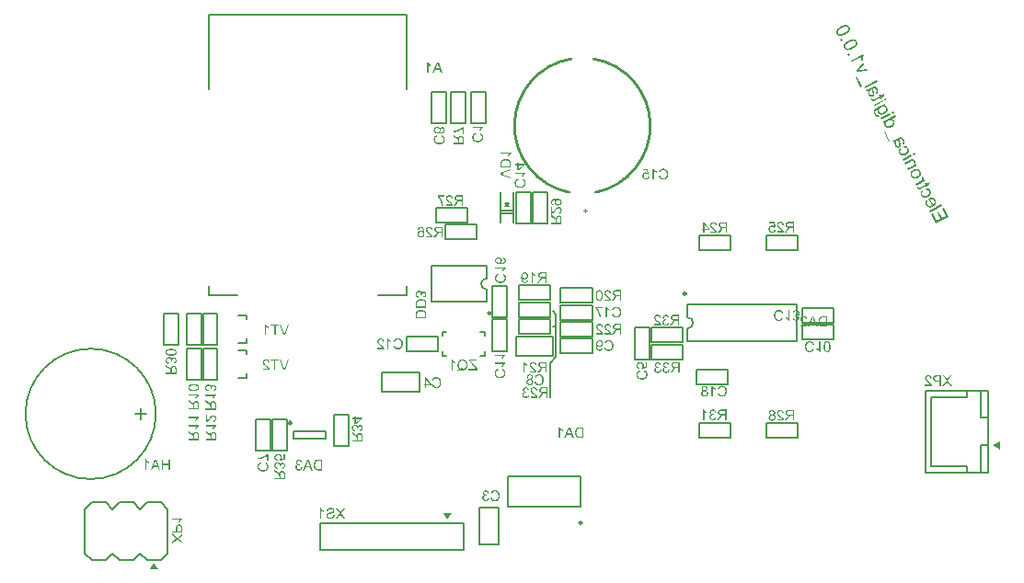
<source format=gbo>
G04*
G04 #@! TF.GenerationSoftware,Altium Limited,Altium Designer,21.2.1 (34)*
G04*
G04 Layer_Color=32896*
%FSLAX44Y44*%
%MOMM*%
G71*
G04*
G04 #@! TF.SameCoordinates,88615370-4C05-4218-9965-B51CFC903A55*
G04*
G04*
G04 #@! TF.FilePolarity,Positive*
G04*
G01*
G75*
%ADD10C,0.2000*%
%ADD11C,0.2500*%
%ADD12C,0.1500*%
%ADD62C,0.2032*%
G36*
X140900Y7300D02*
X144900Y1300D01*
X136900Y1300D01*
X140900Y7300D01*
D02*
G37*
G36*
X411100Y47250D02*
X407100Y53250D01*
X415100D01*
X411100Y47250D01*
D02*
G37*
G36*
X913250Y115250D02*
X919250Y119250D01*
Y111250D01*
X913250Y115250D01*
D02*
G37*
G36*
X777773Y502412D02*
X777853Y502407D01*
X777922Y502395D01*
X777965Y502402D01*
X778002Y502391D01*
X778015Y502397D01*
X778350Y502353D01*
X778674Y502271D01*
X778955Y502183D01*
X779199Y502075D01*
X779405Y501979D01*
X779543Y501895D01*
X779605Y501865D01*
X779649Y501841D01*
X779674Y501822D01*
X779680Y501810D01*
X779944Y501603D01*
X780171Y501378D01*
X780386Y501145D01*
X780551Y500919D01*
X780691Y500710D01*
X780748Y500630D01*
X780805Y500550D01*
X780882Y500403D01*
X780985Y500175D01*
X781088Y499947D01*
X781160Y499719D01*
X781225Y499503D01*
X781266Y499305D01*
X781294Y499101D01*
X781316Y498909D01*
X781325Y498741D01*
X781334Y498574D01*
X781330Y498432D01*
X781332Y498307D01*
X781309Y498202D01*
X781304Y498121D01*
X781292Y498052D01*
X781293Y498022D01*
X781287Y498003D01*
X781229Y497785D01*
X781164Y497579D01*
X780984Y497173D01*
X780792Y496791D01*
X780574Y496459D01*
X780465Y496308D01*
X780374Y496183D01*
X780276Y496070D01*
X780204Y495969D01*
X780130Y495900D01*
X780069Y495837D01*
X780045Y495793D01*
X780033Y495787D01*
X779838Y495591D01*
X779611Y495395D01*
X779134Y495021D01*
X778631Y494666D01*
X778385Y494507D01*
X778140Y494347D01*
X777913Y494213D01*
X777698Y494086D01*
X777507Y493971D01*
X777335Y493882D01*
X777206Y493799D01*
X777095Y493741D01*
X777034Y493709D01*
X777009Y493696D01*
X776424Y493408D01*
X775864Y493163D01*
X775346Y492956D01*
X774853Y492793D01*
X774390Y492661D01*
X773957Y492561D01*
X773574Y492486D01*
X773209Y492437D01*
X772899Y492401D01*
X772614Y492378D01*
X772378Y492380D01*
X772174Y492383D01*
X772012Y492393D01*
X771900Y492397D01*
X771832Y492408D01*
X771813Y492414D01*
X771508Y492490D01*
X771234Y492597D01*
X770965Y492723D01*
X770721Y492862D01*
X770501Y493013D01*
X770287Y493184D01*
X770105Y493354D01*
X769941Y493519D01*
X769789Y493690D01*
X769662Y493843D01*
X769555Y493990D01*
X769472Y494119D01*
X769402Y494224D01*
X769345Y494303D01*
X769306Y494377D01*
X769197Y494617D01*
X769100Y494833D01*
X769028Y495061D01*
X768963Y495277D01*
X768928Y495494D01*
X768894Y495679D01*
X768873Y495871D01*
X768864Y496038D01*
X768855Y496206D01*
X768858Y496348D01*
X768869Y496479D01*
X768880Y496578D01*
X768885Y496659D01*
X768896Y496727D01*
X768895Y496758D01*
X768901Y496777D01*
X768960Y496995D01*
X769018Y497213D01*
X769198Y497619D01*
X769396Y497989D01*
X769614Y498321D01*
X769723Y498472D01*
X769827Y498604D01*
X769912Y498710D01*
X769997Y498817D01*
X770051Y498893D01*
X770119Y498943D01*
X770143Y498987D01*
X770155Y498993D01*
X770350Y499189D01*
X770577Y499385D01*
X771048Y499771D01*
X771551Y500127D01*
X771796Y500286D01*
X772042Y500445D01*
X772269Y500579D01*
X772484Y500706D01*
X772663Y500815D01*
X772828Y500917D01*
X772964Y500987D01*
X773074Y501045D01*
X773136Y501077D01*
X773160Y501090D01*
X773468Y501250D01*
X773770Y501391D01*
X774047Y501520D01*
X774311Y501642D01*
X774558Y501739D01*
X774792Y501829D01*
X775002Y501907D01*
X775193Y501991D01*
X775366Y502050D01*
X775514Y502096D01*
X775649Y502135D01*
X775761Y502162D01*
X775853Y502194D01*
X775909Y502207D01*
X775952Y502214D01*
X775964Y502221D01*
X776372Y502308D01*
X776768Y502358D01*
X777109Y502395D01*
X777413Y502412D01*
X777543Y502402D01*
X777661Y502416D01*
X777773Y502412D01*
D02*
G37*
G36*
X784657Y489188D02*
X784737Y489183D01*
X784806Y489171D01*
X784849Y489178D01*
X784886Y489166D01*
X784899Y489173D01*
X785234Y489129D01*
X785558Y489047D01*
X785839Y488959D01*
X786083Y488851D01*
X786289Y488755D01*
X786427Y488671D01*
X786489Y488641D01*
X786533Y488616D01*
X786558Y488598D01*
X786564Y488586D01*
X786828Y488379D01*
X787055Y488154D01*
X787270Y487921D01*
X787435Y487695D01*
X787575Y487486D01*
X787632Y487406D01*
X787689Y487327D01*
X787766Y487179D01*
X787869Y486951D01*
X787972Y486723D01*
X788044Y486495D01*
X788109Y486279D01*
X788150Y486081D01*
X788178Y485877D01*
X788200Y485685D01*
X788209Y485518D01*
X788218Y485350D01*
X788214Y485207D01*
X788216Y485083D01*
X788193Y484978D01*
X788188Y484897D01*
X788176Y484828D01*
X788177Y484798D01*
X788171Y484779D01*
X788113Y484561D01*
X788048Y484355D01*
X787868Y483949D01*
X787676Y483567D01*
X787458Y483235D01*
X787349Y483084D01*
X787258Y482959D01*
X787160Y482846D01*
X787088Y482745D01*
X787014Y482676D01*
X786953Y482613D01*
X786929Y482569D01*
X786917Y482562D01*
X786722Y482367D01*
X786495Y482171D01*
X786018Y481797D01*
X785515Y481442D01*
X785269Y481283D01*
X785024Y481124D01*
X784797Y480989D01*
X784582Y480862D01*
X784391Y480747D01*
X784219Y480658D01*
X784090Y480575D01*
X783979Y480517D01*
X783918Y480485D01*
X783893Y480472D01*
X783308Y480184D01*
X782748Y479939D01*
X782230Y479732D01*
X781737Y479569D01*
X781274Y479437D01*
X780841Y479337D01*
X780458Y479263D01*
X780093Y479213D01*
X779783Y479177D01*
X779498Y479154D01*
X779262Y479156D01*
X779058Y479159D01*
X778896Y479169D01*
X778784Y479173D01*
X778716Y479184D01*
X778697Y479190D01*
X778392Y479266D01*
X778118Y479373D01*
X777849Y479499D01*
X777605Y479638D01*
X777385Y479789D01*
X777171Y479959D01*
X776989Y480130D01*
X776825Y480295D01*
X776673Y480466D01*
X776546Y480619D01*
X776439Y480766D01*
X776356Y480895D01*
X776286Y480999D01*
X776229Y481079D01*
X776190Y481153D01*
X776081Y481393D01*
X775984Y481609D01*
X775912Y481837D01*
X775847Y482053D01*
X775812Y482270D01*
X775778Y482455D01*
X775757Y482647D01*
X775748Y482814D01*
X775739Y482982D01*
X775742Y483124D01*
X775753Y483255D01*
X775764Y483354D01*
X775769Y483435D01*
X775780Y483503D01*
X775779Y483534D01*
X775785Y483553D01*
X775844Y483771D01*
X775902Y483989D01*
X776082Y484395D01*
X776280Y484765D01*
X776498Y485097D01*
X776607Y485248D01*
X776711Y485379D01*
X776796Y485486D01*
X776881Y485593D01*
X776935Y485668D01*
X777003Y485719D01*
X777027Y485763D01*
X777039Y485770D01*
X777234Y485965D01*
X777461Y486161D01*
X777932Y486547D01*
X778435Y486903D01*
X778680Y487062D01*
X778926Y487221D01*
X779153Y487355D01*
X779368Y487482D01*
X779547Y487591D01*
X779712Y487693D01*
X779848Y487763D01*
X779958Y487821D01*
X780020Y487853D01*
X780044Y487865D01*
X780352Y488026D01*
X780654Y488167D01*
X780931Y488296D01*
X781195Y488418D01*
X781442Y488515D01*
X781676Y488605D01*
X781886Y488683D01*
X782077Y488767D01*
X782249Y488826D01*
X782398Y488871D01*
X782533Y488911D01*
X782645Y488938D01*
X782737Y488970D01*
X782793Y488983D01*
X782836Y488990D01*
X782848Y488997D01*
X783256Y489084D01*
X783652Y489134D01*
X783993Y489170D01*
X784297Y489188D01*
X784427Y489178D01*
X784545Y489192D01*
X784657Y489188D01*
D02*
G37*
G36*
X774888Y487980D02*
X773301Y487154D01*
X772475Y488741D01*
X774062Y489567D01*
X774888Y487980D01*
D02*
G37*
G36*
X781772Y474756D02*
X780185Y473930D01*
X779359Y475517D01*
X780946Y476343D01*
X781772Y474756D01*
D02*
G37*
G36*
X794311Y474607D02*
X794111Y474300D01*
X793936Y473974D01*
X793787Y473631D01*
X793674Y473306D01*
X793561Y473013D01*
X793532Y472888D01*
X793490Y472788D01*
X793461Y472695D01*
X793450Y472626D01*
X793438Y472589D01*
X793432Y472570D01*
X793322Y472091D01*
X793262Y471606D01*
X793207Y471140D01*
X793177Y470718D01*
X793174Y470544D01*
X793170Y470370D01*
X793160Y470209D01*
X793162Y470085D01*
X793170Y469980D01*
X793165Y469899D01*
X793172Y469855D01*
X793166Y469837D01*
X791825Y469139D01*
X791796Y469436D01*
X791772Y469752D01*
X791767Y470062D01*
X791762Y470341D01*
X791771Y470596D01*
X791763Y470701D01*
X791774Y470800D01*
X791766Y470875D01*
X791772Y470924D01*
X791783Y470962D01*
X791777Y470974D01*
X791808Y471365D01*
X791846Y471713D01*
X791884Y472030D01*
X791935Y472292D01*
X791975Y472516D01*
X792004Y472671D01*
X792033Y472765D01*
X792045Y472802D01*
X783176Y468185D01*
X782452Y469575D01*
X793843Y475505D01*
X794311Y474607D01*
D02*
G37*
G36*
X794601Y466331D02*
X790524Y461879D01*
X790255Y461583D01*
X790012Y461331D01*
X789786Y461104D01*
X789603Y460914D01*
X789450Y460757D01*
X789389Y460694D01*
X789322Y460643D01*
X789279Y460605D01*
X789248Y460574D01*
X789242Y460555D01*
X789230Y460549D01*
X789601Y460617D01*
X789954Y460691D01*
X790281Y460752D01*
X790572Y460794D01*
X790820Y460829D01*
X790919Y460849D01*
X791005Y460863D01*
X791080Y460870D01*
X791123Y460877D01*
X791154Y460878D01*
X791166Y460884D01*
X797021Y461681D01*
X797790Y460205D01*
X787940Y459033D01*
X787248Y460361D01*
X793851Y467770D01*
X794601Y466331D01*
D02*
G37*
G36*
X792235Y445555D02*
X791227Y445030D01*
X786417Y454269D01*
X787426Y454794D01*
X792235Y445555D01*
D02*
G37*
G36*
X806908Y450317D02*
X795554Y444406D01*
X794830Y445796D01*
X806184Y451707D01*
X806908Y450317D01*
D02*
G37*
G36*
X804105Y445731D02*
X804248Y445727D01*
X804366Y445710D01*
X804434Y445699D01*
X804453Y445693D01*
X804659Y445628D01*
X804858Y445544D01*
X805052Y445442D01*
X805222Y445327D01*
X805372Y445218D01*
X805479Y445133D01*
X805529Y445096D01*
X805561Y445066D01*
X805580Y445060D01*
X805586Y445048D01*
X805807Y444834D01*
X806015Y444583D01*
X806212Y444326D01*
X806377Y444068D01*
X806524Y443847D01*
X806581Y443736D01*
X806638Y443657D01*
X806728Y443484D01*
X806914Y443097D01*
X807063Y442721D01*
X807180Y442375D01*
X807233Y442215D01*
X807272Y442079D01*
X807311Y441943D01*
X807345Y441820D01*
X807365Y441721D01*
X807379Y441634D01*
X807386Y441560D01*
X807399Y441504D01*
X807400Y441473D01*
X807406Y441461D01*
X807430Y441114D01*
X807423Y440798D01*
X807397Y440518D01*
X807351Y440275D01*
X807299Y440076D01*
X807251Y439926D01*
X807222Y439833D01*
X807222Y439802D01*
X807210Y439795D01*
X807078Y439539D01*
X806908Y439294D01*
X806726Y439074D01*
X806549Y438873D01*
X806384Y438709D01*
X806311Y438639D01*
X806250Y438576D01*
X806195Y438532D01*
X806152Y438494D01*
X806134Y438469D01*
X806122Y438463D01*
X805226Y439732D01*
X805360Y439865D01*
X805482Y439991D01*
X805677Y440217D01*
X805835Y440455D01*
X805937Y440649D01*
X806009Y440812D01*
X806062Y440949D01*
X806086Y441024D01*
X806086Y441055D01*
X806094Y441309D01*
X806058Y441588D01*
X805998Y441854D01*
X805926Y442113D01*
X805835Y442347D01*
X805790Y442433D01*
X805758Y442526D01*
X805674Y442686D01*
X805458Y443042D01*
X805242Y443336D01*
X805027Y443568D01*
X804826Y443745D01*
X804638Y443866D01*
X804569Y443908D01*
X804500Y443951D01*
X804450Y443987D01*
X804412Y443999D01*
X804375Y444011D01*
X804157Y444069D01*
X803921Y444071D01*
X803686Y444043D01*
X803463Y443989D01*
X803266Y443918D01*
X803106Y443866D01*
X803056Y443840D01*
X803007Y443815D01*
X802983Y443802D01*
X802970Y443795D01*
X802933Y443776D01*
X802884Y443751D01*
X802761Y443686D01*
X802718Y443649D01*
X802669Y443623D01*
X802632Y443604D01*
X802620Y443597D01*
X802654Y443412D01*
X802694Y443214D01*
X802748Y442992D01*
X802801Y442769D01*
X802926Y442318D01*
X803064Y441874D01*
X803141Y441664D01*
X803206Y441479D01*
X803265Y441307D01*
X803317Y441146D01*
X803363Y441029D01*
X803395Y440937D01*
X803409Y440881D01*
X803421Y440856D01*
X803538Y440542D01*
X803629Y440277D01*
X803708Y440036D01*
X803773Y439851D01*
X803806Y439697D01*
X803845Y439592D01*
X803846Y439530D01*
X803859Y439505D01*
X803900Y439276D01*
X803929Y439041D01*
X803944Y438830D01*
X803948Y438644D01*
X803950Y438489D01*
X803933Y438371D01*
X803929Y438290D01*
X803929Y438259D01*
X803889Y438035D01*
X803837Y437836D01*
X803765Y437643D01*
X803694Y437480D01*
X803615Y437330D01*
X803561Y437224D01*
X803519Y437155D01*
X803501Y437130D01*
X803349Y436941D01*
X803203Y436771D01*
X803044Y436626D01*
X802884Y436512D01*
X802750Y436410D01*
X802633Y436334D01*
X802559Y436296D01*
X802547Y436289D01*
X802535Y436283D01*
X802344Y436199D01*
X802146Y436128D01*
X801961Y436063D01*
X801776Y436028D01*
X801416Y435998D01*
X801112Y436011D01*
X800970Y436015D01*
X800852Y436032D01*
X800733Y436049D01*
X800640Y436078D01*
X800565Y436102D01*
X800515Y436107D01*
X800478Y436119D01*
X800459Y436125D01*
X800272Y436215D01*
X800096Y436311D01*
X799908Y436432D01*
X799751Y436554D01*
X799461Y436840D01*
X799208Y437146D01*
X799094Y437275D01*
X799005Y437416D01*
X798923Y437545D01*
X798853Y437649D01*
X798795Y437729D01*
X798725Y437864D01*
X798577Y438178D01*
X798455Y438474D01*
X798369Y438758D01*
X798297Y439017D01*
X798250Y439227D01*
X798230Y439326D01*
X798222Y439401D01*
X798209Y439456D01*
X798202Y439500D01*
X798202Y439531D01*
X798195Y439543D01*
X798177Y439878D01*
X798172Y440219D01*
X798204Y440548D01*
X798242Y440865D01*
X798275Y441132D01*
X798310Y441244D01*
X798321Y441344D01*
X798338Y441431D01*
X798356Y441487D01*
X798355Y441518D01*
X798361Y441537D01*
X798127Y441446D01*
X797911Y441381D01*
X797713Y441340D01*
X797540Y441312D01*
X797398Y441285D01*
X797280Y441271D01*
X797218Y441270D01*
X797187Y441269D01*
X796431Y442721D01*
X796648Y442725D01*
X796871Y442747D01*
X797063Y442769D01*
X797236Y442796D01*
X797391Y442830D01*
X797502Y442856D01*
X797570Y442876D01*
X797595Y442889D01*
X797712Y442934D01*
X797866Y442999D01*
X798032Y443070D01*
X798223Y443153D01*
X798426Y443244D01*
X798635Y443353D01*
X799060Y443558D01*
X799257Y443660D01*
X799460Y443750D01*
X799632Y443840D01*
X799792Y443923D01*
X799915Y443988D01*
X800014Y444039D01*
X800075Y444071D01*
X800100Y444084D01*
X801957Y445051D01*
X802130Y445140D01*
X802277Y445217D01*
X802419Y445275D01*
X802554Y445345D01*
X802782Y445448D01*
X802961Y445526D01*
X803102Y445584D01*
X803195Y445616D01*
X803263Y445636D01*
X803275Y445643D01*
X803510Y445702D01*
X803733Y445725D01*
X803931Y445734D01*
X804105Y445731D01*
D02*
G37*
G36*
X812557Y436794D02*
X810527Y435737D01*
X811065Y434704D01*
X809982Y434140D01*
X809444Y435173D01*
X804696Y432702D01*
X804474Y432586D01*
X804259Y432490D01*
X804074Y432394D01*
X803896Y432316D01*
X803742Y432252D01*
X803600Y432194D01*
X803471Y432142D01*
X803359Y432115D01*
X803267Y432083D01*
X803187Y432057D01*
X803119Y432037D01*
X803063Y432024D01*
X802995Y432004D01*
X802964Y432004D01*
X802791Y432007D01*
X802623Y432029D01*
X802461Y432070D01*
X802323Y432123D01*
X802198Y432183D01*
X802111Y432231D01*
X802048Y432261D01*
X802029Y432267D01*
X801866Y432401D01*
X801708Y432554D01*
X801569Y432731D01*
X801430Y432909D01*
X801328Y433075D01*
X801245Y433204D01*
X801181Y433327D01*
X801013Y433708D01*
X800936Y433887D01*
X800878Y434060D01*
X800825Y434220D01*
X800780Y434337D01*
X800766Y434424D01*
X800753Y434449D01*
X802079Y434904D01*
X802138Y434763D01*
X802189Y434633D01*
X802235Y434516D01*
X802280Y434430D01*
X802306Y434350D01*
X802414Y434141D01*
X802478Y434049D01*
X802541Y433988D01*
X802592Y433920D01*
X802642Y433884D01*
X802673Y433853D01*
X802699Y433835D01*
X802705Y433823D01*
X802842Y433769D01*
X802967Y433740D01*
X803066Y433730D01*
X803085Y433724D01*
X803097Y433730D01*
X803196Y433750D01*
X803313Y433796D01*
X803449Y433835D01*
X803572Y433899D01*
X803702Y433951D01*
X803800Y434002D01*
X803874Y434040D01*
X803886Y434047D01*
X803898Y434053D01*
X808721Y436563D01*
X807984Y437978D01*
X809067Y438542D01*
X809803Y437127D01*
X812669Y438619D01*
X812557Y436794D01*
D02*
G37*
G36*
X815598Y433624D02*
X814011Y432798D01*
X813288Y434188D01*
X814874Y435014D01*
X815598Y433624D01*
D02*
G37*
G36*
X812474Y431997D02*
X804244Y427713D01*
X803520Y429103D01*
X811750Y433387D01*
X812474Y431997D01*
D02*
G37*
G36*
X822021Y421286D02*
X820434Y420460D01*
X819710Y421850D01*
X821297Y422676D01*
X822021Y421286D01*
D02*
G37*
G36*
X814247Y428590D02*
X813239Y428065D01*
X813544Y427989D01*
X813824Y427901D01*
X814093Y427775D01*
X814331Y427648D01*
X814563Y427503D01*
X814751Y427351D01*
X814940Y427199D01*
X815098Y427047D01*
X815236Y426900D01*
X815357Y426759D01*
X815458Y426625D01*
X815547Y426515D01*
X815598Y426416D01*
X815655Y426336D01*
X815789Y426078D01*
X815867Y425868D01*
X815992Y425480D01*
X816072Y425115D01*
X816099Y424942D01*
X816121Y424781D01*
X816123Y424626D01*
X816125Y424502D01*
X816127Y424378D01*
X816129Y424285D01*
X816124Y424204D01*
X816125Y424142D01*
X816125Y424111D01*
X816120Y424092D01*
X816045Y423694D01*
X815934Y423308D01*
X815784Y422964D01*
X815628Y422664D01*
X815477Y422413D01*
X815411Y422300D01*
X815344Y422219D01*
X815301Y422150D01*
X815265Y422100D01*
X815241Y422056D01*
X815229Y422049D01*
X814918Y421716D01*
X814594Y421406D01*
X814276Y421147D01*
X813969Y420925D01*
X813816Y420829D01*
X813687Y420746D01*
X813582Y420676D01*
X813472Y420619D01*
X813392Y420562D01*
X813331Y420530D01*
X813294Y420510D01*
X813281Y420504D01*
X812955Y420350D01*
X812647Y420221D01*
X812326Y420116D01*
X812023Y420037D01*
X811733Y419964D01*
X811442Y419922D01*
X811176Y419893D01*
X810922Y419870D01*
X810693Y419860D01*
X810494Y419851D01*
X810302Y419860D01*
X810159Y419864D01*
X810029Y419874D01*
X809942Y419891D01*
X809880Y419890D01*
X809861Y419896D01*
X809556Y419972D01*
X809257Y420066D01*
X808988Y420192D01*
X808737Y420343D01*
X808505Y420488D01*
X808292Y420658D01*
X808102Y420841D01*
X807920Y421012D01*
X807768Y421183D01*
X807642Y421336D01*
X807527Y421496D01*
X807445Y421625D01*
X807368Y421741D01*
X807311Y421821D01*
X807273Y421895D01*
X807157Y422147D01*
X807066Y422412D01*
X807000Y422659D01*
X806965Y422907D01*
X806930Y423154D01*
X806932Y423390D01*
X806928Y423607D01*
X806956Y423825D01*
X806984Y424011D01*
X807012Y424198D01*
X807047Y424341D01*
X807069Y424478D01*
X807111Y424578D01*
X807128Y424665D01*
X807152Y424709D01*
X807158Y424728D01*
X806912Y424599D01*
X806691Y424484D01*
X806500Y424370D01*
X806316Y424273D01*
X806162Y424178D01*
X806015Y424101D01*
X805898Y424025D01*
X805794Y423955D01*
X805702Y423891D01*
X805628Y423853D01*
X805561Y423802D01*
X805518Y423764D01*
X805481Y423745D01*
X805463Y423720D01*
X805438Y423707D01*
X805237Y423493D01*
X805073Y423267D01*
X804953Y423048D01*
X804863Y422860D01*
X804804Y422673D01*
X804762Y422542D01*
X804733Y422449D01*
X804727Y422430D01*
X804733Y422418D01*
X804707Y422138D01*
X804749Y421847D01*
X804803Y421563D01*
X804876Y421303D01*
X804966Y421069D01*
X804999Y420977D01*
X805044Y420891D01*
X805063Y420823D01*
X805115Y420724D01*
X805293Y420411D01*
X805490Y420154D01*
X805673Y419952D01*
X805856Y419781D01*
X806013Y419660D01*
X806132Y419581D01*
X806220Y419533D01*
X806245Y419515D01*
X806438Y419443D01*
X806637Y419422D01*
X806830Y419412D01*
X807021Y419434D01*
X807176Y419468D01*
X807299Y419501D01*
X807386Y419515D01*
X807398Y419521D01*
X807411Y419527D01*
X808300Y418270D01*
X808054Y418142D01*
X807819Y418052D01*
X807591Y417980D01*
X807362Y417939D01*
X807158Y417910D01*
X806947Y417895D01*
X806761Y417892D01*
X806593Y417914D01*
X806425Y417936D01*
X806289Y417958D01*
X806164Y417987D01*
X806052Y418023D01*
X805977Y418046D01*
X805915Y418076D01*
X805877Y418088D01*
X805859Y418094D01*
X805658Y418209D01*
X805445Y418348D01*
X805263Y418488D01*
X805080Y418658D01*
X804752Y418988D01*
X804480Y419331D01*
X804366Y419490D01*
X804258Y419637D01*
X804169Y419779D01*
X804092Y419895D01*
X804029Y419987D01*
X803952Y420135D01*
X803746Y420590D01*
X803584Y421022D01*
X803525Y421226D01*
X803478Y421405D01*
X803432Y421584D01*
X803404Y421757D01*
X803383Y421918D01*
X803362Y422048D01*
X803348Y422166D01*
X803340Y422271D01*
X803345Y422352D01*
X803332Y422407D01*
X803344Y422445D01*
X803337Y422457D01*
X803368Y422848D01*
X803443Y423215D01*
X803543Y423533D01*
X803662Y423815D01*
X803764Y424039D01*
X803860Y424215D01*
X803903Y424284D01*
X803927Y424328D01*
X803945Y424353D01*
X803957Y424359D01*
X804079Y424516D01*
X804231Y424674D01*
X804415Y424832D01*
X804598Y424990D01*
X805022Y425288D01*
X805439Y425568D01*
X805641Y425689D01*
X805832Y425804D01*
X806010Y425912D01*
X806163Y426008D01*
X806287Y426072D01*
X806385Y426123D01*
X806447Y426155D01*
X806471Y426168D01*
X813581Y429869D01*
X814247Y428590D01*
D02*
G37*
G36*
X818896Y419659D02*
X810667Y415375D01*
X809943Y416765D01*
X818173Y421049D01*
X818896Y419659D01*
D02*
G37*
G36*
X823897Y417681D02*
X819813Y415555D01*
X820074Y415504D01*
X820318Y415427D01*
X820536Y415337D01*
X820736Y415254D01*
X820905Y415170D01*
X821018Y415103D01*
X821105Y415055D01*
X821124Y415049D01*
X821130Y415037D01*
X821356Y414873D01*
X821552Y414678D01*
X821729Y414489D01*
X821874Y414299D01*
X821989Y414139D01*
X822078Y413998D01*
X822238Y413690D01*
X822309Y413493D01*
X822427Y413117D01*
X822501Y412764D01*
X822544Y412443D01*
X822559Y412294D01*
X822561Y412170D01*
X822562Y412046D01*
X822564Y411953D01*
X822559Y411872D01*
X822560Y411810D01*
X822561Y411779D01*
X822555Y411760D01*
X822487Y411350D01*
X822369Y410976D01*
X822232Y410639D01*
X822063Y410332D01*
X821912Y410081D01*
X821840Y409981D01*
X821791Y409893D01*
X821730Y409830D01*
X821694Y409780D01*
X821670Y409736D01*
X821657Y409730D01*
X821347Y409396D01*
X821004Y409093D01*
X820674Y408827D01*
X820355Y408598D01*
X820201Y408503D01*
X820060Y408414D01*
X819943Y408337D01*
X819833Y408279D01*
X819753Y408222D01*
X819691Y408190D01*
X819642Y408165D01*
X819630Y408158D01*
X819162Y407946D01*
X818718Y407777D01*
X818509Y407700D01*
X818305Y407640D01*
X818107Y407600D01*
X817928Y407554D01*
X817773Y407520D01*
X817612Y407499D01*
X817482Y407478D01*
X817383Y407458D01*
X817290Y407456D01*
X817235Y407443D01*
X817185Y407449D01*
X817173Y407442D01*
X816732Y407447D01*
X816316Y407496D01*
X815949Y407571D01*
X815631Y407671D01*
X815362Y407766D01*
X815263Y407808D01*
X815163Y407850D01*
X815094Y407892D01*
X815038Y407910D01*
X815013Y407928D01*
X814994Y407934D01*
X814812Y408042D01*
X814655Y408164D01*
X814360Y408401D01*
X814101Y408657D01*
X813892Y408908D01*
X813804Y409019D01*
X813721Y409116D01*
X813658Y409208D01*
X813613Y409295D01*
X813562Y409362D01*
X813511Y409460D01*
X813376Y409750D01*
X813279Y410027D01*
X813218Y410293D01*
X813183Y410572D01*
X813160Y410826D01*
X813163Y411061D01*
X813184Y411291D01*
X813223Y411515D01*
X813264Y411708D01*
X813317Y411876D01*
X813364Y412026D01*
X813417Y412163D01*
X813459Y412263D01*
X813495Y412344D01*
X813519Y412388D01*
X813525Y412407D01*
X812492Y411869D01*
X811819Y413161D01*
X823174Y419071D01*
X823897Y417681D01*
D02*
G37*
G36*
X818388Y395317D02*
X817379Y394791D01*
X812570Y404030D01*
X813579Y404555D01*
X818388Y395317D01*
D02*
G37*
G36*
X828426Y399010D02*
X828569Y399006D01*
X828687Y398989D01*
X828755Y398978D01*
X828774Y398972D01*
X828980Y398907D01*
X829180Y398824D01*
X829374Y398721D01*
X829543Y398606D01*
X829694Y398497D01*
X829801Y398412D01*
X829851Y398376D01*
X829882Y398345D01*
X829901Y398339D01*
X829907Y398327D01*
X830128Y398113D01*
X830337Y397863D01*
X830533Y397605D01*
X830699Y397347D01*
X830845Y397126D01*
X830903Y397016D01*
X830960Y396936D01*
X831049Y396764D01*
X831236Y396376D01*
X831385Y396000D01*
X831502Y395655D01*
X831554Y395494D01*
X831593Y395358D01*
X831633Y395223D01*
X831666Y395099D01*
X831686Y395000D01*
X831700Y394913D01*
X831707Y394839D01*
X831721Y394784D01*
X831721Y394753D01*
X831728Y394740D01*
X831752Y394393D01*
X831745Y394077D01*
X831718Y393797D01*
X831673Y393555D01*
X831620Y393355D01*
X831573Y393206D01*
X831543Y393112D01*
X831544Y393081D01*
X831532Y393075D01*
X831399Y392818D01*
X831229Y392574D01*
X831047Y392353D01*
X830870Y392152D01*
X830706Y391988D01*
X830632Y391919D01*
X830571Y391856D01*
X830516Y391811D01*
X830473Y391773D01*
X830455Y391748D01*
X830443Y391742D01*
X829548Y393011D01*
X829682Y393144D01*
X829804Y393270D01*
X829999Y393496D01*
X830156Y393735D01*
X830258Y393928D01*
X830330Y394091D01*
X830384Y394228D01*
X830407Y394303D01*
X830407Y394334D01*
X830415Y394589D01*
X830379Y394867D01*
X830319Y395133D01*
X830247Y395392D01*
X830156Y395626D01*
X830111Y395713D01*
X830079Y395805D01*
X829996Y395965D01*
X829779Y396321D01*
X829563Y396615D01*
X829349Y396848D01*
X829147Y397024D01*
X828959Y397145D01*
X828890Y397188D01*
X828821Y397230D01*
X828771Y397266D01*
X828734Y397278D01*
X828696Y397290D01*
X828478Y397348D01*
X828242Y397351D01*
X828007Y397322D01*
X827785Y397269D01*
X827587Y397197D01*
X827427Y397145D01*
X827378Y397119D01*
X827328Y397094D01*
X827304Y397081D01*
X827292Y397075D01*
X827255Y397055D01*
X827206Y397030D01*
X827082Y396966D01*
X827040Y396928D01*
X826990Y396902D01*
X826954Y396883D01*
X826941Y396877D01*
X826975Y396691D01*
X827016Y396493D01*
X827069Y396271D01*
X827122Y396048D01*
X827247Y395598D01*
X827385Y395153D01*
X827463Y394944D01*
X827528Y394758D01*
X827587Y394586D01*
X827639Y394425D01*
X827684Y394308D01*
X827717Y394216D01*
X827730Y394160D01*
X827743Y394136D01*
X827859Y393821D01*
X827951Y393556D01*
X828029Y393315D01*
X828094Y393130D01*
X828128Y392976D01*
X828167Y392871D01*
X828168Y392809D01*
X828180Y392784D01*
X828221Y392555D01*
X828250Y392320D01*
X828266Y392109D01*
X828269Y391923D01*
X828271Y391768D01*
X828255Y391650D01*
X828250Y391570D01*
X828250Y391539D01*
X828211Y391315D01*
X828158Y391115D01*
X828087Y390922D01*
X828015Y390759D01*
X827937Y390609D01*
X827883Y390503D01*
X827840Y390434D01*
X827822Y390409D01*
X827670Y390220D01*
X827524Y390050D01*
X827365Y389905D01*
X827206Y389791D01*
X827071Y389689D01*
X826954Y389613D01*
X826880Y389575D01*
X826868Y389568D01*
X826856Y389562D01*
X826665Y389478D01*
X826468Y389407D01*
X826283Y389342D01*
X826097Y389308D01*
X825738Y389277D01*
X825434Y389291D01*
X825291Y389294D01*
X825173Y389311D01*
X825055Y389328D01*
X824961Y389357D01*
X824886Y389381D01*
X824837Y389386D01*
X824799Y389398D01*
X824781Y389404D01*
X824593Y389494D01*
X824418Y389590D01*
X824230Y389711D01*
X824073Y389833D01*
X823783Y390120D01*
X823529Y390426D01*
X823416Y390554D01*
X823326Y390695D01*
X823244Y390824D01*
X823174Y390928D01*
X823117Y391008D01*
X823046Y391143D01*
X822898Y391457D01*
X822776Y391753D01*
X822691Y392037D01*
X822618Y392296D01*
X822571Y392507D01*
X822551Y392606D01*
X822544Y392680D01*
X822530Y392735D01*
X822523Y392779D01*
X822523Y392810D01*
X822516Y392822D01*
X822499Y393157D01*
X822493Y393498D01*
X822525Y393827D01*
X822563Y394144D01*
X822596Y394411D01*
X822631Y394524D01*
X822642Y394623D01*
X822659Y394710D01*
X822677Y394766D01*
X822676Y394797D01*
X822682Y394816D01*
X822448Y394725D01*
X822232Y394660D01*
X822034Y394619D01*
X821861Y394592D01*
X821719Y394565D01*
X821601Y394550D01*
X821539Y394549D01*
X821508Y394549D01*
X820753Y396000D01*
X820970Y396004D01*
X821193Y396026D01*
X821385Y396048D01*
X821558Y396075D01*
X821712Y396109D01*
X821824Y396136D01*
X821891Y396155D01*
X821916Y396168D01*
X822033Y396213D01*
X822187Y396278D01*
X822353Y396349D01*
X822544Y396433D01*
X822748Y396523D01*
X822957Y396632D01*
X823381Y396837D01*
X823578Y396940D01*
X823781Y397030D01*
X823954Y397119D01*
X824114Y397203D01*
X824237Y397267D01*
X824335Y397318D01*
X824397Y397350D01*
X824421Y397363D01*
X826279Y398330D01*
X826451Y398419D01*
X826599Y398496D01*
X826740Y398554D01*
X826876Y398625D01*
X827103Y398728D01*
X827282Y398805D01*
X827424Y398863D01*
X827516Y398896D01*
X827584Y398915D01*
X827596Y398922D01*
X827831Y398982D01*
X828054Y399004D01*
X828252Y399013D01*
X828426Y399010D01*
D02*
G37*
G36*
X832339Y390743D02*
X832519Y390727D01*
X832705Y390700D01*
X832861Y390671D01*
X833004Y390636D01*
X833129Y390607D01*
X833241Y390572D01*
X833316Y390548D01*
X833378Y390518D01*
X833416Y390506D01*
X833434Y390500D01*
X833641Y390405D01*
X833841Y390290D01*
X834023Y390150D01*
X834193Y390004D01*
X834508Y389699D01*
X834773Y389400D01*
X834881Y389253D01*
X834983Y389118D01*
X835066Y388989D01*
X835135Y388884D01*
X835193Y388805D01*
X835263Y388669D01*
X835437Y388275D01*
X835580Y387881D01*
X835667Y387504D01*
X835694Y387330D01*
X835734Y387164D01*
X835749Y387015D01*
X835758Y386879D01*
X835772Y386761D01*
X835768Y386649D01*
X835781Y386563D01*
X835782Y386501D01*
X835770Y386463D01*
X835777Y386451D01*
X835734Y386022D01*
X835641Y385630D01*
X835505Y385262D01*
X835367Y384955D01*
X835222Y384693D01*
X835150Y384592D01*
X835089Y384498D01*
X835047Y384429D01*
X835011Y384379D01*
X834986Y384335D01*
X834974Y384329D01*
X834670Y383983D01*
X834315Y383673D01*
X833960Y383394D01*
X833635Y383147D01*
X833469Y383045D01*
X833328Y382956D01*
X833199Y382873D01*
X833076Y382809D01*
X832996Y382752D01*
X832923Y382714D01*
X832873Y382688D01*
X832861Y382682D01*
X832486Y382502D01*
X832110Y382353D01*
X831752Y382229D01*
X831412Y382131D01*
X831091Y382057D01*
X830788Y382009D01*
X830503Y381986D01*
X830242Y381975D01*
X830013Y381965D01*
X829790Y381974D01*
X829610Y381990D01*
X829460Y382006D01*
X829330Y382016D01*
X829243Y382033D01*
X829187Y382051D01*
X829168Y382057D01*
X828869Y382151D01*
X828600Y382277D01*
X828337Y382422D01*
X828099Y382579D01*
X827866Y382755D01*
X827665Y382932D01*
X827476Y383115D01*
X827306Y383292D01*
X827154Y383463D01*
X827033Y383635D01*
X826919Y383794D01*
X826824Y383917D01*
X826760Y384040D01*
X826703Y384119D01*
X826664Y384193D01*
X826549Y384446D01*
X826452Y384692D01*
X826373Y384933D01*
X826307Y385180D01*
X826266Y385409D01*
X826244Y385632D01*
X826216Y385836D01*
X826219Y386041D01*
X826222Y386214D01*
X826213Y386382D01*
X826236Y386519D01*
X826246Y386649D01*
X826263Y386736D01*
X826268Y386817D01*
X826280Y386854D01*
X826286Y386873D01*
X826362Y387116D01*
X826439Y387359D01*
X826553Y387591D01*
X826680Y387797D01*
X826807Y388004D01*
X826940Y388199D01*
X827208Y388526D01*
X827348Y388677D01*
X827470Y388803D01*
X827586Y388910D01*
X827690Y389011D01*
X827775Y389087D01*
X827843Y389138D01*
X827886Y389175D01*
X827898Y389182D01*
X828793Y387912D01*
X828616Y387773D01*
X828463Y387647D01*
X828316Y387508D01*
X828194Y387382D01*
X828079Y387243D01*
X827981Y387130D01*
X827902Y387011D01*
X827824Y386892D01*
X827770Y386786D01*
X827721Y386698D01*
X827650Y386535D01*
X827608Y386436D01*
X827602Y386417D01*
X827596Y386398D01*
X827551Y386093D01*
X827544Y385808D01*
X827579Y385529D01*
X827627Y385288D01*
X827692Y385072D01*
X827718Y384992D01*
X827757Y384918D01*
X827776Y384850D01*
X827815Y384776D01*
X827923Y384598D01*
X828044Y384427D01*
X828164Y384286D01*
X828297Y384152D01*
X828555Y383926D01*
X828830Y383757D01*
X828943Y383691D01*
X829062Y383643D01*
X829162Y383601D01*
X829261Y383559D01*
X829324Y383530D01*
X829380Y383512D01*
X829411Y383512D01*
X829430Y383506D01*
X829635Y383473D01*
X829858Y383464D01*
X830088Y383474D01*
X830304Y383508D01*
X830774Y383597D01*
X831206Y383728D01*
X831404Y383799D01*
X831582Y383876D01*
X831749Y383947D01*
X831890Y384006D01*
X832008Y384051D01*
X832094Y384096D01*
X832155Y384128D01*
X832167Y384134D01*
X832456Y384300D01*
X832733Y384460D01*
X832960Y384625D01*
X833174Y384783D01*
X833370Y384948D01*
X833535Y385112D01*
X833675Y385263D01*
X833803Y385408D01*
X833913Y385527D01*
X834004Y385653D01*
X834070Y385766D01*
X834118Y385853D01*
X834173Y385928D01*
X834190Y385985D01*
X834209Y386010D01*
X834214Y386028D01*
X834286Y386222D01*
X834326Y386415D01*
X834360Y386620D01*
X834376Y386800D01*
X834372Y386986D01*
X834364Y387154D01*
X834309Y387469D01*
X834242Y387747D01*
X834203Y387852D01*
X834164Y387957D01*
X834138Y388037D01*
X834087Y388135D01*
X833947Y388375D01*
X833776Y388583D01*
X833599Y388741D01*
X833436Y388875D01*
X833279Y388966D01*
X833160Y389044D01*
X833079Y389080D01*
X833042Y389092D01*
X832780Y389175D01*
X832506Y389220D01*
X832239Y389222D01*
X831991Y389218D01*
X831768Y389196D01*
X831595Y389168D01*
X831527Y389148D01*
X831484Y389141D01*
X831453Y389141D01*
X831441Y389134D01*
X830945Y390596D01*
X831192Y390662D01*
X831452Y390704D01*
X831687Y390732D01*
X831910Y390755D01*
X832128Y390758D01*
X832339Y390743D01*
D02*
G37*
G36*
X841757Y383373D02*
X840170Y382547D01*
X839447Y383937D01*
X841034Y384763D01*
X841757Y383373D01*
D02*
G37*
G36*
X838633Y381746D02*
X830403Y377462D01*
X829679Y378852D01*
X837909Y383136D01*
X838633Y381746D01*
D02*
G37*
G36*
X839012Y378676D02*
X839136Y378678D01*
X839204Y378666D01*
X839235Y378667D01*
X839459Y378627D01*
X839671Y378550D01*
X839865Y378448D01*
X840053Y378358D01*
X840203Y378248D01*
X840322Y378170D01*
X840398Y378115D01*
X840416Y378109D01*
X840423Y378097D01*
X840631Y377908D01*
X840826Y377713D01*
X840997Y377505D01*
X841130Y377308D01*
X841251Y377137D01*
X841290Y377063D01*
X841340Y376995D01*
X841404Y376872D01*
X841552Y376558D01*
X841656Y376238D01*
X841736Y375935D01*
X841784Y375632D01*
X841795Y375340D01*
X841793Y375074D01*
X841773Y374813D01*
X841740Y374576D01*
X841687Y374346D01*
X841635Y374147D01*
X841582Y373979D01*
X841516Y373835D01*
X841468Y373716D01*
X841439Y373623D01*
X841402Y373572D01*
X841396Y373554D01*
X842577Y374168D01*
X843231Y372914D01*
X835001Y368630D01*
X834277Y370020D01*
X838767Y372357D01*
X839044Y372517D01*
X839308Y372670D01*
X839522Y372828D01*
X839725Y372980D01*
X839896Y373132D01*
X840042Y373271D01*
X840171Y373416D01*
X840274Y373548D01*
X840365Y373673D01*
X840431Y373786D01*
X840479Y373874D01*
X840527Y373961D01*
X840557Y374024D01*
X840575Y374080D01*
X840581Y374099D01*
X840587Y374117D01*
X840621Y374292D01*
X840637Y374472D01*
X840650Y374807D01*
X840614Y375116D01*
X840554Y375382D01*
X840494Y375617D01*
X840455Y375722D01*
X840417Y375796D01*
X840397Y375863D01*
X840352Y375950D01*
X840231Y376152D01*
X840111Y376324D01*
X839978Y376458D01*
X839864Y376587D01*
X839758Y376672D01*
X839663Y376732D01*
X839607Y376781D01*
X839588Y376787D01*
X839413Y376883D01*
X839238Y376949D01*
X839076Y376989D01*
X838927Y377006D01*
X838797Y377016D01*
X838704Y377014D01*
X838642Y377013D01*
X838611Y377013D01*
X838406Y376985D01*
X838190Y376919D01*
X837962Y376847D01*
X837747Y376751D01*
X837556Y376667D01*
X837463Y376634D01*
X837389Y376596D01*
X837340Y376570D01*
X837291Y376545D01*
X837266Y376532D01*
X837254Y376525D01*
X832247Y373919D01*
X831524Y375309D01*
X836580Y377941D01*
X836752Y378031D01*
X836912Y378114D01*
X837078Y378185D01*
X837213Y378256D01*
X837343Y378307D01*
X837453Y378365D01*
X837644Y378449D01*
X837793Y378494D01*
X837897Y378533D01*
X837965Y378553D01*
X837978Y378559D01*
X838224Y378625D01*
X838460Y378654D01*
X838664Y378682D01*
X838850Y378685D01*
X839012Y378676D01*
D02*
G37*
G36*
X842865Y369831D02*
X843076Y369816D01*
X843263Y369788D01*
X843412Y369772D01*
X843549Y369749D01*
X843636Y369732D01*
X843692Y369714D01*
X843711Y369708D01*
X844016Y369602D01*
X844304Y369470D01*
X844567Y369325D01*
X844824Y369162D01*
X845044Y368980D01*
X845258Y368809D01*
X845453Y368614D01*
X845623Y368437D01*
X845769Y368247D01*
X845902Y368082D01*
X846010Y367935D01*
X846112Y367800D01*
X846176Y367677D01*
X846233Y367597D01*
X846271Y367523D01*
X846406Y367234D01*
X846522Y366950D01*
X846601Y366679D01*
X846668Y366401D01*
X846728Y366135D01*
X846751Y365881D01*
X846779Y365646D01*
X846783Y365429D01*
X846786Y365212D01*
X846771Y365032D01*
X846749Y364864D01*
X846745Y364721D01*
X846722Y364615D01*
X846705Y364528D01*
X846699Y364478D01*
X846693Y364460D01*
X846587Y364123D01*
X846456Y363805D01*
X846287Y363498D01*
X846093Y363209D01*
X845868Y362951D01*
X845643Y362693D01*
X845405Y362460D01*
X845166Y362257D01*
X844933Y362074D01*
X844725Y361903D01*
X844517Y361763D01*
X844326Y361648D01*
X844185Y361559D01*
X844068Y361483D01*
X843995Y361444D01*
X843982Y361438D01*
X843970Y361432D01*
X843582Y361245D01*
X843206Y361097D01*
X842849Y360973D01*
X842509Y360874D01*
X842181Y360813D01*
X841878Y360765D01*
X841593Y360742D01*
X841320Y360725D01*
X841085Y360727D01*
X840861Y360736D01*
X840681Y360751D01*
X840526Y360780D01*
X840395Y360790D01*
X840308Y360807D01*
X840252Y360825D01*
X840233Y360831D01*
X839928Y360938D01*
X839640Y361069D01*
X839377Y361214D01*
X839132Y361384D01*
X838900Y361560D01*
X838692Y361749D01*
X838503Y361932D01*
X838326Y362121D01*
X838181Y362311D01*
X838048Y362476D01*
X837933Y362636D01*
X837832Y362771D01*
X837768Y362894D01*
X837711Y362973D01*
X837672Y363047D01*
X837492Y363453D01*
X837349Y363848D01*
X837262Y364225D01*
X837216Y364404D01*
X837195Y364565D01*
X837174Y364726D01*
X837153Y364856D01*
X837151Y364980D01*
X837143Y365085D01*
X837129Y365172D01*
X837128Y365234D01*
X837140Y365271D01*
X837133Y365284D01*
X837176Y365713D01*
X837250Y366111D01*
X837362Y366466D01*
X837494Y366785D01*
X837607Y367047D01*
X837673Y367160D01*
X837722Y367247D01*
X837764Y367316D01*
X837800Y367366D01*
X837812Y367404D01*
X837824Y367410D01*
X837964Y367592D01*
X838110Y367762D01*
X838452Y368097D01*
X838826Y368400D01*
X839194Y368655D01*
X839365Y368775D01*
X839531Y368877D01*
X839685Y368973D01*
X839820Y369043D01*
X839924Y369113D01*
X839998Y369151D01*
X840060Y369184D01*
X840072Y369190D01*
X840435Y369363D01*
X840799Y369506D01*
X841144Y369623D01*
X841478Y369703D01*
X841787Y369770D01*
X842084Y369800D01*
X842369Y369823D01*
X842629Y369833D01*
X842865Y369831D01*
D02*
G37*
G36*
X854770Y355703D02*
X852740Y354646D01*
X853278Y353613D01*
X852195Y353049D01*
X851657Y354082D01*
X846909Y351611D01*
X846688Y351495D01*
X846472Y351399D01*
X846288Y351303D01*
X846109Y351225D01*
X845955Y351161D01*
X845813Y351103D01*
X845684Y351051D01*
X845573Y351024D01*
X845480Y350992D01*
X845400Y350966D01*
X845332Y350946D01*
X845276Y350933D01*
X845209Y350913D01*
X845178Y350913D01*
X845004Y350916D01*
X844836Y350938D01*
X844674Y350979D01*
X844537Y351032D01*
X844412Y351092D01*
X844324Y351141D01*
X844261Y351171D01*
X844243Y351176D01*
X844079Y351310D01*
X843922Y351463D01*
X843782Y351640D01*
X843643Y351818D01*
X843541Y351984D01*
X843458Y352113D01*
X843394Y352236D01*
X843227Y352617D01*
X843149Y352796D01*
X843091Y352969D01*
X843038Y353129D01*
X842993Y353246D01*
X842979Y353333D01*
X842967Y353358D01*
X844293Y353814D01*
X844351Y353672D01*
X844403Y353542D01*
X844448Y353425D01*
X844493Y353339D01*
X844519Y353259D01*
X844628Y353050D01*
X844691Y352958D01*
X844754Y352897D01*
X844805Y352829D01*
X844855Y352793D01*
X844887Y352762D01*
X844912Y352744D01*
X844918Y352732D01*
X845056Y352678D01*
X845180Y352649D01*
X845280Y352639D01*
X845298Y352633D01*
X845311Y352639D01*
X845409Y352659D01*
X845527Y352705D01*
X845663Y352744D01*
X845786Y352808D01*
X845915Y352860D01*
X846013Y352911D01*
X846087Y352949D01*
X846099Y352956D01*
X846112Y352962D01*
X850934Y355473D01*
X850198Y356887D01*
X851280Y357451D01*
X852016Y356036D01*
X854883Y357528D01*
X854770Y355703D01*
D02*
G37*
G36*
X848269Y362935D02*
X848521Y362722D01*
X848728Y362533D01*
X848893Y362337D01*
X849026Y362172D01*
X849076Y362104D01*
X849108Y362043D01*
X849146Y362000D01*
X849185Y361926D01*
X849262Y361748D01*
X849315Y361556D01*
X849355Y361389D01*
X849376Y361228D01*
X849366Y361098D01*
X849374Y360993D01*
X849362Y360924D01*
X849363Y360893D01*
X849340Y360787D01*
X849311Y360663D01*
X849228Y360432D01*
X849108Y360182D01*
X848981Y359944D01*
X848873Y359731D01*
X848758Y359562D01*
X848728Y359500D01*
X848692Y359449D01*
X848680Y359412D01*
X849922Y360059D01*
X850576Y358804D01*
X842346Y354520D01*
X841622Y355910D01*
X845928Y358151D01*
X846241Y358330D01*
X846536Y358515D01*
X846787Y358693D01*
X847014Y358857D01*
X847192Y358997D01*
X847265Y359066D01*
X847333Y359117D01*
X847375Y359155D01*
X847406Y359186D01*
X847424Y359212D01*
X847436Y359218D01*
X847570Y359381D01*
X847692Y359538D01*
X847770Y359689D01*
X847836Y359832D01*
X847883Y359951D01*
X847913Y360045D01*
X847924Y360113D01*
X847930Y360132D01*
X847952Y360330D01*
X847943Y360498D01*
X847921Y360659D01*
X847888Y360813D01*
X847855Y360937D01*
X847822Y361029D01*
X847784Y361103D01*
X847669Y361293D01*
X847536Y361459D01*
X847397Y361605D01*
X847271Y361727D01*
X847139Y361831D01*
X847039Y361903D01*
X846970Y361946D01*
X846945Y361964D01*
X847980Y363129D01*
X848269Y362935D01*
D02*
G37*
G36*
X852523Y351969D02*
X852703Y351953D01*
X852890Y351925D01*
X853045Y351897D01*
X853189Y351862D01*
X853313Y351833D01*
X853425Y351798D01*
X853500Y351774D01*
X853563Y351744D01*
X853600Y351732D01*
X853619Y351726D01*
X853825Y351631D01*
X854025Y351516D01*
X854208Y351376D01*
X854378Y351230D01*
X854693Y350925D01*
X854958Y350625D01*
X855066Y350478D01*
X855167Y350344D01*
X855250Y350215D01*
X855320Y350110D01*
X855377Y350031D01*
X855448Y349895D01*
X855621Y349501D01*
X855764Y349106D01*
X855851Y348730D01*
X855879Y348556D01*
X855919Y348390D01*
X855934Y348241D01*
X855942Y348105D01*
X855956Y347987D01*
X855952Y347875D01*
X855966Y347789D01*
X855967Y347727D01*
X855955Y347689D01*
X855961Y347677D01*
X855919Y347248D01*
X855826Y346856D01*
X855689Y346488D01*
X855552Y346181D01*
X855407Y345919D01*
X855334Y345818D01*
X855274Y345724D01*
X855231Y345655D01*
X855195Y345605D01*
X855171Y345561D01*
X855159Y345555D01*
X854854Y345209D01*
X854500Y344899D01*
X854144Y344620D01*
X853820Y344373D01*
X853654Y344271D01*
X853512Y344182D01*
X853384Y344099D01*
X853260Y344035D01*
X853181Y343978D01*
X853107Y343940D01*
X853058Y343914D01*
X853046Y343908D01*
X852670Y343728D01*
X852294Y343579D01*
X851936Y343455D01*
X851597Y343357D01*
X851275Y343283D01*
X850972Y343235D01*
X850687Y343212D01*
X850427Y343201D01*
X850198Y343191D01*
X849974Y343200D01*
X849794Y343215D01*
X849645Y343232D01*
X849514Y343242D01*
X849427Y343259D01*
X849371Y343277D01*
X849353Y343283D01*
X849053Y343377D01*
X848784Y343503D01*
X848522Y343648D01*
X848283Y343805D01*
X848051Y343981D01*
X847850Y344158D01*
X847661Y344341D01*
X847490Y344518D01*
X847338Y344689D01*
X847218Y344861D01*
X847104Y345020D01*
X847009Y345143D01*
X846945Y345266D01*
X846887Y345345D01*
X846849Y345419D01*
X846733Y345672D01*
X846636Y345918D01*
X846558Y346159D01*
X846492Y346406D01*
X846451Y346635D01*
X846429Y346858D01*
X846400Y347062D01*
X846403Y347267D01*
X846406Y347440D01*
X846398Y347608D01*
X846420Y347744D01*
X846431Y347875D01*
X846448Y347962D01*
X846452Y348043D01*
X846464Y348080D01*
X846470Y348099D01*
X846547Y348342D01*
X846624Y348585D01*
X846738Y348816D01*
X846864Y349023D01*
X846991Y349230D01*
X847125Y349425D01*
X847392Y349752D01*
X847533Y349903D01*
X847654Y350029D01*
X847771Y350136D01*
X847874Y350237D01*
X847960Y350313D01*
X848027Y350364D01*
X848070Y350401D01*
X848083Y350408D01*
X848978Y349138D01*
X848800Y348999D01*
X848647Y348872D01*
X848501Y348734D01*
X848379Y348608D01*
X848263Y348469D01*
X848166Y348356D01*
X848087Y348237D01*
X848008Y348118D01*
X847954Y348011D01*
X847906Y347924D01*
X847834Y347761D01*
X847792Y347661D01*
X847786Y347643D01*
X847781Y347624D01*
X847736Y347319D01*
X847728Y347034D01*
X847764Y346755D01*
X847811Y346514D01*
X847877Y346298D01*
X847903Y346218D01*
X847941Y346144D01*
X847961Y346076D01*
X847999Y346002D01*
X848108Y345824D01*
X848228Y345653D01*
X848348Y345512D01*
X848481Y345378D01*
X848739Y345152D01*
X849015Y344983D01*
X849127Y344917D01*
X849246Y344869D01*
X849346Y344827D01*
X849446Y344785D01*
X849508Y344755D01*
X849565Y344738D01*
X849595Y344738D01*
X849614Y344732D01*
X849819Y344698D01*
X850043Y344690D01*
X850272Y344700D01*
X850489Y344734D01*
X850959Y344823D01*
X851391Y344954D01*
X851588Y345025D01*
X851767Y345102D01*
X851933Y345173D01*
X852075Y345232D01*
X852192Y345277D01*
X852278Y345322D01*
X852340Y345354D01*
X852352Y345360D01*
X852641Y345526D01*
X852917Y345686D01*
X853144Y345851D01*
X853359Y346009D01*
X853554Y346174D01*
X853719Y346338D01*
X853859Y346489D01*
X853987Y346634D01*
X854097Y346753D01*
X854188Y346879D01*
X854254Y346992D01*
X854303Y347079D01*
X854357Y347154D01*
X854375Y347211D01*
X854393Y347236D01*
X854399Y347254D01*
X854470Y347448D01*
X854510Y347641D01*
X854544Y347846D01*
X854560Y348026D01*
X854557Y348212D01*
X854548Y348380D01*
X854493Y348695D01*
X854427Y348973D01*
X854388Y349078D01*
X854349Y349183D01*
X854323Y349263D01*
X854271Y349361D01*
X854131Y349601D01*
X853960Y349809D01*
X853784Y349967D01*
X853621Y350101D01*
X853464Y350192D01*
X853345Y350270D01*
X853264Y350306D01*
X853226Y350318D01*
X852964Y350401D01*
X852691Y350446D01*
X852424Y350448D01*
X852176Y350444D01*
X851953Y350421D01*
X851780Y350394D01*
X851712Y350374D01*
X851668Y350367D01*
X851637Y350367D01*
X851625Y350360D01*
X851130Y351822D01*
X851377Y351888D01*
X851637Y351930D01*
X851872Y351958D01*
X852095Y351981D01*
X852312Y351984D01*
X852523Y351969D01*
D02*
G37*
G36*
X856628Y343333D02*
X856851Y343325D01*
X857031Y343309D01*
X857187Y343280D01*
X857317Y343270D01*
X857404Y343253D01*
X857461Y343235D01*
X857479Y343229D01*
X857779Y343135D01*
X858066Y343003D01*
X858341Y342865D01*
X858579Y342708D01*
X858805Y342544D01*
X859026Y342361D01*
X859208Y342191D01*
X859379Y342014D01*
X859518Y341836D01*
X859651Y341671D01*
X859759Y341524D01*
X859860Y341389D01*
X859918Y341278D01*
X859975Y341198D01*
X860013Y341124D01*
X860161Y340811D01*
X860284Y340484D01*
X860364Y340181D01*
X860431Y339872D01*
X860473Y339581D01*
X860496Y339296D01*
X860507Y339036D01*
X860492Y338794D01*
X860471Y338564D01*
X860449Y338365D01*
X860421Y338178D01*
X860386Y338035D01*
X860357Y337911D01*
X860328Y337817D01*
X860310Y337761D01*
X860304Y337742D01*
X860179Y337443D01*
X860016Y337155D01*
X859835Y336872D01*
X859640Y336615D01*
X859421Y336376D01*
X859195Y336149D01*
X858975Y335940D01*
X858743Y335757D01*
X858534Y335586D01*
X858314Y335440D01*
X858130Y335312D01*
X857970Y335198D01*
X857822Y335121D01*
X857718Y335051D01*
X857657Y335019D01*
X857632Y335007D01*
X857257Y334827D01*
X856893Y334684D01*
X856548Y334567D01*
X856220Y334475D01*
X855892Y334414D01*
X855589Y334365D01*
X855304Y334342D01*
X855044Y334332D01*
X854815Y334322D01*
X854604Y334337D01*
X854423Y334353D01*
X854268Y334381D01*
X854137Y334391D01*
X854050Y334409D01*
X853994Y334426D01*
X853976Y334432D01*
X853670Y334539D01*
X853382Y334671D01*
X853120Y334815D01*
X852868Y334997D01*
X852636Y335173D01*
X852422Y335374D01*
X852226Y335570D01*
X852050Y335759D01*
X851904Y335949D01*
X851764Y336127D01*
X851650Y336286D01*
X851542Y336433D01*
X851478Y336556D01*
X851415Y336648D01*
X851376Y336722D01*
X851254Y336987D01*
X851132Y337252D01*
X851047Y337504D01*
X850981Y337752D01*
X850921Y337986D01*
X850887Y338203D01*
X850852Y338419D01*
X850831Y338611D01*
X850815Y338791D01*
X850813Y338946D01*
X850817Y339089D01*
X850815Y339213D01*
X850832Y339300D01*
X850837Y339380D01*
X850836Y339412D01*
X850842Y339430D01*
X850888Y339673D01*
X850958Y339897D01*
X851048Y340116D01*
X851137Y340335D01*
X851354Y340729D01*
X851572Y341061D01*
X851688Y341199D01*
X851791Y341331D01*
X851889Y341445D01*
X851980Y341539D01*
X852047Y341621D01*
X852096Y341678D01*
X852139Y341715D01*
X852151Y341722D01*
X853091Y340366D01*
X852847Y340083D01*
X852654Y339795D01*
X852497Y339525D01*
X852395Y339300D01*
X852311Y339101D01*
X852264Y338951D01*
X852247Y338864D01*
X852229Y338839D01*
X852235Y338826D01*
X852209Y338547D01*
X852238Y338281D01*
X852279Y338021D01*
X852333Y337798D01*
X852404Y337601D01*
X852469Y337447D01*
X852482Y337391D01*
X852520Y337318D01*
X852629Y337140D01*
X852749Y336968D01*
X852864Y336808D01*
X852996Y336674D01*
X853260Y336436D01*
X853524Y336261D01*
X853643Y336182D01*
X853768Y336122D01*
X853868Y336080D01*
X853956Y336032D01*
X854030Y336009D01*
X854087Y335991D01*
X854112Y335973D01*
X854130Y335967D01*
X854342Y335921D01*
X854547Y335887D01*
X854764Y335890D01*
X854969Y335887D01*
X855396Y335938D01*
X855780Y336012D01*
X855959Y336059D01*
X856119Y336111D01*
X856255Y336150D01*
X856384Y336202D01*
X856477Y336235D01*
X856557Y336261D01*
X856606Y336286D01*
X856619Y336293D01*
X853423Y342431D01*
X853577Y342527D01*
X853700Y342591D01*
X853761Y342623D01*
X853786Y342636D01*
X854161Y342815D01*
X854525Y342958D01*
X854883Y343082D01*
X855222Y343180D01*
X855550Y343241D01*
X855853Y343290D01*
X856138Y343313D01*
X856392Y343336D01*
X856628Y343333D01*
D02*
G37*
G36*
X866559Y335729D02*
X855205Y329819D01*
X854481Y331209D01*
X865835Y337119D01*
X866559Y335729D01*
D02*
G37*
G36*
X871938Y325396D02*
X860584Y319485D01*
X856171Y327961D01*
X857512Y328659D01*
X861143Y321684D01*
X865006Y323695D01*
X861734Y329981D01*
X863074Y330679D01*
X866347Y324393D01*
X869816Y326199D01*
X866319Y332915D01*
X867660Y333613D01*
X871938Y325396D01*
D02*
G37*
G36*
X326626Y140813D02*
X332945D01*
Y139830D01*
X326626Y135371D01*
X325527D01*
Y139619D01*
X323192D01*
Y140813D01*
X325527D01*
Y142134D01*
X326626D01*
Y140813D01*
D02*
G37*
G36*
X326404Y134568D02*
X326711Y134515D01*
X326975Y134431D01*
X327091Y134388D01*
X327197Y134346D01*
X327303Y134304D01*
X327387Y134262D01*
X327461Y134219D01*
X327514Y134177D01*
X327567Y134145D01*
X327598Y134124D01*
X327620Y134114D01*
X327630Y134103D01*
X327852Y133913D01*
X328032Y133691D01*
X328169Y133469D01*
X328285Y133258D01*
X328370Y133057D01*
X328401Y132972D01*
X328423Y132909D01*
X328444Y132846D01*
X328454Y132803D01*
X328465Y132772D01*
Y132761D01*
X328592Y132994D01*
X328718Y133194D01*
X328856Y133374D01*
X328993Y133511D01*
X329109Y133628D01*
X329204Y133702D01*
X329268Y133754D01*
X329278Y133765D01*
X329289D01*
X329490Y133881D01*
X329691Y133966D01*
X329881Y134029D01*
X330060Y134071D01*
X330208Y134093D01*
X330335Y134114D01*
X330377D01*
X330409D01*
X330430D01*
X330441D01*
X330684Y134103D01*
X330916Y134061D01*
X331128Y133997D01*
X331318Y133934D01*
X331476Y133871D01*
X331540Y133839D01*
X331593Y133807D01*
X331635Y133786D01*
X331677Y133765D01*
X331688Y133754D01*
X331698D01*
X331909Y133607D01*
X332089Y133437D01*
X332248Y133268D01*
X332385Y133099D01*
X332491Y132951D01*
X332565Y132835D01*
X332596Y132782D01*
X332617Y132751D01*
X332628Y132730D01*
Y132719D01*
X332744Y132465D01*
X332829Y132212D01*
X332892Y131958D01*
X332934Y131736D01*
X332956Y131536D01*
X332966Y131461D01*
X332977Y131388D01*
Y131250D01*
X332966Y131039D01*
X332945Y130838D01*
X332913Y130648D01*
X332871Y130458D01*
X332818Y130289D01*
X332765Y130130D01*
X332702Y129982D01*
X332649Y129855D01*
X332586Y129729D01*
X332522Y129623D01*
X332470Y129538D01*
X332417Y129454D01*
X332374Y129401D01*
X332343Y129348D01*
X332322Y129327D01*
X332311Y129317D01*
X332184Y129179D01*
X332036Y129052D01*
X331888Y128936D01*
X331740Y128830D01*
X331582Y128735D01*
X331434Y128661D01*
X331128Y128524D01*
X330990Y128471D01*
X330863Y128429D01*
X330747Y128397D01*
X330652Y128366D01*
X330568Y128344D01*
X330504Y128334D01*
X330462Y128323D01*
X330451D01*
X330240Y129517D01*
X330546Y129581D01*
X330811Y129665D01*
X331043Y129760D01*
X331223Y129866D01*
X331371Y129951D01*
X331466Y130035D01*
X331529Y130088D01*
X331550Y130109D01*
X331698Y130299D01*
X331804Y130489D01*
X331888Y130690D01*
X331941Y130870D01*
X331973Y131039D01*
X331983Y131102D01*
Y131166D01*
X331994Y131219D01*
Y131282D01*
X331973Y131536D01*
X331931Y131757D01*
X331857Y131958D01*
X331783Y132127D01*
X331698Y132254D01*
X331624Y132349D01*
X331582Y132413D01*
X331561Y132434D01*
X331476Y132518D01*
X331392Y132582D01*
X331202Y132698D01*
X331022Y132782D01*
X330853Y132835D01*
X330694Y132867D01*
X330578Y132877D01*
X330525Y132888D01*
X330494D01*
X330472D01*
X330462D01*
X330314Y132877D01*
X330177Y132856D01*
X330039Y132835D01*
X329923Y132793D01*
X329712Y132687D01*
X329543Y132582D01*
X329405Y132465D01*
X329310Y132360D01*
X329278Y132317D01*
X329257Y132296D01*
X329236Y132275D01*
Y132265D01*
X329099Y132032D01*
X329004Y131789D01*
X328930Y131557D01*
X328888Y131345D01*
X328856Y131166D01*
X328845Y131092D01*
Y131018D01*
X328835Y130965D01*
Y130828D01*
X328845Y130764D01*
X328856Y130711D01*
Y130690D01*
X327810Y130563D01*
X327852Y130743D01*
X327884Y130912D01*
X327905Y131049D01*
X327926Y131176D01*
Y131271D01*
X327937Y131345D01*
Y131409D01*
X327926Y131557D01*
X327915Y131705D01*
X327852Y131969D01*
X327767Y132201D01*
X327672Y132402D01*
X327567Y132560D01*
X327524Y132624D01*
X327482Y132677D01*
X327450Y132719D01*
X327419Y132751D01*
X327408Y132761D01*
X327398Y132772D01*
X327292Y132867D01*
X327186Y132951D01*
X327081Y133025D01*
X326964Y133089D01*
X326743Y133184D01*
X326521Y133258D01*
X326330Y133289D01*
X326256Y133300D01*
X326183Y133311D01*
X326130Y133321D01*
X326077D01*
X326056D01*
X326045D01*
X325887Y133311D01*
X325739Y133300D01*
X325453Y133226D01*
X325210Y133142D01*
X324999Y133036D01*
X324904Y132972D01*
X324830Y132920D01*
X324756Y132877D01*
X324703Y132835D01*
X324661Y132793D01*
X324629Y132761D01*
X324608Y132751D01*
X324598Y132740D01*
X324492Y132624D01*
X324407Y132508D01*
X324333Y132391D01*
X324259Y132275D01*
X324154Y132032D01*
X324090Y131800D01*
X324048Y131609D01*
X324038Y131514D01*
X324027Y131451D01*
X324016Y131388D01*
Y131303D01*
X324038Y131049D01*
X324090Y130806D01*
X324154Y130606D01*
X324238Y130426D01*
X324323Y130278D01*
X324386Y130172D01*
X324418Y130141D01*
X324439Y130109D01*
X324460Y130098D01*
Y130088D01*
X324555Y130003D01*
X324650Y129919D01*
X324872Y129771D01*
X325115Y129655D01*
X325358Y129560D01*
X325580Y129486D01*
X325675Y129465D01*
X325760Y129443D01*
X325834Y129422D01*
X325887Y129412D01*
X325918Y129401D01*
X325929D01*
X325770Y128207D01*
X325549Y128239D01*
X325337Y128281D01*
X325136Y128344D01*
X324946Y128408D01*
X324767Y128482D01*
X324608Y128566D01*
X324450Y128651D01*
X324323Y128735D01*
X324196Y128820D01*
X324090Y128894D01*
X323995Y128968D01*
X323921Y129031D01*
X323858Y129095D01*
X323816Y129137D01*
X323795Y129158D01*
X323784Y129169D01*
X323647Y129327D01*
X323530Y129507D01*
X323435Y129676D01*
X323340Y129855D01*
X323266Y130035D01*
X323213Y130215D01*
X323161Y130384D01*
X323118Y130553D01*
X323087Y130711D01*
X323065Y130849D01*
X323044Y130976D01*
X323034Y131092D01*
Y131176D01*
X323023Y131250D01*
Y131303D01*
X323034Y131567D01*
X323065Y131810D01*
X323108Y132043D01*
X323161Y132265D01*
X323224Y132476D01*
X323298Y132666D01*
X323382Y132846D01*
X323467Y133004D01*
X323541Y133152D01*
X323625Y133279D01*
X323699Y133395D01*
X323763Y133480D01*
X323816Y133554D01*
X323858Y133607D01*
X323890Y133638D01*
X323900Y133649D01*
X324069Y133818D01*
X324249Y133955D01*
X324428Y134082D01*
X324619Y134188D01*
X324798Y134283D01*
X324978Y134357D01*
X325147Y134420D01*
X325316Y134473D01*
X325475Y134515D01*
X325612Y134536D01*
X325739Y134558D01*
X325855Y134579D01*
X325939D01*
X326013Y134589D01*
X326056D01*
X326066D01*
X326235D01*
X326404Y134568D01*
D02*
G37*
G36*
X325844Y125756D02*
X326119Y125566D01*
X326373Y125375D01*
X326595Y125196D01*
X326785Y125037D01*
X326933Y124900D01*
X326996Y124836D01*
X327049Y124783D01*
X327091Y124741D01*
X327123Y124710D01*
X327133Y124699D01*
X327144Y124688D01*
X327229Y124583D01*
X327324Y124456D01*
X327398Y124329D01*
X327472Y124202D01*
X327535Y124086D01*
X327588Y123991D01*
X327620Y123928D01*
X327630Y123917D01*
Y123906D01*
X327672Y124160D01*
X327725Y124403D01*
X327789Y124625D01*
X327852Y124826D01*
X327926Y125016D01*
X328000Y125185D01*
X328074Y125333D01*
X328148Y125470D01*
X328222Y125597D01*
X328296Y125703D01*
X328359Y125787D01*
X328412Y125861D01*
X328465Y125914D01*
X328497Y125956D01*
X328518Y125977D01*
X328528Y125988D01*
X328666Y126104D01*
X328803Y126210D01*
X328951Y126305D01*
X329099Y126379D01*
X329247Y126442D01*
X329395Y126495D01*
X329669Y126580D01*
X329796Y126611D01*
X329912Y126633D01*
X330018Y126643D01*
X330113Y126654D01*
X330177Y126664D01*
X330240D01*
X330272D01*
X330282D01*
X330578Y126643D01*
X330853Y126601D01*
X331096Y126538D01*
X331318Y126464D01*
X331413Y126421D01*
X331497Y126379D01*
X331571Y126347D01*
X331635Y126316D01*
X331688Y126294D01*
X331719Y126273D01*
X331740Y126252D01*
X331751D01*
X331983Y126094D01*
X332174Y125914D01*
X332343Y125735D01*
X332470Y125555D01*
X332565Y125407D01*
X332628Y125280D01*
X332649Y125227D01*
X332670Y125196D01*
X332681Y125175D01*
Y125164D01*
X332723Y125027D01*
X332765Y124889D01*
X332829Y124572D01*
X332882Y124245D01*
X332913Y123928D01*
X332924Y123769D01*
X332934Y123632D01*
Y123516D01*
X332945Y123399D01*
Y118866D01*
X323192D01*
Y120155D01*
X327524D01*
Y121814D01*
X327514Y121962D01*
X327503Y122089D01*
Y122195D01*
X327493Y122269D01*
X327482Y122322D01*
X327472Y122353D01*
Y122364D01*
X327440Y122480D01*
X327398Y122586D01*
X327355Y122681D01*
X327313Y122776D01*
X327271Y122850D01*
X327239Y122903D01*
X327218Y122945D01*
X327207Y122956D01*
X327133Y123061D01*
X327028Y123177D01*
X326922Y123294D01*
X326816Y123389D01*
X326721Y123484D01*
X326637Y123547D01*
X326584Y123589D01*
X326573Y123611D01*
X326563D01*
X326373Y123759D01*
X326161Y123917D01*
X325939Y124065D01*
X325718Y124213D01*
X325527Y124340D01*
X325443Y124403D01*
X325369Y124445D01*
X325305Y124488D01*
X325263Y124519D01*
X325232Y124530D01*
X325221Y124541D01*
X323192Y125830D01*
Y127446D01*
X325844Y125756D01*
D02*
G37*
G36*
X274635Y101966D02*
X274835Y101945D01*
X275026Y101913D01*
X275216Y101871D01*
X275385Y101818D01*
X275543Y101765D01*
X275691Y101702D01*
X275818Y101649D01*
X275945Y101586D01*
X276051Y101522D01*
X276135Y101470D01*
X276220Y101417D01*
X276273Y101375D01*
X276325Y101343D01*
X276346Y101322D01*
X276357Y101311D01*
X276495Y101184D01*
X276621Y101036D01*
X276737Y100888D01*
X276843Y100740D01*
X276938Y100582D01*
X277012Y100434D01*
X277150Y100128D01*
X277202Y99990D01*
X277245Y99864D01*
X277276Y99747D01*
X277308Y99652D01*
X277329Y99568D01*
X277340Y99504D01*
X277350Y99462D01*
Y99451D01*
X276156Y99240D01*
X276093Y99546D01*
X276008Y99811D01*
X275913Y100043D01*
X275808Y100223D01*
X275723Y100371D01*
X275639Y100466D01*
X275586Y100529D01*
X275565Y100550D01*
X275374Y100698D01*
X275184Y100804D01*
X274984Y100888D01*
X274804Y100941D01*
X274635Y100973D01*
X274571Y100983D01*
X274508D01*
X274455Y100994D01*
X274392D01*
X274138Y100973D01*
X273916Y100931D01*
X273715Y100857D01*
X273546Y100783D01*
X273420Y100698D01*
X273325Y100624D01*
X273261Y100582D01*
X273240Y100561D01*
X273155Y100476D01*
X273092Y100392D01*
X272976Y100202D01*
X272891Y100022D01*
X272838Y99853D01*
X272807Y99694D01*
X272796Y99578D01*
X272786Y99525D01*
Y99494D01*
Y99473D01*
Y99462D01*
X272796Y99314D01*
X272817Y99177D01*
X272838Y99039D01*
X272881Y98923D01*
X272986Y98712D01*
X273092Y98543D01*
X273208Y98405D01*
X273314Y98310D01*
X273356Y98279D01*
X273377Y98257D01*
X273398Y98236D01*
X273409D01*
X273641Y98099D01*
X273885Y98004D01*
X274117Y97930D01*
X274328Y97888D01*
X274508Y97856D01*
X274582Y97845D01*
X274656D01*
X274709Y97835D01*
X274846D01*
X274909Y97845D01*
X274962Y97856D01*
X274984D01*
X275110Y96810D01*
X274931Y96852D01*
X274762Y96884D01*
X274624Y96905D01*
X274497Y96926D01*
X274402D01*
X274328Y96937D01*
X274265D01*
X274117Y96926D01*
X273969Y96916D01*
X273705Y96852D01*
X273472Y96768D01*
X273272Y96672D01*
X273113Y96567D01*
X273050Y96524D01*
X272997Y96482D01*
X272955Y96451D01*
X272923Y96419D01*
X272913Y96408D01*
X272902Y96398D01*
X272807Y96292D01*
X272722Y96186D01*
X272648Y96081D01*
X272585Y95964D01*
X272490Y95743D01*
X272416Y95521D01*
X272384Y95330D01*
X272374Y95257D01*
X272363Y95183D01*
X272352Y95130D01*
Y95077D01*
Y95056D01*
Y95045D01*
X272363Y94887D01*
X272374Y94739D01*
X272447Y94453D01*
X272532Y94211D01*
X272638Y93999D01*
X272701Y93904D01*
X272754Y93830D01*
X272796Y93756D01*
X272838Y93703D01*
X272881Y93661D01*
X272913Y93629D01*
X272923Y93608D01*
X272934Y93598D01*
X273050Y93492D01*
X273166Y93407D01*
X273282Y93334D01*
X273398Y93259D01*
X273641Y93154D01*
X273874Y93090D01*
X274064Y93048D01*
X274159Y93038D01*
X274223Y93027D01*
X274286Y93017D01*
X274371D01*
X274624Y93038D01*
X274867Y93090D01*
X275068Y93154D01*
X275248Y93238D01*
X275396Y93323D01*
X275501Y93386D01*
X275533Y93418D01*
X275565Y93439D01*
X275575Y93460D01*
X275586D01*
X275670Y93555D01*
X275755Y93651D01*
X275903Y93872D01*
X276019Y94115D01*
X276114Y94358D01*
X276188Y94580D01*
X276209Y94675D01*
X276230Y94760D01*
X276251Y94834D01*
X276262Y94887D01*
X276273Y94918D01*
Y94929D01*
X277467Y94770D01*
X277435Y94549D01*
X277393Y94337D01*
X277329Y94136D01*
X277266Y93946D01*
X277192Y93767D01*
X277107Y93608D01*
X277023Y93450D01*
X276938Y93323D01*
X276854Y93196D01*
X276780Y93090D01*
X276706Y92995D01*
X276642Y92921D01*
X276579Y92858D01*
X276537Y92816D01*
X276516Y92795D01*
X276505Y92784D01*
X276346Y92647D01*
X276167Y92530D01*
X275998Y92435D01*
X275818Y92340D01*
X275639Y92266D01*
X275459Y92213D01*
X275290Y92161D01*
X275121Y92118D01*
X274962Y92087D01*
X274825Y92065D01*
X274698Y92044D01*
X274582Y92034D01*
X274497D01*
X274424Y92023D01*
X274371D01*
X274107Y92034D01*
X273863Y92065D01*
X273631Y92108D01*
X273409Y92161D01*
X273198Y92224D01*
X273008Y92298D01*
X272828Y92382D01*
X272669Y92467D01*
X272521Y92541D01*
X272395Y92626D01*
X272278Y92699D01*
X272194Y92763D01*
X272120Y92816D01*
X272067Y92858D01*
X272035Y92890D01*
X272025Y92900D01*
X271856Y93069D01*
X271719Y93249D01*
X271592Y93429D01*
X271486Y93619D01*
X271391Y93798D01*
X271317Y93978D01*
X271254Y94147D01*
X271201Y94316D01*
X271158Y94475D01*
X271137Y94612D01*
X271116Y94739D01*
X271095Y94855D01*
Y94940D01*
X271084Y95014D01*
Y95056D01*
Y95066D01*
Y95235D01*
X271106Y95405D01*
X271158Y95711D01*
X271243Y95975D01*
X271285Y96091D01*
X271327Y96197D01*
X271370Y96303D01*
X271412Y96387D01*
X271454Y96461D01*
X271497Y96514D01*
X271528Y96567D01*
X271549Y96599D01*
X271560Y96620D01*
X271570Y96630D01*
X271761Y96852D01*
X271983Y97032D01*
X272204Y97169D01*
X272416Y97285D01*
X272617Y97370D01*
X272701Y97402D01*
X272764Y97423D01*
X272828Y97444D01*
X272870Y97454D01*
X272902Y97465D01*
X272913D01*
X272680Y97592D01*
X272479Y97718D01*
X272300Y97856D01*
X272162Y97993D01*
X272046Y98110D01*
X271972Y98205D01*
X271919Y98268D01*
X271909Y98279D01*
Y98289D01*
X271792Y98490D01*
X271708Y98691D01*
X271644Y98881D01*
X271602Y99060D01*
X271581Y99208D01*
X271560Y99335D01*
Y99377D01*
Y99409D01*
Y99430D01*
Y99441D01*
X271570Y99684D01*
X271613Y99916D01*
X271676Y100128D01*
X271740Y100318D01*
X271803Y100476D01*
X271835Y100540D01*
X271866Y100593D01*
X271887Y100635D01*
X271909Y100677D01*
X271919Y100688D01*
Y100698D01*
X272067Y100910D01*
X272236Y101089D01*
X272405Y101248D01*
X272574Y101385D01*
X272722Y101491D01*
X272838Y101565D01*
X272891Y101596D01*
X272923Y101617D01*
X272944Y101628D01*
X272955D01*
X273208Y101744D01*
X273462Y101829D01*
X273715Y101892D01*
X273937Y101934D01*
X274138Y101956D01*
X274212Y101966D01*
X274286Y101977D01*
X274424D01*
X274635Y101966D01*
D02*
G37*
G36*
X295916Y92192D02*
X292397D01*
X292080Y92203D01*
X291784Y92213D01*
X291520Y92245D01*
X291287Y92277D01*
X291192Y92287D01*
X291108Y92298D01*
X291023Y92319D01*
X290960Y92330D01*
X290907Y92340D01*
X290875D01*
X290854Y92351D01*
X290844D01*
X290601Y92425D01*
X290368Y92499D01*
X290167Y92583D01*
X289998Y92657D01*
X289861Y92731D01*
X289755Y92784D01*
X289692Y92826D01*
X289681Y92837D01*
X289671D01*
X289491Y92974D01*
X289322Y93112D01*
X289174Y93259D01*
X289047Y93407D01*
X288931Y93534D01*
X288857Y93629D01*
X288825Y93672D01*
X288804Y93703D01*
X288783Y93714D01*
Y93724D01*
X288635Y93946D01*
X288508Y94179D01*
X288392Y94422D01*
X288297Y94644D01*
X288223Y94845D01*
X288192Y94929D01*
X288160Y95003D01*
X288149Y95056D01*
X288128Y95098D01*
X288118Y95130D01*
Y95140D01*
X288033Y95478D01*
X287970Y95817D01*
X287917Y96144D01*
X287885Y96451D01*
X287875Y96588D01*
X287864Y96715D01*
Y96831D01*
X287853Y96926D01*
Y97011D01*
Y97063D01*
Y97106D01*
Y97116D01*
X287875Y97592D01*
X287885Y97814D01*
X287917Y98025D01*
X287948Y98226D01*
X287980Y98416D01*
X288012Y98596D01*
X288043Y98765D01*
X288086Y98912D01*
X288118Y99039D01*
X288149Y99156D01*
X288181Y99251D01*
X288213Y99325D01*
X288223Y99388D01*
X288244Y99420D01*
Y99430D01*
X288403Y99789D01*
X288582Y100117D01*
X288678Y100265D01*
X288773Y100402D01*
X288868Y100529D01*
X288963Y100645D01*
X289047Y100751D01*
X289132Y100836D01*
X289206Y100920D01*
X289269Y100983D01*
X289322Y101036D01*
X289364Y101068D01*
X289386Y101089D01*
X289396Y101100D01*
X289629Y101279D01*
X289872Y101427D01*
X290104Y101544D01*
X290326Y101639D01*
X290527Y101713D01*
X290611Y101734D01*
X290685Y101755D01*
X290738Y101776D01*
X290780Y101787D01*
X290812Y101797D01*
X290823D01*
X290939Y101818D01*
X291066Y101850D01*
X291351Y101882D01*
X291636Y101913D01*
X291921Y101924D01*
X292048Y101934D01*
X292175D01*
X292281Y101945D01*
X295916D01*
Y92192D01*
D02*
G37*
G36*
X287135D02*
X285772D01*
X284715Y95140D01*
X280615D01*
X279485Y92192D01*
X278016D01*
X282010Y101945D01*
X283405D01*
X287135Y92192D01*
D02*
G37*
G36*
X255503Y107426D02*
X255746Y107394D01*
X255979Y107352D01*
X256190Y107299D01*
X256401Y107236D01*
X256581Y107151D01*
X256761Y107077D01*
X256919Y106993D01*
X257056Y106908D01*
X257173Y106834D01*
X257289Y106760D01*
X257373Y106686D01*
X257437Y106633D01*
X257490Y106591D01*
X257521Y106559D01*
X257532Y106549D01*
X257690Y106380D01*
X257828Y106200D01*
X257944Y106020D01*
X258050Y105841D01*
X258134Y105661D01*
X258208Y105482D01*
X258261Y105313D01*
X258314Y105143D01*
X258346Y104996D01*
X258377Y104848D01*
X258388Y104721D01*
X258409Y104615D01*
Y104531D01*
X258419Y104457D01*
Y104404D01*
X258409Y104224D01*
X258398Y104045D01*
X258367Y103876D01*
X258324Y103707D01*
X258229Y103400D01*
X258166Y103252D01*
X258113Y103125D01*
X258060Y102999D01*
X257997Y102893D01*
X257944Y102798D01*
X257902Y102713D01*
X257859Y102650D01*
X257838Y102608D01*
X257817Y102576D01*
X257807Y102565D01*
X260427Y103083D01*
Y106982D01*
X261568D01*
Y102132D01*
X256560Y101192D01*
X256401Y102312D01*
X256549Y102417D01*
X256687Y102534D01*
X256803Y102660D01*
X256908Y102766D01*
X256982Y102872D01*
X257046Y102956D01*
X257078Y103009D01*
X257088Y103030D01*
X257183Y103210D01*
X257247Y103390D01*
X257299Y103569D01*
X257331Y103738D01*
X257352Y103876D01*
X257363Y103992D01*
Y104087D01*
X257352Y104256D01*
X257342Y104414D01*
X257310Y104573D01*
X257268Y104710D01*
X257173Y104974D01*
X257120Y105080D01*
X257067Y105186D01*
X257004Y105281D01*
X256951Y105355D01*
X256898Y105429D01*
X256856Y105482D01*
X256813Y105524D01*
X256782Y105566D01*
X256771Y105577D01*
X256761Y105587D01*
X256644Y105693D01*
X256518Y105778D01*
X256391Y105862D01*
X256264Y105925D01*
X255989Y106031D01*
X255736Y106095D01*
X255609Y106116D01*
X255503Y106137D01*
X255397Y106147D01*
X255313Y106158D01*
X255239Y106168D01*
X255186D01*
X255154D01*
X255144D01*
X254943Y106158D01*
X254764Y106147D01*
X254584Y106116D01*
X254415Y106073D01*
X254267Y106031D01*
X254119Y105978D01*
X253992Y105925D01*
X253876Y105873D01*
X253770Y105809D01*
X253675Y105756D01*
X253601Y105703D01*
X253527Y105661D01*
X253474Y105619D01*
X253443Y105587D01*
X253422Y105577D01*
X253411Y105566D01*
X253295Y105450D01*
X253200Y105334D01*
X253115Y105218D01*
X253041Y105091D01*
X252978Y104964D01*
X252925Y104848D01*
X252851Y104615D01*
X252798Y104414D01*
X252788Y104330D01*
X252777Y104256D01*
X252766Y104192D01*
Y104108D01*
X252777Y103971D01*
X252788Y103844D01*
X252840Y103611D01*
X252914Y103400D01*
X252999Y103220D01*
X253073Y103073D01*
X253147Y102967D01*
X253179Y102925D01*
X253200Y102893D01*
X253221Y102882D01*
Y102872D01*
X253316Y102787D01*
X253411Y102703D01*
X253622Y102565D01*
X253855Y102449D01*
X254077Y102365D01*
X254277Y102312D01*
X254373Y102280D01*
X254447Y102269D01*
X254510Y102259D01*
X254552Y102248D01*
X254584Y102238D01*
X254594D01*
X254499Y100980D01*
X254277Y101012D01*
X254056Y101054D01*
X253855Y101107D01*
X253665Y101181D01*
X253496Y101255D01*
X253326Y101329D01*
X253179Y101414D01*
X253052Y101498D01*
X252925Y101583D01*
X252819Y101657D01*
X252735Y101731D01*
X252661Y101805D01*
X252597Y101857D01*
X252555Y101900D01*
X252534Y101921D01*
X252523Y101931D01*
X252397Y102100D01*
X252280Y102269D01*
X252185Y102449D01*
X252101Y102629D01*
X252027Y102808D01*
X251963Y102988D01*
X251911Y103168D01*
X251879Y103337D01*
X251847Y103495D01*
X251826Y103643D01*
X251805Y103770D01*
X251794Y103886D01*
X251784Y103981D01*
Y104108D01*
X251794Y104404D01*
X251837Y104679D01*
X251889Y104943D01*
X251974Y105186D01*
X252059Y105418D01*
X252154Y105630D01*
X252270Y105820D01*
X252376Y105989D01*
X252481Y106147D01*
X252597Y106285D01*
X252693Y106401D01*
X252788Y106496D01*
X252861Y106570D01*
X252914Y106623D01*
X252957Y106655D01*
X252967Y106665D01*
X253147Y106802D01*
X253337Y106919D01*
X253538Y107024D01*
X253728Y107109D01*
X253918Y107183D01*
X254108Y107246D01*
X254299Y107299D01*
X254468Y107341D01*
X254637Y107373D01*
X254785Y107394D01*
X254911Y107415D01*
X255028Y107426D01*
X255123Y107436D01*
X255186D01*
X255239D01*
X255250D01*
X255503Y107426D01*
D02*
G37*
G36*
X255154Y99765D02*
X255461Y99712D01*
X255725Y99628D01*
X255841Y99586D01*
X255947Y99543D01*
X256053Y99501D01*
X256137Y99459D01*
X256211Y99417D01*
X256264Y99374D01*
X256317Y99342D01*
X256348Y99321D01*
X256370Y99311D01*
X256380Y99300D01*
X256602Y99110D01*
X256782Y98888D01*
X256919Y98666D01*
X257035Y98455D01*
X257120Y98254D01*
X257152Y98170D01*
X257173Y98106D01*
X257194Y98043D01*
X257204Y98001D01*
X257215Y97969D01*
Y97958D01*
X257342Y98191D01*
X257468Y98392D01*
X257606Y98571D01*
X257743Y98709D01*
X257859Y98825D01*
X257955Y98899D01*
X258018Y98952D01*
X258029Y98962D01*
X258039D01*
X258240Y99078D01*
X258441Y99163D01*
X258631Y99226D01*
X258810Y99269D01*
X258958Y99290D01*
X259085Y99311D01*
X259127D01*
X259159D01*
X259180D01*
X259191D01*
X259434Y99300D01*
X259666Y99258D01*
X259878Y99195D01*
X260068Y99131D01*
X260226Y99068D01*
X260290Y99036D01*
X260343Y99004D01*
X260385Y98983D01*
X260427Y98962D01*
X260438Y98952D01*
X260448D01*
X260660Y98804D01*
X260839Y98635D01*
X260998Y98465D01*
X261135Y98296D01*
X261241Y98148D01*
X261315Y98032D01*
X261346Y97979D01*
X261367Y97948D01*
X261378Y97927D01*
Y97916D01*
X261494Y97662D01*
X261579Y97409D01*
X261642Y97155D01*
X261684Y96933D01*
X261706Y96733D01*
X261716Y96659D01*
X261727Y96585D01*
Y96447D01*
X261716Y96236D01*
X261695Y96035D01*
X261663Y95845D01*
X261621Y95655D01*
X261568Y95486D01*
X261515Y95327D01*
X261452Y95179D01*
X261399Y95053D01*
X261336Y94926D01*
X261272Y94820D01*
X261220Y94736D01*
X261167Y94651D01*
X261124Y94598D01*
X261093Y94545D01*
X261072Y94524D01*
X261061Y94514D01*
X260934Y94376D01*
X260786Y94249D01*
X260638Y94133D01*
X260490Y94028D01*
X260332Y93933D01*
X260184Y93859D01*
X259878Y93721D01*
X259740Y93668D01*
X259613Y93626D01*
X259497Y93594D01*
X259402Y93563D01*
X259318Y93542D01*
X259254Y93531D01*
X259212Y93520D01*
X259201D01*
X258990Y94714D01*
X259296Y94778D01*
X259561Y94862D01*
X259793Y94958D01*
X259973Y95063D01*
X260121Y95148D01*
X260216Y95232D01*
X260279Y95285D01*
X260300Y95306D01*
X260448Y95496D01*
X260554Y95687D01*
X260638Y95887D01*
X260691Y96067D01*
X260723Y96236D01*
X260734Y96299D01*
Y96363D01*
X260744Y96416D01*
Y96479D01*
X260723Y96733D01*
X260681Y96954D01*
X260607Y97155D01*
X260533Y97324D01*
X260448Y97451D01*
X260374Y97546D01*
X260332Y97610D01*
X260311Y97631D01*
X260226Y97715D01*
X260142Y97779D01*
X259952Y97895D01*
X259772Y97979D01*
X259603Y98032D01*
X259444Y98064D01*
X259328Y98075D01*
X259275Y98085D01*
X259244D01*
X259223D01*
X259212D01*
X259064Y98075D01*
X258927Y98053D01*
X258789Y98032D01*
X258673Y97990D01*
X258462Y97884D01*
X258293Y97779D01*
X258155Y97662D01*
X258060Y97557D01*
X258029Y97515D01*
X258007Y97493D01*
X257986Y97472D01*
Y97462D01*
X257849Y97229D01*
X257754Y96986D01*
X257680Y96754D01*
X257638Y96543D01*
X257606Y96363D01*
X257595Y96289D01*
Y96215D01*
X257585Y96162D01*
Y96025D01*
X257595Y95961D01*
X257606Y95908D01*
Y95887D01*
X256560Y95760D01*
X256602Y95940D01*
X256634Y96109D01*
X256655Y96247D01*
X256676Y96373D01*
Y96468D01*
X256687Y96543D01*
Y96606D01*
X256676Y96754D01*
X256665Y96902D01*
X256602Y97166D01*
X256518Y97398D01*
X256422Y97599D01*
X256317Y97758D01*
X256275Y97821D01*
X256232Y97874D01*
X256201Y97916D01*
X256169Y97948D01*
X256158Y97958D01*
X256148Y97969D01*
X256042Y98064D01*
X255936Y98148D01*
X255831Y98223D01*
X255714Y98286D01*
X255493Y98381D01*
X255271Y98455D01*
X255081Y98487D01*
X255007Y98497D01*
X254933Y98508D01*
X254880Y98518D01*
X254827D01*
X254806D01*
X254795D01*
X254637Y98508D01*
X254489Y98497D01*
X254203Y98423D01*
X253960Y98339D01*
X253749Y98233D01*
X253654Y98170D01*
X253580Y98117D01*
X253506Y98075D01*
X253453Y98032D01*
X253411Y97990D01*
X253379Y97958D01*
X253358Y97948D01*
X253348Y97937D01*
X253242Y97821D01*
X253157Y97705D01*
X253083Y97589D01*
X253009Y97472D01*
X252904Y97229D01*
X252840Y96997D01*
X252798Y96807D01*
X252788Y96712D01*
X252777Y96648D01*
X252766Y96585D01*
Y96500D01*
X252788Y96247D01*
X252840Y96004D01*
X252904Y95803D01*
X252988Y95623D01*
X253073Y95475D01*
X253136Y95370D01*
X253168Y95338D01*
X253189Y95306D01*
X253210Y95296D01*
Y95285D01*
X253305Y95201D01*
X253400Y95116D01*
X253622Y94968D01*
X253865Y94852D01*
X254108Y94757D01*
X254330Y94683D01*
X254425Y94662D01*
X254510Y94641D01*
X254584Y94619D01*
X254637Y94609D01*
X254668Y94598D01*
X254679D01*
X254520Y93404D01*
X254299Y93436D01*
X254087Y93478D01*
X253887Y93542D01*
X253696Y93605D01*
X253517Y93679D01*
X253358Y93764D01*
X253200Y93848D01*
X253073Y93933D01*
X252946Y94017D01*
X252840Y94091D01*
X252745Y94165D01*
X252671Y94228D01*
X252608Y94292D01*
X252566Y94334D01*
X252545Y94355D01*
X252534Y94366D01*
X252397Y94524D01*
X252280Y94704D01*
X252185Y94873D01*
X252090Y95053D01*
X252016Y95232D01*
X251963Y95412D01*
X251911Y95581D01*
X251868Y95750D01*
X251837Y95908D01*
X251815Y96046D01*
X251794Y96173D01*
X251784Y96289D01*
Y96373D01*
X251773Y96447D01*
Y96500D01*
X251784Y96764D01*
X251815Y97007D01*
X251858Y97240D01*
X251911Y97462D01*
X251974Y97673D01*
X252048Y97863D01*
X252132Y98043D01*
X252217Y98201D01*
X252291Y98349D01*
X252376Y98476D01*
X252449Y98592D01*
X252513Y98677D01*
X252566Y98751D01*
X252608Y98804D01*
X252640Y98835D01*
X252650Y98846D01*
X252819Y99015D01*
X252999Y99152D01*
X253179Y99279D01*
X253369Y99385D01*
X253548Y99480D01*
X253728Y99554D01*
X253897Y99617D01*
X254066Y99670D01*
X254225Y99712D01*
X254362Y99733D01*
X254489Y99755D01*
X254605Y99776D01*
X254690D01*
X254764Y99786D01*
X254806D01*
X254816D01*
X254985D01*
X255154Y99765D01*
D02*
G37*
G36*
X254594Y90953D02*
X254869Y90763D01*
X255123Y90572D01*
X255345Y90393D01*
X255535Y90234D01*
X255683Y90097D01*
X255746Y90034D01*
X255799Y89981D01*
X255841Y89938D01*
X255873Y89907D01*
X255884Y89896D01*
X255894Y89886D01*
X255979Y89780D01*
X256074Y89653D01*
X256148Y89526D01*
X256222Y89400D01*
X256285Y89283D01*
X256338Y89188D01*
X256370Y89125D01*
X256380Y89114D01*
Y89104D01*
X256422Y89357D01*
X256475Y89600D01*
X256539Y89822D01*
X256602Y90023D01*
X256676Y90213D01*
X256750Y90382D01*
X256824Y90530D01*
X256898Y90667D01*
X256972Y90794D01*
X257046Y90900D01*
X257109Y90984D01*
X257162Y91059D01*
X257215Y91111D01*
X257247Y91154D01*
X257268Y91175D01*
X257278Y91185D01*
X257416Y91301D01*
X257553Y91407D01*
X257701Y91502D01*
X257849Y91576D01*
X257997Y91640D01*
X258145Y91692D01*
X258419Y91777D01*
X258546Y91809D01*
X258662Y91830D01*
X258768Y91840D01*
X258863Y91851D01*
X258927Y91861D01*
X258990D01*
X259022D01*
X259032D01*
X259328Y91840D01*
X259603Y91798D01*
X259846Y91735D01*
X260068Y91661D01*
X260163Y91618D01*
X260247Y91576D01*
X260321Y91545D01*
X260385Y91513D01*
X260438Y91492D01*
X260469Y91471D01*
X260490Y91449D01*
X260501D01*
X260734Y91291D01*
X260924Y91111D01*
X261093Y90932D01*
X261220Y90752D01*
X261315Y90604D01*
X261378Y90477D01*
X261399Y90424D01*
X261420Y90393D01*
X261431Y90372D01*
Y90361D01*
X261473Y90224D01*
X261515Y90086D01*
X261579Y89769D01*
X261632Y89442D01*
X261663Y89125D01*
X261674Y88966D01*
X261684Y88829D01*
Y88713D01*
X261695Y88596D01*
Y84064D01*
X251942D01*
Y85353D01*
X256275D01*
Y87012D01*
X256264Y87160D01*
X256253Y87286D01*
Y87392D01*
X256243Y87466D01*
X256232Y87519D01*
X256222Y87550D01*
Y87561D01*
X256190Y87677D01*
X256148Y87783D01*
X256105Y87878D01*
X256063Y87973D01*
X256021Y88047D01*
X255989Y88100D01*
X255968Y88142D01*
X255958Y88153D01*
X255884Y88258D01*
X255778Y88375D01*
X255672Y88491D01*
X255567Y88586D01*
X255471Y88681D01*
X255387Y88744D01*
X255334Y88787D01*
X255324Y88808D01*
X255313D01*
X255123Y88956D01*
X254911Y89114D01*
X254690Y89262D01*
X254468Y89410D01*
X254277Y89537D01*
X254193Y89600D01*
X254119Y89643D01*
X254056Y89685D01*
X254013Y89717D01*
X253982Y89727D01*
X253971Y89738D01*
X251942Y91027D01*
Y92643D01*
X254594Y90953D01*
D02*
G37*
G36*
X717690Y147774D02*
X717933Y147753D01*
X718155Y147721D01*
X718366Y147668D01*
X718567Y147615D01*
X718747Y147552D01*
X718916Y147489D01*
X719064Y147425D01*
X719201Y147351D01*
X719317Y147288D01*
X719423Y147225D01*
X719508Y147172D01*
X719571Y147119D01*
X719613Y147087D01*
X719645Y147066D01*
X719656Y147055D01*
X719803Y146918D01*
X719930Y146760D01*
X720046Y146601D01*
X720152Y146421D01*
X720237Y146252D01*
X720321Y146083D01*
X720385Y145904D01*
X720437Y145745D01*
X720490Y145587D01*
X720522Y145439D01*
X720554Y145301D01*
X720575Y145185D01*
X720585Y145090D01*
X720596Y145027D01*
X720607Y144984D01*
Y144963D01*
X719381Y144837D01*
X719370Y145006D01*
X719360Y145164D01*
X719296Y145439D01*
X719212Y145692D01*
X719169Y145798D01*
X719117Y145893D01*
X719074Y145978D01*
X719022Y146052D01*
X718979Y146115D01*
X718948Y146168D01*
X718905Y146210D01*
X718884Y146242D01*
X718874Y146252D01*
X718863Y146263D01*
X718757Y146358D01*
X718652Y146443D01*
X718535Y146506D01*
X718419Y146569D01*
X718187Y146664D01*
X717965Y146728D01*
X717775Y146760D01*
X717690Y146781D01*
X717616D01*
X717553Y146791D01*
X717320D01*
X717172Y146770D01*
X716908Y146717D01*
X716686Y146633D01*
X716486Y146548D01*
X716338Y146453D01*
X716274Y146411D01*
X716221Y146369D01*
X716179Y146337D01*
X716147Y146316D01*
X716137Y146305D01*
X716126Y146295D01*
X716031Y146200D01*
X715957Y146104D01*
X715883Y146009D01*
X715830Y145904D01*
X715735Y145703D01*
X715672Y145513D01*
X715640Y145354D01*
X715619Y145280D01*
Y145217D01*
X715609Y145175D01*
Y145132D01*
Y145111D01*
Y145101D01*
X715619Y144974D01*
X715630Y144847D01*
X715693Y144593D01*
X715788Y144350D01*
X715894Y144129D01*
X716000Y143938D01*
X716042Y143864D01*
X716095Y143790D01*
X716126Y143738D01*
X716158Y143695D01*
X716169Y143674D01*
X716179Y143664D01*
X716295Y143516D01*
X716433Y143357D01*
X716591Y143188D01*
X716760Y143019D01*
X717109Y142670D01*
X717468Y142343D01*
X717637Y142184D01*
X717806Y142047D01*
X717954Y141920D01*
X718081Y141814D01*
X718187Y141719D01*
X718261Y141656D01*
X718314Y141603D01*
X718335Y141593D01*
X718525Y141434D01*
X718694Y141286D01*
X718863Y141149D01*
X719011Y141011D01*
X719159Y140885D01*
X719286Y140758D01*
X719402Y140652D01*
X719508Y140547D01*
X719603Y140451D01*
X719677Y140367D01*
X719751Y140293D01*
X719803Y140240D01*
X719856Y140187D01*
X719888Y140155D01*
X719899Y140134D01*
X719909Y140124D01*
X720099Y139891D01*
X720258Y139659D01*
X720395Y139437D01*
X720501Y139236D01*
X720585Y139067D01*
X720617Y138993D01*
X720649Y138940D01*
X720670Y138888D01*
X720680Y138856D01*
X720691Y138835D01*
Y138824D01*
X720744Y138676D01*
X720776Y138528D01*
X720807Y138391D01*
X720818Y138264D01*
X720828Y138159D01*
Y138074D01*
Y138021D01*
Y138000D01*
X714372D01*
Y139152D01*
X719180D01*
X719011Y139384D01*
X718926Y139490D01*
X718842Y139585D01*
X718768Y139670D01*
X718715Y139733D01*
X718673Y139775D01*
X718662Y139786D01*
X718599Y139849D01*
X718514Y139934D01*
X718419Y140018D01*
X718314Y140113D01*
X718092Y140325D01*
X717859Y140525D01*
X717637Y140716D01*
X717542Y140800D01*
X717447Y140874D01*
X717384Y140938D01*
X717320Y140980D01*
X717289Y141011D01*
X717278Y141022D01*
X717046Y141223D01*
X716824Y141413D01*
X716623Y141582D01*
X716443Y141751D01*
X716274Y141899D01*
X716126Y142047D01*
X715989Y142174D01*
X715862Y142290D01*
X715757Y142385D01*
X715672Y142480D01*
X715598Y142554D01*
X715535Y142618D01*
X715492Y142670D01*
X715450Y142702D01*
X715440Y142723D01*
X715429Y142734D01*
X715228Y142966D01*
X715070Y143177D01*
X714932Y143378D01*
X714816Y143558D01*
X714732Y143706D01*
X714668Y143822D01*
X714647Y143864D01*
X714636Y143896D01*
X714626Y143907D01*
Y143917D01*
X714541Y144129D01*
X714489Y144340D01*
X714446Y144530D01*
X714415Y144710D01*
X714393Y144858D01*
X714383Y144974D01*
Y145016D01*
Y145048D01*
Y145058D01*
Y145069D01*
X714393Y145280D01*
X714415Y145481D01*
X714457Y145671D01*
X714510Y145861D01*
X714573Y146031D01*
X714647Y146189D01*
X714721Y146337D01*
X714795Y146464D01*
X714869Y146590D01*
X714943Y146696D01*
X715017Y146791D01*
X715080Y146865D01*
X715133Y146918D01*
X715175Y146971D01*
X715197Y146992D01*
X715207Y147003D01*
X715366Y147140D01*
X715535Y147256D01*
X715714Y147362D01*
X715904Y147457D01*
X716084Y147531D01*
X716274Y147594D01*
X716454Y147647D01*
X716634Y147689D01*
X716792Y147721D01*
X716951Y147742D01*
X717088Y147763D01*
X717204Y147774D01*
X717299Y147785D01*
X717437D01*
X717690Y147774D01*
D02*
G37*
G36*
X730000Y138000D02*
X728711D01*
Y142332D01*
X727052D01*
X726904Y142322D01*
X726777Y142311D01*
X726672D01*
X726598Y142301D01*
X726545Y142290D01*
X726513Y142279D01*
X726503D01*
X726386Y142248D01*
X726281Y142205D01*
X726186Y142163D01*
X726090Y142121D01*
X726016Y142079D01*
X725964Y142047D01*
X725921Y142026D01*
X725911Y142015D01*
X725805Y141941D01*
X725689Y141836D01*
X725573Y141730D01*
X725478Y141624D01*
X725383Y141529D01*
X725319Y141445D01*
X725277Y141392D01*
X725256Y141381D01*
Y141371D01*
X725108Y141180D01*
X724949Y140969D01*
X724801Y140747D01*
X724653Y140525D01*
X724527Y140335D01*
X724463Y140251D01*
X724421Y140177D01*
X724379Y140113D01*
X724347Y140071D01*
X724336Y140039D01*
X724326Y140029D01*
X723037Y138000D01*
X721420D01*
X723111Y140652D01*
X723301Y140927D01*
X723491Y141180D01*
X723671Y141402D01*
X723829Y141593D01*
X723967Y141741D01*
X724030Y141804D01*
X724083Y141857D01*
X724125Y141899D01*
X724157Y141931D01*
X724167Y141941D01*
X724178Y141952D01*
X724284Y142036D01*
X724410Y142132D01*
X724537Y142205D01*
X724664Y142279D01*
X724780Y142343D01*
X724875Y142396D01*
X724939Y142427D01*
X724949Y142438D01*
X724960D01*
X724706Y142480D01*
X724463Y142533D01*
X724241Y142596D01*
X724041Y142660D01*
X723850Y142734D01*
X723681Y142808D01*
X723533Y142882D01*
X723396Y142956D01*
X723269Y143030D01*
X723164Y143104D01*
X723079Y143167D01*
X723005Y143220D01*
X722952Y143273D01*
X722910Y143304D01*
X722889Y143326D01*
X722878Y143336D01*
X722762Y143473D01*
X722656Y143611D01*
X722561Y143759D01*
X722487Y143907D01*
X722424Y144055D01*
X722371Y144202D01*
X722287Y144477D01*
X722255Y144604D01*
X722234Y144720D01*
X722223Y144826D01*
X722213Y144921D01*
X722202Y144984D01*
Y145048D01*
Y145079D01*
Y145090D01*
X722223Y145386D01*
X722265Y145661D01*
X722329Y145904D01*
X722403Y146126D01*
X722445Y146221D01*
X722487Y146305D01*
X722519Y146379D01*
X722551Y146443D01*
X722572Y146495D01*
X722593Y146527D01*
X722614Y146548D01*
Y146559D01*
X722773Y146791D01*
X722952Y146981D01*
X723132Y147150D01*
X723311Y147277D01*
X723459Y147372D01*
X723586Y147436D01*
X723639Y147457D01*
X723671Y147478D01*
X723692Y147489D01*
X723702D01*
X723840Y147531D01*
X723977Y147573D01*
X724294Y147637D01*
X724622Y147689D01*
X724939Y147721D01*
X725097Y147732D01*
X725235Y147742D01*
X725351D01*
X725467Y147753D01*
X730000D01*
Y138000D01*
D02*
G37*
G36*
X710156Y147774D02*
X710378Y147753D01*
X710579Y147721D01*
X710780Y147668D01*
X710959Y147615D01*
X711118Y147552D01*
X711276Y147489D01*
X711414Y147425D01*
X711541Y147351D01*
X711646Y147288D01*
X711741Y147225D01*
X711815Y147172D01*
X711879Y147119D01*
X711921Y147087D01*
X711942Y147066D01*
X711953Y147055D01*
X712090Y146918D01*
X712206Y146770D01*
X712301Y146622D01*
X712396Y146474D01*
X712470Y146316D01*
X712523Y146168D01*
X712576Y146031D01*
X712618Y145893D01*
X712650Y145756D01*
X712671Y145639D01*
X712692Y145534D01*
X712703Y145449D01*
Y145375D01*
X712713Y145312D01*
Y145280D01*
Y145270D01*
X712703Y145016D01*
X712661Y144784D01*
X712597Y144572D01*
X712534Y144393D01*
X712470Y144255D01*
X712407Y144150D01*
X712386Y144107D01*
X712365Y144076D01*
X712354Y144065D01*
Y144055D01*
X712206Y143875D01*
X712027Y143727D01*
X711847Y143590D01*
X711667Y143484D01*
X711509Y143399D01*
X711435Y143357D01*
X711371Y143336D01*
X711329Y143315D01*
X711287Y143294D01*
X711266Y143283D01*
X711255D01*
X711572Y143177D01*
X711847Y143051D01*
X712079Y142903D01*
X712270Y142755D01*
X712354Y142691D01*
X712428Y142618D01*
X712492Y142565D01*
X712534Y142512D01*
X712576Y142470D01*
X712608Y142438D01*
X712618Y142417D01*
X712629Y142406D01*
X712713Y142279D01*
X712787Y142153D01*
X712904Y141888D01*
X712988Y141624D01*
X713041Y141381D01*
X713062Y141265D01*
X713083Y141159D01*
X713094Y141064D01*
Y140980D01*
X713104Y140916D01*
Y140864D01*
Y140832D01*
Y140821D01*
X713094Y140589D01*
X713062Y140367D01*
X713020Y140145D01*
X712967Y139944D01*
X712904Y139765D01*
X712830Y139585D01*
X712745Y139426D01*
X712661Y139278D01*
X712587Y139141D01*
X712502Y139025D01*
X712428Y138930D01*
X712365Y138845D01*
X712312Y138771D01*
X712270Y138729D01*
X712238Y138697D01*
X712227Y138687D01*
X712058Y138539D01*
X711868Y138412D01*
X711678Y138296D01*
X711488Y138201D01*
X711287Y138116D01*
X711097Y138053D01*
X710907Y137989D01*
X710727Y137947D01*
X710558Y137915D01*
X710399Y137884D01*
X710251Y137863D01*
X710135Y137852D01*
X710030D01*
X709956Y137842D01*
X709892D01*
X709628Y137852D01*
X709374Y137873D01*
X709142Y137915D01*
X708920Y137979D01*
X708719Y138042D01*
X708529Y138106D01*
X708349Y138190D01*
X708191Y138264D01*
X708054Y138338D01*
X707927Y138423D01*
X707821Y138486D01*
X707726Y138560D01*
X707663Y138613D01*
X707610Y138655D01*
X707578Y138676D01*
X707568Y138687D01*
X707409Y138845D01*
X707272Y139025D01*
X707155Y139194D01*
X707050Y139374D01*
X706965Y139553D01*
X706891Y139722D01*
X706838Y139891D01*
X706786Y140061D01*
X706754Y140208D01*
X706722Y140346D01*
X706712Y140472D01*
X706691Y140578D01*
Y140673D01*
X706680Y140737D01*
Y140779D01*
Y140789D01*
Y140959D01*
X706701Y141117D01*
X706754Y141413D01*
X706828Y141677D01*
X706912Y141899D01*
X706965Y141994D01*
X707008Y142079D01*
X707050Y142153D01*
X707082Y142216D01*
X707113Y142269D01*
X707134Y142301D01*
X707145Y142322D01*
X707155Y142332D01*
X707346Y142565D01*
X707568Y142755D01*
X707789Y142924D01*
X708011Y143051D01*
X708212Y143156D01*
X708297Y143199D01*
X708371Y143230D01*
X708434Y143251D01*
X708476Y143273D01*
X708508Y143283D01*
X708519D01*
X708265Y143399D01*
X708043Y143516D01*
X707863Y143653D01*
X707705Y143769D01*
X707589Y143885D01*
X707504Y143970D01*
X707462Y144033D01*
X707441Y144044D01*
Y144055D01*
X707325Y144255D01*
X707229Y144456D01*
X707166Y144657D01*
X707124Y144837D01*
X707103Y144995D01*
X707092Y145069D01*
X707082Y145122D01*
Y145175D01*
Y145206D01*
Y145227D01*
Y145238D01*
X707092Y145428D01*
X707113Y145618D01*
X707155Y145798D01*
X707208Y145967D01*
X707261Y146126D01*
X707325Y146273D01*
X707399Y146411D01*
X707472Y146538D01*
X707546Y146643D01*
X707620Y146749D01*
X707684Y146833D01*
X707737Y146908D01*
X707789Y146960D01*
X707832Y147003D01*
X707853Y147024D01*
X707863Y147034D01*
X708011Y147172D01*
X708180Y147277D01*
X708339Y147383D01*
X708519Y147467D01*
X708688Y147542D01*
X708857Y147605D01*
X709026Y147647D01*
X709184Y147689D01*
X709343Y147721D01*
X709480Y147742D01*
X709607Y147763D01*
X709713Y147774D01*
X709797Y147785D01*
X709924D01*
X710156Y147774D01*
D02*
G37*
G36*
X655577Y148274D02*
X655778Y148253D01*
X655968Y148221D01*
X656159Y148179D01*
X656328Y148126D01*
X656486Y148073D01*
X656634Y148010D01*
X656761Y147957D01*
X656888Y147893D01*
X656993Y147830D01*
X657078Y147777D01*
X657162Y147725D01*
X657215Y147682D01*
X657268Y147650D01*
X657289Y147629D01*
X657300Y147619D01*
X657437Y147492D01*
X657564Y147344D01*
X657680Y147196D01*
X657786Y147048D01*
X657881Y146890D01*
X657955Y146742D01*
X658092Y146435D01*
X658145Y146298D01*
X658187Y146171D01*
X658219Y146055D01*
X658251Y145960D01*
X658272Y145875D01*
X658282Y145812D01*
X658293Y145770D01*
Y145759D01*
X657099Y145548D01*
X657036Y145854D01*
X656951Y146118D01*
X656856Y146351D01*
X656750Y146531D01*
X656666Y146678D01*
X656581Y146774D01*
X656528Y146837D01*
X656507Y146858D01*
X656317Y147006D01*
X656127Y147112D01*
X655926Y147196D01*
X655747Y147249D01*
X655577Y147281D01*
X655514Y147291D01*
X655451D01*
X655398Y147302D01*
X655334D01*
X655081Y147281D01*
X654859Y147238D01*
X654658Y147164D01*
X654489Y147091D01*
X654362Y147006D01*
X654267Y146932D01*
X654204Y146890D01*
X654183Y146869D01*
X654098Y146784D01*
X654035Y146699D01*
X653919Y146509D01*
X653834Y146330D01*
X653781Y146161D01*
X653749Y146002D01*
X653739Y145886D01*
X653728Y145833D01*
Y145801D01*
Y145780D01*
Y145770D01*
X653739Y145622D01*
X653760Y145484D01*
X653781Y145347D01*
X653823Y145231D01*
X653929Y145020D01*
X654035Y144850D01*
X654151Y144713D01*
X654257Y144618D01*
X654299Y144586D01*
X654320Y144565D01*
X654341Y144544D01*
X654352D01*
X654584Y144407D01*
X654827Y144312D01*
X655060Y144238D01*
X655271Y144195D01*
X655451Y144164D01*
X655525Y144153D01*
X655599D01*
X655651Y144143D01*
X655789D01*
X655852Y144153D01*
X655905Y144164D01*
X655926D01*
X656053Y143118D01*
X655873Y143160D01*
X655704Y143191D01*
X655567Y143213D01*
X655440Y143234D01*
X655345D01*
X655271Y143244D01*
X655208D01*
X655060Y143234D01*
X654912Y143223D01*
X654648Y143160D01*
X654415Y143075D01*
X654214Y142980D01*
X654056Y142874D01*
X653992Y142832D01*
X653940Y142790D01*
X653897Y142758D01*
X653866Y142727D01*
X653855Y142716D01*
X653845Y142705D01*
X653749Y142600D01*
X653665Y142494D01*
X653591Y142388D01*
X653528Y142272D01*
X653432Y142050D01*
X653359Y141828D01*
X653327Y141638D01*
X653316Y141564D01*
X653306Y141490D01*
X653295Y141438D01*
Y141385D01*
Y141363D01*
Y141353D01*
X653306Y141194D01*
X653316Y141046D01*
X653390Y140761D01*
X653475Y140518D01*
X653580Y140307D01*
X653644Y140212D01*
X653697Y140138D01*
X653739Y140064D01*
X653781Y140011D01*
X653823Y139969D01*
X653855Y139937D01*
X653866Y139916D01*
X653876Y139905D01*
X653992Y139800D01*
X654109Y139715D01*
X654225Y139641D01*
X654341Y139567D01*
X654584Y139461D01*
X654817Y139398D01*
X655007Y139356D01*
X655102Y139345D01*
X655165Y139335D01*
X655229Y139324D01*
X655313D01*
X655567Y139345D01*
X655810Y139398D01*
X656011Y139461D01*
X656190Y139546D01*
X656338Y139631D01*
X656444Y139694D01*
X656476Y139726D01*
X656507Y139747D01*
X656518Y139768D01*
X656528D01*
X656613Y139863D01*
X656697Y139958D01*
X656845Y140180D01*
X656962Y140423D01*
X657057Y140666D01*
X657131Y140888D01*
X657152Y140983D01*
X657173Y141068D01*
X657194Y141142D01*
X657205Y141194D01*
X657215Y141226D01*
Y141237D01*
X658409Y141078D01*
X658378Y140856D01*
X658335Y140645D01*
X658272Y140444D01*
X658208Y140254D01*
X658135Y140074D01*
X658050Y139916D01*
X657965Y139757D01*
X657881Y139631D01*
X657796Y139504D01*
X657722Y139398D01*
X657648Y139303D01*
X657585Y139229D01*
X657522Y139166D01*
X657479Y139123D01*
X657458Y139102D01*
X657448Y139092D01*
X657289Y138954D01*
X657110Y138838D01*
X656941Y138743D01*
X656761Y138648D01*
X656581Y138574D01*
X656402Y138521D01*
X656233Y138468D01*
X656064Y138426D01*
X655905Y138394D01*
X655768Y138373D01*
X655641Y138352D01*
X655525Y138342D01*
X655440D01*
X655366Y138331D01*
X655313D01*
X655049Y138342D01*
X654806Y138373D01*
X654574Y138415D01*
X654352Y138468D01*
X654140Y138532D01*
X653950Y138606D01*
X653771Y138690D01*
X653612Y138775D01*
X653464Y138849D01*
X653337Y138933D01*
X653221Y139007D01*
X653137Y139071D01*
X653063Y139123D01*
X653010Y139166D01*
X652978Y139197D01*
X652968Y139208D01*
X652798Y139377D01*
X652661Y139557D01*
X652534Y139736D01*
X652429Y139927D01*
X652334Y140106D01*
X652260Y140286D01*
X652196Y140455D01*
X652143Y140624D01*
X652101Y140782D01*
X652080Y140920D01*
X652059Y141046D01*
X652038Y141163D01*
Y141247D01*
X652027Y141321D01*
Y141363D01*
Y141374D01*
Y141543D01*
X652048Y141712D01*
X652101Y142019D01*
X652186Y142283D01*
X652228Y142399D01*
X652270Y142505D01*
X652312Y142610D01*
X652355Y142695D01*
X652397Y142769D01*
X652439Y142822D01*
X652471Y142874D01*
X652492Y142906D01*
X652503Y142927D01*
X652513Y142938D01*
X652703Y143160D01*
X652925Y143339D01*
X653147Y143477D01*
X653359Y143593D01*
X653559Y143678D01*
X653644Y143709D01*
X653707Y143730D01*
X653771Y143751D01*
X653813Y143762D01*
X653845Y143773D01*
X653855D01*
X653623Y143899D01*
X653422Y144026D01*
X653242Y144164D01*
X653105Y144301D01*
X652989Y144417D01*
X652915Y144512D01*
X652862Y144576D01*
X652851Y144586D01*
Y144597D01*
X652735Y144798D01*
X652651Y144998D01*
X652587Y145189D01*
X652545Y145368D01*
X652524Y145516D01*
X652503Y145643D01*
Y145685D01*
Y145717D01*
Y145738D01*
Y145749D01*
X652513Y145992D01*
X652555Y146224D01*
X652619Y146435D01*
X652682Y146626D01*
X652746Y146784D01*
X652777Y146847D01*
X652809Y146900D01*
X652830Y146943D01*
X652851Y146985D01*
X652862Y146995D01*
Y147006D01*
X653010Y147217D01*
X653179Y147397D01*
X653348Y147555D01*
X653517Y147693D01*
X653665Y147798D01*
X653781Y147872D01*
X653834Y147904D01*
X653866Y147925D01*
X653887Y147936D01*
X653897D01*
X654151Y148052D01*
X654405Y148137D01*
X654658Y148200D01*
X654880Y148242D01*
X655081Y148263D01*
X655155Y148274D01*
X655229Y148285D01*
X655366D01*
X655577Y148274D01*
D02*
G37*
G36*
X647241Y148041D02*
X647399Y147809D01*
X647579Y147587D01*
X647758Y147397D01*
X647917Y147217D01*
X647991Y147154D01*
X648044Y147091D01*
X648096Y147038D01*
X648139Y147006D01*
X648160Y146985D01*
X648170Y146974D01*
X648456Y146731D01*
X648762Y146520D01*
X649058Y146319D01*
X649333Y146150D01*
X649449Y146087D01*
X649565Y146023D01*
X649671Y145960D01*
X649755Y145918D01*
X649829Y145886D01*
X649882Y145854D01*
X649914Y145844D01*
X649924Y145833D01*
Y144681D01*
X649713Y144766D01*
X649491Y144861D01*
X649280Y144967D01*
X649090Y145062D01*
X648921Y145157D01*
X648847Y145189D01*
X648783Y145231D01*
X648730Y145252D01*
X648699Y145273D01*
X648678Y145294D01*
X648667D01*
X648413Y145453D01*
X648192Y145601D01*
X647991Y145738D01*
X647832Y145865D01*
X647695Y145970D01*
X647600Y146044D01*
X647547Y146097D01*
X647526Y146118D01*
Y138500D01*
X646332D01*
Y148285D01*
X647103D01*
X647241Y148041D01*
D02*
G37*
G36*
X667750Y138500D02*
X666461D01*
Y142832D01*
X664802D01*
X664654Y142822D01*
X664527Y142811D01*
X664422D01*
X664348Y142801D01*
X664295Y142790D01*
X664263Y142779D01*
X664252D01*
X664136Y142748D01*
X664031Y142705D01*
X663935Y142663D01*
X663840Y142621D01*
X663766Y142579D01*
X663714Y142547D01*
X663671Y142526D01*
X663661Y142515D01*
X663555Y142441D01*
X663439Y142336D01*
X663323Y142230D01*
X663228Y142124D01*
X663132Y142029D01*
X663069Y141945D01*
X663027Y141892D01*
X663006Y141881D01*
Y141871D01*
X662858Y141680D01*
X662699Y141469D01*
X662551Y141247D01*
X662403Y141025D01*
X662277Y140835D01*
X662213Y140751D01*
X662171Y140677D01*
X662129Y140613D01*
X662097Y140571D01*
X662086Y140539D01*
X662076Y140529D01*
X660787Y138500D01*
X659170D01*
X660861Y141152D01*
X661051Y141427D01*
X661241Y141680D01*
X661421Y141902D01*
X661579Y142093D01*
X661717Y142240D01*
X661780Y142304D01*
X661833Y142357D01*
X661875Y142399D01*
X661907Y142431D01*
X661917Y142441D01*
X661928Y142452D01*
X662034Y142536D01*
X662160Y142632D01*
X662287Y142705D01*
X662414Y142779D01*
X662530Y142843D01*
X662625Y142896D01*
X662689Y142927D01*
X662699Y142938D01*
X662710D01*
X662456Y142980D01*
X662213Y143033D01*
X661991Y143096D01*
X661790Y143160D01*
X661600Y143234D01*
X661431Y143308D01*
X661283Y143382D01*
X661146Y143456D01*
X661019Y143530D01*
X660913Y143604D01*
X660829Y143667D01*
X660755Y143720D01*
X660702Y143773D01*
X660660Y143804D01*
X660639Y143826D01*
X660628Y143836D01*
X660512Y143973D01*
X660406Y144111D01*
X660311Y144259D01*
X660237Y144407D01*
X660174Y144555D01*
X660121Y144703D01*
X660036Y144977D01*
X660005Y145104D01*
X659984Y145220D01*
X659973Y145326D01*
X659963Y145421D01*
X659952Y145484D01*
Y145548D01*
Y145580D01*
Y145590D01*
X659973Y145886D01*
X660015Y146161D01*
X660079Y146404D01*
X660153Y146626D01*
X660195Y146721D01*
X660237Y146805D01*
X660269Y146879D01*
X660301Y146943D01*
X660322Y146995D01*
X660343Y147027D01*
X660364Y147048D01*
Y147059D01*
X660523Y147291D01*
X660702Y147481D01*
X660882Y147650D01*
X661061Y147777D01*
X661209Y147872D01*
X661336Y147936D01*
X661389Y147957D01*
X661421Y147978D01*
X661442Y147989D01*
X661452D01*
X661590Y148031D01*
X661727Y148073D01*
X662044Y148137D01*
X662372Y148189D01*
X662689Y148221D01*
X662847Y148232D01*
X662985Y148242D01*
X663101D01*
X663217Y148253D01*
X667750D01*
Y138500D01*
D02*
G37*
G36*
X654926Y169792D02*
X655084Y169559D01*
X655264Y169337D01*
X655443Y169147D01*
X655602Y168967D01*
X655676Y168904D01*
X655729Y168841D01*
X655782Y168788D01*
X655824Y168756D01*
X655845Y168735D01*
X655856Y168724D01*
X656141Y168481D01*
X656447Y168270D01*
X656743Y168069D01*
X657018Y167900D01*
X657134Y167837D01*
X657250Y167773D01*
X657356Y167710D01*
X657441Y167668D01*
X657514Y167636D01*
X657567Y167604D01*
X657599Y167594D01*
X657610Y167583D01*
Y166431D01*
X657398Y166516D01*
X657176Y166611D01*
X656965Y166717D01*
X656775Y166812D01*
X656606Y166907D01*
X656532Y166938D01*
X656469Y166981D01*
X656416Y167002D01*
X656384Y167023D01*
X656363Y167044D01*
X656352D01*
X656099Y167203D01*
X655877Y167351D01*
X655676Y167488D01*
X655518Y167615D01*
X655380Y167720D01*
X655285Y167794D01*
X655232Y167847D01*
X655211Y167868D01*
Y160250D01*
X654017D01*
Y170035D01*
X654788D01*
X654926Y169792D01*
D02*
G37*
G36*
X663897Y170161D02*
X664129Y170151D01*
X664562Y170077D01*
X664774Y170035D01*
X664964Y169982D01*
X665154Y169929D01*
X665323Y169876D01*
X665471Y169823D01*
X665608Y169770D01*
X665735Y169718D01*
X665830Y169675D01*
X665915Y169633D01*
X665968Y169601D01*
X666010Y169591D01*
X666021Y169580D01*
X666211Y169464D01*
X666401Y169337D01*
X666570Y169200D01*
X666728Y169062D01*
X666876Y168914D01*
X667014Y168777D01*
X667130Y168629D01*
X667246Y168502D01*
X667341Y168365D01*
X667426Y168249D01*
X667500Y168143D01*
X667563Y168048D01*
X667605Y167964D01*
X667637Y167911D01*
X667658Y167868D01*
X667669Y167858D01*
X667775Y167647D01*
X667859Y167414D01*
X667933Y167192D01*
X668007Y166970D01*
X668113Y166516D01*
X668144Y166304D01*
X668176Y166104D01*
X668197Y165914D01*
X668218Y165744D01*
X668229Y165586D01*
X668239Y165449D01*
X668250Y165343D01*
Y165259D01*
Y165216D01*
Y165195D01*
X668239Y164942D01*
X668229Y164688D01*
X668166Y164202D01*
X668134Y163969D01*
X668092Y163758D01*
X668039Y163557D01*
X667996Y163367D01*
X667944Y163198D01*
X667901Y163039D01*
X667859Y162913D01*
X667817Y162796D01*
X667785Y162712D01*
X667764Y162638D01*
X667753Y162596D01*
X667743Y162585D01*
X667637Y162363D01*
X667532Y162152D01*
X667415Y161962D01*
X667289Y161782D01*
X667162Y161613D01*
X667045Y161465D01*
X666919Y161328D01*
X666802Y161201D01*
X666686Y161085D01*
X666581Y160990D01*
X666485Y160916D01*
X666401Y160842D01*
X666338Y160789D01*
X666285Y160757D01*
X666253Y160736D01*
X666242Y160725D01*
X666052Y160609D01*
X665851Y160514D01*
X665640Y160430D01*
X665418Y160356D01*
X665207Y160303D01*
X664995Y160250D01*
X664784Y160208D01*
X664584Y160176D01*
X664393Y160144D01*
X664224Y160123D01*
X664066Y160113D01*
X663939Y160102D01*
X663823Y160091D01*
X663675D01*
X663390Y160102D01*
X663125Y160123D01*
X662872Y160166D01*
X662629Y160218D01*
X662396Y160282D01*
X662185Y160356D01*
X661995Y160430D01*
X661815Y160504D01*
X661646Y160578D01*
X661509Y160651D01*
X661382Y160725D01*
X661287Y160789D01*
X661202Y160842D01*
X661149Y160884D01*
X661107Y160905D01*
X661096Y160916D01*
X660906Y161085D01*
X660727Y161264D01*
X660568Y161455D01*
X660420Y161645D01*
X660283Y161845D01*
X660167Y162057D01*
X660061Y162247D01*
X659966Y162448D01*
X659881Y162627D01*
X659818Y162796D01*
X659755Y162955D01*
X659712Y163082D01*
X659670Y163198D01*
X659649Y163272D01*
X659628Y163325D01*
Y163346D01*
X660917Y163673D01*
X660970Y163452D01*
X661044Y163240D01*
X661118Y163039D01*
X661192Y162860D01*
X661276Y162691D01*
X661361Y162543D01*
X661445Y162405D01*
X661530Y162279D01*
X661614Y162173D01*
X661688Y162078D01*
X661762Y161994D01*
X661815Y161930D01*
X661868Y161877D01*
X661910Y161845D01*
X661931Y161824D01*
X661942Y161814D01*
X662090Y161708D01*
X662238Y161613D01*
X662386Y161528D01*
X662544Y161455D01*
X662703Y161391D01*
X662851Y161338D01*
X663146Y161264D01*
X663273Y161243D01*
X663400Y161222D01*
X663506Y161211D01*
X663601Y161201D01*
X663675Y161190D01*
X663780D01*
X663950Y161201D01*
X664108Y161211D01*
X664414Y161264D01*
X664700Y161338D01*
X664943Y161423D01*
X665048Y161465D01*
X665144Y161497D01*
X665228Y161539D01*
X665302Y161571D01*
X665365Y161602D01*
X665408Y161624D01*
X665429Y161645D01*
X665439D01*
X665577Y161740D01*
X665704Y161835D01*
X665936Y162057D01*
X666126Y162279D01*
X666285Y162511D01*
X666401Y162712D01*
X666454Y162796D01*
X666496Y162881D01*
X666517Y162944D01*
X666538Y162987D01*
X666559Y163018D01*
Y163029D01*
X666676Y163388D01*
X666771Y163758D01*
X666834Y164128D01*
X666855Y164297D01*
X666876Y164466D01*
X666887Y164625D01*
X666898Y164762D01*
X666908Y164889D01*
Y164994D01*
X666919Y165089D01*
Y165153D01*
Y165195D01*
Y165206D01*
X666908Y165565D01*
X666876Y165903D01*
X666824Y166220D01*
X666802Y166368D01*
X666771Y166505D01*
X666739Y166621D01*
X666718Y166738D01*
X666686Y166833D01*
X666665Y166917D01*
X666655Y166981D01*
X666633Y167034D01*
X666623Y167065D01*
Y167076D01*
X666485Y167403D01*
X666327Y167689D01*
X666158Y167932D01*
X666063Y168037D01*
X665978Y168143D01*
X665894Y168228D01*
X665820Y168302D01*
X665746Y168376D01*
X665693Y168428D01*
X665640Y168471D01*
X665598Y168502D01*
X665577Y168513D01*
X665566Y168524D01*
X665418Y168619D01*
X665270Y168703D01*
X665112Y168777D01*
X664953Y168841D01*
X664636Y168936D01*
X664330Y169009D01*
X664203Y169031D01*
X664076Y169041D01*
X663960Y169052D01*
X663865Y169062D01*
X663780Y169073D01*
X663495D01*
X663326Y169052D01*
X663009Y168999D01*
X662734Y168914D01*
X662618Y168872D01*
X662502Y168830D01*
X662396Y168788D01*
X662312Y168745D01*
X662238Y168703D01*
X662174Y168661D01*
X662122Y168629D01*
X662090Y168608D01*
X662069Y168598D01*
X662058Y168587D01*
X661942Y168492D01*
X661826Y168386D01*
X661635Y168143D01*
X661456Y167879D01*
X661318Y167625D01*
X661213Y167393D01*
X661160Y167298D01*
X661128Y167213D01*
X661096Y167139D01*
X661086Y167076D01*
X661065Y167044D01*
Y167034D01*
X659797Y167330D01*
X659881Y167572D01*
X659977Y167805D01*
X660072Y168027D01*
X660188Y168228D01*
X660294Y168418D01*
X660410Y168587D01*
X660526Y168745D01*
X660642Y168883D01*
X660758Y169009D01*
X660854Y169115D01*
X660949Y169210D01*
X661033Y169284D01*
X661096Y169348D01*
X661149Y169390D01*
X661181Y169411D01*
X661192Y169422D01*
X661382Y169559D01*
X661583Y169665D01*
X661783Y169770D01*
X661995Y169855D01*
X662206Y169929D01*
X662407Y169992D01*
X662607Y170035D01*
X662798Y170077D01*
X662977Y170108D01*
X663136Y170130D01*
X663284Y170151D01*
X663411Y170161D01*
X663516Y170172D01*
X663654D01*
X663897Y170161D01*
D02*
G37*
G36*
X648015Y170024D02*
X648237Y170003D01*
X648438Y169971D01*
X648639Y169918D01*
X648818Y169865D01*
X648977Y169802D01*
X649135Y169739D01*
X649273Y169675D01*
X649399Y169601D01*
X649505Y169538D01*
X649600Y169475D01*
X649674Y169422D01*
X649738Y169369D01*
X649780Y169337D01*
X649801Y169316D01*
X649812Y169305D01*
X649949Y169168D01*
X650065Y169020D01*
X650160Y168872D01*
X650255Y168724D01*
X650329Y168566D01*
X650382Y168418D01*
X650435Y168281D01*
X650477Y168143D01*
X650509Y168006D01*
X650530Y167889D01*
X650551Y167784D01*
X650562Y167699D01*
Y167625D01*
X650572Y167562D01*
Y167530D01*
Y167520D01*
X650562Y167266D01*
X650520Y167034D01*
X650456Y166822D01*
X650393Y166643D01*
X650329Y166505D01*
X650266Y166400D01*
X650245Y166357D01*
X650224Y166326D01*
X650213Y166315D01*
Y166304D01*
X650065Y166125D01*
X649886Y165977D01*
X649706Y165840D01*
X649526Y165734D01*
X649368Y165649D01*
X649294Y165607D01*
X649230Y165586D01*
X649188Y165565D01*
X649146Y165544D01*
X649125Y165533D01*
X649114D01*
X649431Y165427D01*
X649706Y165301D01*
X649938Y165153D01*
X650129Y165005D01*
X650213Y164942D01*
X650287Y164867D01*
X650350Y164815D01*
X650393Y164762D01*
X650435Y164720D01*
X650467Y164688D01*
X650477Y164667D01*
X650488Y164656D01*
X650572Y164529D01*
X650646Y164403D01*
X650763Y164138D01*
X650847Y163874D01*
X650900Y163631D01*
X650921Y163515D01*
X650942Y163409D01*
X650953Y163314D01*
Y163230D01*
X650963Y163166D01*
Y163113D01*
Y163082D01*
Y163071D01*
X650953Y162839D01*
X650921Y162617D01*
X650879Y162395D01*
X650826Y162194D01*
X650763Y162015D01*
X650689Y161835D01*
X650604Y161677D01*
X650520Y161528D01*
X650446Y161391D01*
X650361Y161275D01*
X650287Y161180D01*
X650224Y161095D01*
X650171Y161021D01*
X650129Y160979D01*
X650097Y160947D01*
X650086Y160937D01*
X649917Y160789D01*
X649727Y160662D01*
X649537Y160546D01*
X649347Y160451D01*
X649146Y160366D01*
X648956Y160303D01*
X648766Y160239D01*
X648586Y160197D01*
X648417Y160166D01*
X648258Y160134D01*
X648110Y160113D01*
X647994Y160102D01*
X647888D01*
X647815Y160091D01*
X647751D01*
X647487Y160102D01*
X647233Y160123D01*
X647001Y160166D01*
X646779Y160229D01*
X646578Y160292D01*
X646388Y160356D01*
X646208Y160440D01*
X646050Y160514D01*
X645913Y160588D01*
X645786Y160673D01*
X645680Y160736D01*
X645585Y160810D01*
X645522Y160863D01*
X645469Y160905D01*
X645437Y160926D01*
X645427Y160937D01*
X645268Y161095D01*
X645131Y161275D01*
X645014Y161444D01*
X644909Y161624D01*
X644824Y161803D01*
X644750Y161972D01*
X644697Y162141D01*
X644645Y162310D01*
X644613Y162458D01*
X644581Y162596D01*
X644571Y162722D01*
X644550Y162828D01*
Y162923D01*
X644539Y162987D01*
Y163029D01*
Y163039D01*
Y163209D01*
X644560Y163367D01*
X644613Y163663D01*
X644687Y163927D01*
X644771Y164149D01*
X644824Y164244D01*
X644867Y164329D01*
X644909Y164403D01*
X644940Y164466D01*
X644972Y164519D01*
X644993Y164550D01*
X645004Y164572D01*
X645014Y164582D01*
X645205Y164815D01*
X645427Y165005D01*
X645648Y165174D01*
X645870Y165301D01*
X646071Y165406D01*
X646156Y165449D01*
X646230Y165480D01*
X646293Y165501D01*
X646335Y165523D01*
X646367Y165533D01*
X646377D01*
X646124Y165649D01*
X645902Y165766D01*
X645722Y165903D01*
X645564Y166019D01*
X645448Y166136D01*
X645363Y166220D01*
X645321Y166283D01*
X645300Y166294D01*
Y166304D01*
X645183Y166505D01*
X645088Y166706D01*
X645025Y166907D01*
X644983Y167087D01*
X644962Y167245D01*
X644951Y167319D01*
X644940Y167372D01*
Y167425D01*
Y167456D01*
Y167477D01*
Y167488D01*
X644951Y167678D01*
X644972Y167868D01*
X645014Y168048D01*
X645067Y168217D01*
X645120Y168376D01*
X645183Y168524D01*
X645257Y168661D01*
X645331Y168788D01*
X645405Y168893D01*
X645479Y168999D01*
X645543Y169083D01*
X645596Y169158D01*
X645648Y169210D01*
X645691Y169253D01*
X645712Y169274D01*
X645722Y169284D01*
X645870Y169422D01*
X646039Y169527D01*
X646198Y169633D01*
X646377Y169718D01*
X646547Y169792D01*
X646716Y169855D01*
X646885Y169897D01*
X647043Y169939D01*
X647202Y169971D01*
X647339Y169992D01*
X647466Y170013D01*
X647572Y170024D01*
X647656Y170035D01*
X647783D01*
X648015Y170024D01*
D02*
G37*
G36*
X612578Y191774D02*
X612778Y191753D01*
X612968Y191721D01*
X613159Y191679D01*
X613328Y191626D01*
X613486Y191573D01*
X613634Y191510D01*
X613761Y191457D01*
X613888Y191394D01*
X613993Y191330D01*
X614078Y191277D01*
X614162Y191224D01*
X614215Y191182D01*
X614268Y191150D01*
X614289Y191129D01*
X614300Y191119D01*
X614437Y190992D01*
X614564Y190844D01*
X614680Y190696D01*
X614786Y190548D01*
X614881Y190390D01*
X614955Y190242D01*
X615092Y189935D01*
X615145Y189798D01*
X615187Y189671D01*
X615219Y189555D01*
X615251Y189460D01*
X615272Y189375D01*
X615283Y189312D01*
X615293Y189270D01*
Y189259D01*
X614099Y189048D01*
X614036Y189354D01*
X613951Y189618D01*
X613856Y189851D01*
X613750Y190030D01*
X613666Y190178D01*
X613581Y190273D01*
X613529Y190337D01*
X613507Y190358D01*
X613317Y190506D01*
X613127Y190612D01*
X612926Y190696D01*
X612747Y190749D01*
X612578Y190781D01*
X612514Y190791D01*
X612451D01*
X612398Y190802D01*
X612335D01*
X612081Y190781D01*
X611859Y190738D01*
X611658Y190664D01*
X611489Y190590D01*
X611362Y190506D01*
X611267Y190432D01*
X611204Y190390D01*
X611183Y190369D01*
X611098Y190284D01*
X611035Y190200D01*
X610919Y190009D01*
X610834Y189830D01*
X610781Y189661D01*
X610750Y189502D01*
X610739Y189386D01*
X610728Y189333D01*
Y189301D01*
Y189280D01*
Y189270D01*
X610739Y189122D01*
X610760Y188984D01*
X610781Y188847D01*
X610824Y188731D01*
X610929Y188519D01*
X611035Y188350D01*
X611151Y188213D01*
X611257Y188118D01*
X611299Y188086D01*
X611320Y188065D01*
X611341Y188044D01*
X611352D01*
X611584Y187907D01*
X611827Y187812D01*
X612060Y187738D01*
X612271Y187695D01*
X612451Y187664D01*
X612525Y187653D01*
X612599D01*
X612651Y187642D01*
X612789D01*
X612852Y187653D01*
X612905Y187664D01*
X612926D01*
X613053Y186618D01*
X612873Y186660D01*
X612704Y186691D01*
X612567Y186713D01*
X612440Y186734D01*
X612345D01*
X612271Y186744D01*
X612208D01*
X612060Y186734D01*
X611912Y186723D01*
X611648Y186660D01*
X611415Y186575D01*
X611214Y186480D01*
X611056Y186374D01*
X610993Y186332D01*
X610940Y186290D01*
X610897Y186258D01*
X610866Y186227D01*
X610855Y186216D01*
X610845Y186205D01*
X610750Y186100D01*
X610665Y185994D01*
X610591Y185888D01*
X610528Y185772D01*
X610433Y185550D01*
X610359Y185328D01*
X610327Y185138D01*
X610316Y185064D01*
X610306Y184990D01*
X610295Y184937D01*
Y184885D01*
Y184863D01*
Y184853D01*
X610306Y184694D01*
X610316Y184547D01*
X610390Y184261D01*
X610475Y184018D01*
X610580Y183807D01*
X610644Y183712D01*
X610697Y183638D01*
X610739Y183564D01*
X610781Y183511D01*
X610824Y183469D01*
X610855Y183437D01*
X610866Y183416D01*
X610876Y183405D01*
X610993Y183300D01*
X611109Y183215D01*
X611225Y183141D01*
X611341Y183067D01*
X611584Y182962D01*
X611817Y182898D01*
X612007Y182856D01*
X612102Y182845D01*
X612165Y182835D01*
X612229Y182824D01*
X612313D01*
X612567Y182845D01*
X612810Y182898D01*
X613011Y182962D01*
X613190Y183046D01*
X613338Y183131D01*
X613444Y183194D01*
X613476Y183226D01*
X613507Y183247D01*
X613518Y183268D01*
X613529D01*
X613613Y183363D01*
X613698Y183458D01*
X613845Y183680D01*
X613962Y183923D01*
X614057Y184166D01*
X614131Y184388D01*
X614152Y184483D01*
X614173Y184568D01*
X614194Y184642D01*
X614205Y184694D01*
X614215Y184726D01*
Y184737D01*
X615409Y184578D01*
X615378Y184356D01*
X615335Y184145D01*
X615272Y183944D01*
X615209Y183754D01*
X615135Y183574D01*
X615050Y183416D01*
X614966Y183257D01*
X614881Y183131D01*
X614796Y183004D01*
X614723Y182898D01*
X614649Y182803D01*
X614585Y182729D01*
X614522Y182666D01*
X614479Y182623D01*
X614458Y182602D01*
X614448Y182592D01*
X614289Y182454D01*
X614110Y182338D01*
X613941Y182243D01*
X613761Y182148D01*
X613581Y182074D01*
X613402Y182021D01*
X613233Y181968D01*
X613064Y181926D01*
X612905Y181894D01*
X612768Y181873D01*
X612641Y181852D01*
X612525Y181842D01*
X612440D01*
X612366Y181831D01*
X612313D01*
X612049Y181842D01*
X611806Y181873D01*
X611574Y181915D01*
X611352Y181968D01*
X611141Y182032D01*
X610950Y182106D01*
X610771Y182190D01*
X610612Y182275D01*
X610464Y182349D01*
X610337Y182433D01*
X610221Y182507D01*
X610137Y182571D01*
X610063Y182623D01*
X610010Y182666D01*
X609978Y182697D01*
X609968Y182708D01*
X609799Y182877D01*
X609661Y183057D01*
X609534Y183236D01*
X609429Y183426D01*
X609334Y183606D01*
X609260Y183786D01*
X609196Y183955D01*
X609143Y184124D01*
X609101Y184282D01*
X609080Y184420D01*
X609059Y184547D01*
X609038Y184663D01*
Y184747D01*
X609027Y184821D01*
Y184863D01*
Y184874D01*
Y185043D01*
X609048Y185212D01*
X609101Y185519D01*
X609186Y185783D01*
X609228Y185899D01*
X609270Y186005D01*
X609313Y186110D01*
X609355Y186195D01*
X609397Y186269D01*
X609439Y186322D01*
X609471Y186374D01*
X609492Y186406D01*
X609503Y186427D01*
X609513Y186438D01*
X609703Y186660D01*
X609925Y186839D01*
X610147Y186977D01*
X610359Y187093D01*
X610559Y187178D01*
X610644Y187209D01*
X610707Y187230D01*
X610771Y187251D01*
X610813Y187262D01*
X610845Y187273D01*
X610855D01*
X610623Y187399D01*
X610422Y187526D01*
X610242Y187664D01*
X610105Y187801D01*
X609989Y187917D01*
X609915Y188012D01*
X609862Y188076D01*
X609851Y188086D01*
Y188097D01*
X609735Y188298D01*
X609651Y188498D01*
X609587Y188689D01*
X609545Y188868D01*
X609524Y189016D01*
X609503Y189143D01*
Y189185D01*
Y189217D01*
Y189238D01*
Y189249D01*
X609513Y189492D01*
X609556Y189724D01*
X609619Y189935D01*
X609682Y190126D01*
X609746Y190284D01*
X609777Y190347D01*
X609809Y190400D01*
X609830Y190443D01*
X609851Y190485D01*
X609862Y190495D01*
Y190506D01*
X610010Y190717D01*
X610179Y190897D01*
X610348Y191055D01*
X610517Y191193D01*
X610665Y191298D01*
X610781Y191372D01*
X610834Y191404D01*
X610866Y191425D01*
X610887Y191436D01*
X610897D01*
X611151Y191552D01*
X611405Y191637D01*
X611658Y191700D01*
X611880Y191742D01*
X612081Y191763D01*
X612155Y191774D01*
X612229Y191784D01*
X612366D01*
X612578Y191774D01*
D02*
G37*
G36*
X605001D02*
X605202Y191753D01*
X605392Y191721D01*
X605583Y191679D01*
X605752Y191626D01*
X605910Y191573D01*
X606058Y191510D01*
X606185Y191457D01*
X606312Y191394D01*
X606417Y191330D01*
X606502Y191277D01*
X606586Y191224D01*
X606639Y191182D01*
X606692Y191150D01*
X606713Y191129D01*
X606724Y191119D01*
X606861Y190992D01*
X606988Y190844D01*
X607104Y190696D01*
X607210Y190548D01*
X607305Y190390D01*
X607379Y190242D01*
X607516Y189935D01*
X607569Y189798D01*
X607611Y189671D01*
X607643Y189555D01*
X607675Y189460D01*
X607696Y189375D01*
X607706Y189312D01*
X607717Y189270D01*
Y189259D01*
X606523Y189048D01*
X606460Y189354D01*
X606375Y189618D01*
X606280Y189851D01*
X606174Y190030D01*
X606090Y190178D01*
X606005Y190273D01*
X605952Y190337D01*
X605931Y190358D01*
X605741Y190506D01*
X605551Y190612D01*
X605350Y190696D01*
X605171Y190749D01*
X605001Y190781D01*
X604938Y190791D01*
X604875D01*
X604822Y190802D01*
X604758D01*
X604505Y190781D01*
X604283Y190738D01*
X604082Y190664D01*
X603913Y190590D01*
X603786Y190506D01*
X603691Y190432D01*
X603628Y190390D01*
X603607Y190369D01*
X603522Y190284D01*
X603459Y190200D01*
X603343Y190009D01*
X603258Y189830D01*
X603205Y189661D01*
X603173Y189502D01*
X603163Y189386D01*
X603152Y189333D01*
Y189301D01*
Y189280D01*
Y189270D01*
X603163Y189122D01*
X603184Y188984D01*
X603205Y188847D01*
X603247Y188731D01*
X603353Y188519D01*
X603459Y188350D01*
X603575Y188213D01*
X603681Y188118D01*
X603723Y188086D01*
X603744Y188065D01*
X603765Y188044D01*
X603776D01*
X604008Y187907D01*
X604251Y187812D01*
X604484Y187738D01*
X604695Y187695D01*
X604875Y187664D01*
X604949Y187653D01*
X605023D01*
X605075Y187642D01*
X605213D01*
X605276Y187653D01*
X605329Y187664D01*
X605350D01*
X605477Y186618D01*
X605297Y186660D01*
X605128Y186691D01*
X604991Y186713D01*
X604864Y186734D01*
X604769D01*
X604695Y186744D01*
X604632D01*
X604484Y186734D01*
X604336Y186723D01*
X604072Y186660D01*
X603839Y186575D01*
X603638Y186480D01*
X603480Y186374D01*
X603416Y186332D01*
X603364Y186290D01*
X603321Y186258D01*
X603290Y186227D01*
X603279Y186216D01*
X603269Y186205D01*
X603173Y186100D01*
X603089Y185994D01*
X603015Y185888D01*
X602952Y185772D01*
X602856Y185550D01*
X602783Y185328D01*
X602751Y185138D01*
X602740Y185064D01*
X602730Y184990D01*
X602719Y184937D01*
Y184885D01*
Y184863D01*
Y184853D01*
X602730Y184694D01*
X602740Y184547D01*
X602814Y184261D01*
X602899Y184018D01*
X603004Y183807D01*
X603068Y183712D01*
X603121Y183638D01*
X603163Y183564D01*
X603205Y183511D01*
X603247Y183469D01*
X603279Y183437D01*
X603290Y183416D01*
X603300Y183405D01*
X603416Y183300D01*
X603533Y183215D01*
X603649Y183141D01*
X603765Y183067D01*
X604008Y182962D01*
X604241Y182898D01*
X604431Y182856D01*
X604526Y182845D01*
X604589Y182835D01*
X604653Y182824D01*
X604737D01*
X604991Y182845D01*
X605234Y182898D01*
X605435Y182962D01*
X605614Y183046D01*
X605762Y183131D01*
X605868Y183194D01*
X605900Y183226D01*
X605931Y183247D01*
X605942Y183268D01*
X605952D01*
X606037Y183363D01*
X606121Y183458D01*
X606269Y183680D01*
X606386Y183923D01*
X606481Y184166D01*
X606555Y184388D01*
X606576Y184483D01*
X606597Y184568D01*
X606618Y184642D01*
X606629Y184694D01*
X606639Y184726D01*
Y184737D01*
X607833Y184578D01*
X607802Y184356D01*
X607759Y184145D01*
X607696Y183944D01*
X607632Y183754D01*
X607559Y183574D01*
X607474Y183416D01*
X607389Y183257D01*
X607305Y183131D01*
X607220Y183004D01*
X607146Y182898D01*
X607072Y182803D01*
X607009Y182729D01*
X606946Y182666D01*
X606903Y182623D01*
X606882Y182602D01*
X606872Y182592D01*
X606713Y182454D01*
X606534Y182338D01*
X606365Y182243D01*
X606185Y182148D01*
X606005Y182074D01*
X605826Y182021D01*
X605657Y181968D01*
X605488Y181926D01*
X605329Y181894D01*
X605192Y181873D01*
X605065Y181852D01*
X604949Y181842D01*
X604864D01*
X604790Y181831D01*
X604737D01*
X604473Y181842D01*
X604230Y181873D01*
X603998Y181915D01*
X603776Y181968D01*
X603564Y182032D01*
X603374Y182106D01*
X603195Y182190D01*
X603036Y182275D01*
X602888Y182349D01*
X602761Y182433D01*
X602645Y182507D01*
X602561Y182571D01*
X602487Y182623D01*
X602434Y182666D01*
X602402Y182697D01*
X602392Y182708D01*
X602222Y182877D01*
X602085Y183057D01*
X601958Y183236D01*
X601853Y183426D01*
X601758Y183606D01*
X601684Y183786D01*
X601620Y183955D01*
X601567Y184124D01*
X601525Y184282D01*
X601504Y184420D01*
X601483Y184547D01*
X601462Y184663D01*
Y184747D01*
X601451Y184821D01*
Y184863D01*
Y184874D01*
Y185043D01*
X601472Y185212D01*
X601525Y185519D01*
X601610Y185783D01*
X601652Y185899D01*
X601694Y186005D01*
X601736Y186110D01*
X601779Y186195D01*
X601821Y186269D01*
X601863Y186322D01*
X601895Y186374D01*
X601916Y186406D01*
X601927Y186427D01*
X601937Y186438D01*
X602127Y186660D01*
X602349Y186839D01*
X602571Y186977D01*
X602783Y187093D01*
X602983Y187178D01*
X603068Y187209D01*
X603131Y187230D01*
X603195Y187251D01*
X603237Y187262D01*
X603269Y187273D01*
X603279D01*
X603047Y187399D01*
X602846Y187526D01*
X602666Y187664D01*
X602529Y187801D01*
X602413Y187917D01*
X602339Y188012D01*
X602286Y188076D01*
X602275Y188086D01*
Y188097D01*
X602159Y188298D01*
X602075Y188498D01*
X602011Y188689D01*
X601969Y188868D01*
X601948Y189016D01*
X601927Y189143D01*
Y189185D01*
Y189217D01*
Y189238D01*
Y189249D01*
X601937Y189492D01*
X601979Y189724D01*
X602043Y189935D01*
X602106Y190126D01*
X602170Y190284D01*
X602201Y190347D01*
X602233Y190400D01*
X602254Y190443D01*
X602275Y190485D01*
X602286Y190495D01*
Y190506D01*
X602434Y190717D01*
X602603Y190897D01*
X602772Y191055D01*
X602941Y191193D01*
X603089Y191298D01*
X603205Y191372D01*
X603258Y191404D01*
X603290Y191425D01*
X603311Y191436D01*
X603321D01*
X603575Y191552D01*
X603829Y191637D01*
X604082Y191700D01*
X604304Y191742D01*
X604505Y191763D01*
X604579Y191774D01*
X604653Y191784D01*
X604790D01*
X605001Y191774D01*
D02*
G37*
G36*
X624750Y182000D02*
X623461D01*
Y186332D01*
X621802D01*
X621654Y186322D01*
X621527Y186311D01*
X621422D01*
X621348Y186301D01*
X621295Y186290D01*
X621263Y186279D01*
X621253D01*
X621136Y186248D01*
X621031Y186205D01*
X620936Y186163D01*
X620840Y186121D01*
X620766Y186079D01*
X620714Y186047D01*
X620671Y186026D01*
X620661Y186015D01*
X620555Y185941D01*
X620439Y185836D01*
X620323Y185730D01*
X620228Y185624D01*
X620132Y185529D01*
X620069Y185445D01*
X620027Y185392D01*
X620006Y185381D01*
Y185371D01*
X619858Y185180D01*
X619699Y184969D01*
X619551Y184747D01*
X619403Y184525D01*
X619277Y184335D01*
X619213Y184251D01*
X619171Y184177D01*
X619129Y184113D01*
X619097Y184071D01*
X619086Y184039D01*
X619076Y184029D01*
X617787Y182000D01*
X616170D01*
X617861Y184652D01*
X618051Y184927D01*
X618241Y185180D01*
X618421Y185402D01*
X618579Y185593D01*
X618717Y185741D01*
X618780Y185804D01*
X618833Y185857D01*
X618875Y185899D01*
X618907Y185931D01*
X618917Y185941D01*
X618928Y185952D01*
X619034Y186036D01*
X619160Y186131D01*
X619287Y186205D01*
X619414Y186279D01*
X619530Y186343D01*
X619625Y186396D01*
X619689Y186427D01*
X619699Y186438D01*
X619710D01*
X619456Y186480D01*
X619213Y186533D01*
X618991Y186596D01*
X618791Y186660D01*
X618600Y186734D01*
X618431Y186808D01*
X618283Y186882D01*
X618146Y186956D01*
X618019Y187030D01*
X617914Y187104D01*
X617829Y187167D01*
X617755Y187220D01*
X617702Y187273D01*
X617660Y187304D01*
X617639Y187325D01*
X617628Y187336D01*
X617512Y187473D01*
X617406Y187611D01*
X617311Y187759D01*
X617237Y187907D01*
X617174Y188055D01*
X617121Y188202D01*
X617037Y188477D01*
X617005Y188604D01*
X616984Y188720D01*
X616973Y188826D01*
X616963Y188921D01*
X616952Y188984D01*
Y189048D01*
Y189079D01*
Y189090D01*
X616973Y189386D01*
X617015Y189661D01*
X617079Y189904D01*
X617153Y190126D01*
X617195Y190221D01*
X617237Y190305D01*
X617269Y190379D01*
X617301Y190443D01*
X617322Y190495D01*
X617343Y190527D01*
X617364Y190548D01*
Y190559D01*
X617523Y190791D01*
X617702Y190981D01*
X617882Y191150D01*
X618061Y191277D01*
X618209Y191372D01*
X618336Y191436D01*
X618389Y191457D01*
X618421Y191478D01*
X618442Y191489D01*
X618452D01*
X618590Y191531D01*
X618727Y191573D01*
X619044Y191637D01*
X619372Y191689D01*
X619689Y191721D01*
X619847Y191732D01*
X619985Y191742D01*
X620101D01*
X620217Y191753D01*
X624750D01*
Y182000D01*
D02*
G37*
G36*
X612327Y235524D02*
X612528Y235503D01*
X612719Y235471D01*
X612909Y235429D01*
X613078Y235376D01*
X613236Y235323D01*
X613384Y235260D01*
X613511Y235207D01*
X613638Y235144D01*
X613743Y235080D01*
X613828Y235027D01*
X613913Y234974D01*
X613965Y234932D01*
X614018Y234900D01*
X614039Y234879D01*
X614050Y234869D01*
X614187Y234742D01*
X614314Y234594D01*
X614430Y234446D01*
X614536Y234298D01*
X614631Y234140D01*
X614705Y233992D01*
X614842Y233685D01*
X614895Y233548D01*
X614937Y233421D01*
X614969Y233305D01*
X615001Y233210D01*
X615022Y233125D01*
X615033Y233062D01*
X615043Y233020D01*
Y233009D01*
X613849Y232798D01*
X613786Y233104D01*
X613701Y233368D01*
X613606Y233601D01*
X613500Y233780D01*
X613416Y233928D01*
X613331Y234023D01*
X613279Y234087D01*
X613257Y234108D01*
X613067Y234256D01*
X612877Y234362D01*
X612676Y234446D01*
X612497Y234499D01*
X612327Y234531D01*
X612264Y234541D01*
X612201D01*
X612148Y234552D01*
X612085D01*
X611831Y234531D01*
X611609Y234488D01*
X611408Y234414D01*
X611239Y234340D01*
X611112Y234256D01*
X611017Y234182D01*
X610954Y234140D01*
X610933Y234119D01*
X610848Y234034D01*
X610785Y233950D01*
X610669Y233759D01*
X610584Y233580D01*
X610531Y233411D01*
X610499Y233252D01*
X610489Y233136D01*
X610478Y233083D01*
Y233051D01*
Y233030D01*
Y233020D01*
X610489Y232872D01*
X610510Y232734D01*
X610531Y232597D01*
X610574Y232481D01*
X610679Y232269D01*
X610785Y232100D01*
X610901Y231963D01*
X611007Y231868D01*
X611049Y231836D01*
X611070Y231815D01*
X611091Y231794D01*
X611102D01*
X611334Y231657D01*
X611577Y231562D01*
X611810Y231488D01*
X612021Y231445D01*
X612201Y231414D01*
X612275Y231403D01*
X612349D01*
X612402Y231392D01*
X612539D01*
X612602Y231403D01*
X612655Y231414D01*
X612676D01*
X612803Y230368D01*
X612623Y230410D01*
X612454Y230441D01*
X612317Y230463D01*
X612190Y230484D01*
X612095D01*
X612021Y230494D01*
X611958D01*
X611810Y230484D01*
X611662Y230473D01*
X611398Y230410D01*
X611165Y230325D01*
X610964Y230230D01*
X610806Y230124D01*
X610742Y230082D01*
X610690Y230040D01*
X610647Y230008D01*
X610616Y229977D01*
X610605Y229966D01*
X610595Y229955D01*
X610499Y229850D01*
X610415Y229744D01*
X610341Y229638D01*
X610278Y229522D01*
X610182Y229300D01*
X610109Y229078D01*
X610077Y228888D01*
X610066Y228814D01*
X610056Y228740D01*
X610045Y228687D01*
Y228635D01*
Y228613D01*
Y228603D01*
X610056Y228444D01*
X610066Y228297D01*
X610140Y228011D01*
X610225Y227768D01*
X610331Y227557D01*
X610394Y227462D01*
X610447Y227388D01*
X610489Y227314D01*
X610531Y227261D01*
X610574Y227219D01*
X610605Y227187D01*
X610616Y227166D01*
X610626Y227155D01*
X610742Y227050D01*
X610859Y226965D01*
X610975Y226891D01*
X611091Y226817D01*
X611334Y226712D01*
X611567Y226648D01*
X611757Y226606D01*
X611852Y226595D01*
X611915Y226585D01*
X611979Y226574D01*
X612063D01*
X612317Y226595D01*
X612560Y226648D01*
X612761Y226712D01*
X612940Y226796D01*
X613088Y226881D01*
X613194Y226944D01*
X613226Y226976D01*
X613257Y226997D01*
X613268Y227018D01*
X613279D01*
X613363Y227113D01*
X613447Y227208D01*
X613596Y227430D01*
X613712Y227673D01*
X613807Y227916D01*
X613881Y228138D01*
X613902Y228233D01*
X613923Y228318D01*
X613944Y228392D01*
X613955Y228444D01*
X613965Y228476D01*
Y228487D01*
X615159Y228328D01*
X615128Y228106D01*
X615085Y227895D01*
X615022Y227694D01*
X614958Y227504D01*
X614885Y227324D01*
X614800Y227166D01*
X614715Y227007D01*
X614631Y226881D01*
X614546Y226754D01*
X614473Y226648D01*
X614398Y226553D01*
X614335Y226479D01*
X614272Y226416D01*
X614230Y226373D01*
X614208Y226352D01*
X614198Y226342D01*
X614039Y226204D01*
X613860Y226088D01*
X613691Y225993D01*
X613511Y225898D01*
X613331Y225824D01*
X613152Y225771D01*
X612983Y225718D01*
X612814Y225676D01*
X612655Y225644D01*
X612518Y225623D01*
X612391Y225602D01*
X612275Y225592D01*
X612190D01*
X612116Y225581D01*
X612063D01*
X611799Y225592D01*
X611556Y225623D01*
X611324Y225665D01*
X611102Y225718D01*
X610891Y225782D01*
X610700Y225856D01*
X610521Y225940D01*
X610362Y226025D01*
X610214Y226099D01*
X610087Y226183D01*
X609971Y226257D01*
X609887Y226321D01*
X609813Y226373D01*
X609760Y226416D01*
X609728Y226447D01*
X609718Y226458D01*
X609548Y226627D01*
X609411Y226807D01*
X609284Y226986D01*
X609179Y227176D01*
X609084Y227356D01*
X609010Y227536D01*
X608946Y227705D01*
X608893Y227874D01*
X608851Y228032D01*
X608830Y228170D01*
X608809Y228297D01*
X608788Y228413D01*
Y228497D01*
X608777Y228571D01*
Y228613D01*
Y228624D01*
Y228793D01*
X608798Y228962D01*
X608851Y229269D01*
X608936Y229533D01*
X608978Y229649D01*
X609020Y229755D01*
X609062Y229860D01*
X609105Y229945D01*
X609147Y230019D01*
X609189Y230072D01*
X609221Y230124D01*
X609242Y230156D01*
X609253Y230177D01*
X609263Y230188D01*
X609453Y230410D01*
X609675Y230589D01*
X609897Y230727D01*
X610109Y230843D01*
X610309Y230928D01*
X610394Y230959D01*
X610457Y230980D01*
X610521Y231001D01*
X610563Y231012D01*
X610595Y231023D01*
X610605D01*
X610373Y231149D01*
X610172Y231276D01*
X609992Y231414D01*
X609855Y231551D01*
X609739Y231667D01*
X609665Y231762D01*
X609612Y231826D01*
X609601Y231836D01*
Y231847D01*
X609485Y232048D01*
X609401Y232248D01*
X609337Y232439D01*
X609295Y232618D01*
X609274Y232766D01*
X609253Y232893D01*
Y232935D01*
Y232967D01*
Y232988D01*
Y232999D01*
X609263Y233242D01*
X609305Y233474D01*
X609369Y233685D01*
X609432Y233876D01*
X609496Y234034D01*
X609527Y234097D01*
X609559Y234150D01*
X609580Y234193D01*
X609601Y234235D01*
X609612Y234245D01*
Y234256D01*
X609760Y234467D01*
X609929Y234647D01*
X610098Y234805D01*
X610267Y234943D01*
X610415Y235048D01*
X610531Y235122D01*
X610584Y235154D01*
X610616Y235175D01*
X610637Y235186D01*
X610647D01*
X610901Y235302D01*
X611155Y235387D01*
X611408Y235450D01*
X611630Y235492D01*
X611831Y235513D01*
X611905Y235524D01*
X611979Y235534D01*
X612116D01*
X612327Y235524D01*
D02*
G37*
G36*
X604614D02*
X604857Y235503D01*
X605079Y235471D01*
X605290Y235418D01*
X605491Y235365D01*
X605671Y235302D01*
X605840Y235239D01*
X605988Y235175D01*
X606125Y235101D01*
X606241Y235038D01*
X606347Y234974D01*
X606432Y234922D01*
X606495Y234869D01*
X606537Y234837D01*
X606569Y234816D01*
X606579Y234805D01*
X606727Y234668D01*
X606854Y234510D01*
X606970Y234351D01*
X607076Y234171D01*
X607160Y234002D01*
X607245Y233833D01*
X607309Y233654D01*
X607361Y233495D01*
X607414Y233337D01*
X607446Y233189D01*
X607477Y233051D01*
X607499Y232935D01*
X607509Y232840D01*
X607520Y232777D01*
X607530Y232734D01*
Y232713D01*
X606305Y232586D01*
X606294Y232756D01*
X606283Y232914D01*
X606220Y233189D01*
X606136Y233442D01*
X606093Y233548D01*
X606040Y233643D01*
X605998Y233728D01*
X605945Y233802D01*
X605903Y233865D01*
X605871Y233918D01*
X605829Y233960D01*
X605808Y233992D01*
X605798Y234002D01*
X605787Y234013D01*
X605681Y234108D01*
X605576Y234193D01*
X605459Y234256D01*
X605343Y234319D01*
X605111Y234414D01*
X604889Y234478D01*
X604699Y234510D01*
X604614Y234531D01*
X604540D01*
X604477Y234541D01*
X604244D01*
X604096Y234520D01*
X603832Y234467D01*
X603610Y234383D01*
X603410Y234298D01*
X603261Y234203D01*
X603198Y234161D01*
X603145Y234119D01*
X603103Y234087D01*
X603071Y234066D01*
X603061Y234055D01*
X603050Y234045D01*
X602955Y233950D01*
X602881Y233854D01*
X602807Y233759D01*
X602754Y233654D01*
X602659Y233453D01*
X602596Y233263D01*
X602564Y233104D01*
X602543Y233030D01*
Y232967D01*
X602532Y232925D01*
Y232882D01*
Y232861D01*
Y232851D01*
X602543Y232724D01*
X602554Y232597D01*
X602617Y232343D01*
X602712Y232100D01*
X602818Y231879D01*
X602923Y231688D01*
X602966Y231614D01*
X603018Y231540D01*
X603050Y231488D01*
X603082Y231445D01*
X603092Y231424D01*
X603103Y231414D01*
X603219Y231266D01*
X603357Y231107D01*
X603515Y230938D01*
X603684Y230769D01*
X604033Y230420D01*
X604392Y230093D01*
X604561Y229934D01*
X604730Y229797D01*
X604878Y229670D01*
X605005Y229564D01*
X605111Y229469D01*
X605185Y229406D01*
X605237Y229353D01*
X605259Y229343D01*
X605449Y229184D01*
X605618Y229036D01*
X605787Y228899D01*
X605935Y228761D01*
X606083Y228635D01*
X606210Y228508D01*
X606326Y228402D01*
X606432Y228297D01*
X606526Y228201D01*
X606600Y228117D01*
X606674Y228043D01*
X606727Y227990D01*
X606780Y227937D01*
X606812Y227906D01*
X606822Y227884D01*
X606833Y227874D01*
X607023Y227641D01*
X607182Y227409D01*
X607319Y227187D01*
X607425Y226986D01*
X607509Y226817D01*
X607541Y226743D01*
X607573Y226690D01*
X607594Y226638D01*
X607604Y226606D01*
X607615Y226585D01*
Y226574D01*
X607668Y226426D01*
X607699Y226278D01*
X607731Y226141D01*
X607742Y226014D01*
X607752Y225909D01*
Y225824D01*
Y225771D01*
Y225750D01*
X601296D01*
Y226902D01*
X606104D01*
X605935Y227134D01*
X605850Y227240D01*
X605766Y227335D01*
X605692Y227419D01*
X605639Y227483D01*
X605597Y227525D01*
X605586Y227536D01*
X605523Y227599D01*
X605438Y227684D01*
X605343Y227768D01*
X605237Y227863D01*
X605016Y228075D01*
X604783Y228275D01*
X604561Y228466D01*
X604466Y228550D01*
X604371Y228624D01*
X604308Y228687D01*
X604244Y228730D01*
X604212Y228761D01*
X604202Y228772D01*
X603969Y228973D01*
X603748Y229163D01*
X603547Y229332D01*
X603367Y229501D01*
X603198Y229649D01*
X603050Y229797D01*
X602913Y229924D01*
X602786Y230040D01*
X602680Y230135D01*
X602596Y230230D01*
X602522Y230304D01*
X602458Y230368D01*
X602416Y230420D01*
X602374Y230452D01*
X602363Y230473D01*
X602353Y230484D01*
X602152Y230716D01*
X601994Y230928D01*
X601856Y231128D01*
X601740Y231308D01*
X601655Y231456D01*
X601592Y231572D01*
X601571Y231614D01*
X601560Y231646D01*
X601550Y231657D01*
Y231667D01*
X601465Y231879D01*
X601412Y232090D01*
X601370Y232280D01*
X601338Y232460D01*
X601317Y232608D01*
X601307Y232724D01*
Y232766D01*
Y232798D01*
Y232808D01*
Y232819D01*
X601317Y233030D01*
X601338Y233231D01*
X601381Y233421D01*
X601433Y233611D01*
X601497Y233780D01*
X601571Y233939D01*
X601645Y234087D01*
X601719Y234214D01*
X601793Y234340D01*
X601867Y234446D01*
X601941Y234541D01*
X602004Y234615D01*
X602057Y234668D01*
X602099Y234721D01*
X602120Y234742D01*
X602131Y234753D01*
X602289Y234890D01*
X602458Y235006D01*
X602638Y235112D01*
X602828Y235207D01*
X603008Y235281D01*
X603198Y235344D01*
X603378Y235397D01*
X603557Y235439D01*
X603716Y235471D01*
X603874Y235492D01*
X604012Y235513D01*
X604128Y235524D01*
X604223Y235534D01*
X604360D01*
X604614Y235524D01*
D02*
G37*
G36*
X624500Y225750D02*
X623211D01*
Y230082D01*
X621552D01*
X621404Y230072D01*
X621277Y230061D01*
X621172D01*
X621098Y230051D01*
X621045Y230040D01*
X621013Y230029D01*
X621003D01*
X620886Y229998D01*
X620781Y229955D01*
X620686Y229913D01*
X620590Y229871D01*
X620517Y229829D01*
X620464Y229797D01*
X620421Y229776D01*
X620411Y229765D01*
X620305Y229691D01*
X620189Y229586D01*
X620073Y229480D01*
X619978Y229374D01*
X619883Y229279D01*
X619819Y229195D01*
X619777Y229142D01*
X619756Y229131D01*
Y229121D01*
X619608Y228930D01*
X619449Y228719D01*
X619301Y228497D01*
X619153Y228275D01*
X619027Y228085D01*
X618963Y228001D01*
X618921Y227927D01*
X618879Y227863D01*
X618847Y227821D01*
X618836Y227789D01*
X618826Y227779D01*
X617537Y225750D01*
X615920D01*
X617611Y228402D01*
X617801Y228677D01*
X617991Y228930D01*
X618171Y229152D01*
X618329Y229343D01*
X618467Y229491D01*
X618530Y229554D01*
X618583Y229607D01*
X618625Y229649D01*
X618657Y229681D01*
X618667Y229691D01*
X618678Y229702D01*
X618784Y229786D01*
X618910Y229881D01*
X619037Y229955D01*
X619164Y230029D01*
X619280Y230093D01*
X619375Y230146D01*
X619439Y230177D01*
X619449Y230188D01*
X619460D01*
X619206Y230230D01*
X618963Y230283D01*
X618741Y230346D01*
X618540Y230410D01*
X618350Y230484D01*
X618181Y230558D01*
X618033Y230632D01*
X617896Y230706D01*
X617769Y230780D01*
X617663Y230854D01*
X617579Y230917D01*
X617505Y230970D01*
X617452Y231023D01*
X617410Y231054D01*
X617389Y231075D01*
X617378Y231086D01*
X617262Y231223D01*
X617156Y231361D01*
X617061Y231509D01*
X616987Y231657D01*
X616924Y231805D01*
X616871Y231952D01*
X616786Y232227D01*
X616755Y232354D01*
X616734Y232470D01*
X616723Y232576D01*
X616713Y232671D01*
X616702Y232734D01*
Y232798D01*
Y232829D01*
Y232840D01*
X616723Y233136D01*
X616765Y233411D01*
X616829Y233654D01*
X616903Y233876D01*
X616945Y233971D01*
X616987Y234055D01*
X617019Y234129D01*
X617051Y234193D01*
X617072Y234245D01*
X617093Y234277D01*
X617114Y234298D01*
Y234309D01*
X617273Y234541D01*
X617452Y234731D01*
X617632Y234900D01*
X617812Y235027D01*
X617959Y235122D01*
X618086Y235186D01*
X618139Y235207D01*
X618171Y235228D01*
X618192Y235239D01*
X618202D01*
X618340Y235281D01*
X618477Y235323D01*
X618794Y235387D01*
X619122Y235439D01*
X619439Y235471D01*
X619597Y235482D01*
X619734Y235492D01*
X619851D01*
X619967Y235503D01*
X624500D01*
Y225750D01*
D02*
G37*
G36*
X588811Y191927D02*
X589054Y191896D01*
X589286Y191853D01*
X589498Y191800D01*
X589709Y191737D01*
X589889Y191652D01*
X590068Y191579D01*
X590227Y191494D01*
X590364Y191409D01*
X590480Y191335D01*
X590597Y191262D01*
X590681Y191187D01*
X590745Y191135D01*
X590797Y191092D01*
X590829Y191061D01*
X590840Y191050D01*
X590998Y190881D01*
X591135Y190701D01*
X591252Y190522D01*
X591357Y190342D01*
X591442Y190163D01*
X591516Y189983D01*
X591569Y189814D01*
X591622Y189645D01*
X591653Y189497D01*
X591685Y189349D01*
X591696Y189222D01*
X591717Y189116D01*
Y189032D01*
X591727Y188958D01*
Y188905D01*
X591717Y188725D01*
X591706Y188546D01*
X591674Y188377D01*
X591632Y188208D01*
X591537Y187901D01*
X591474Y187753D01*
X591421Y187627D01*
X591368Y187500D01*
X591305Y187394D01*
X591252Y187299D01*
X591209Y187215D01*
X591167Y187151D01*
X591146Y187109D01*
X591125Y187077D01*
X591114Y187067D01*
X593735Y187584D01*
Y191483D01*
X594876D01*
Y186633D01*
X589868Y185693D01*
X589709Y186813D01*
X589857Y186919D01*
X589994Y187035D01*
X590111Y187162D01*
X590216Y187267D01*
X590290Y187373D01*
X590354Y187458D01*
X590385Y187510D01*
X590396Y187532D01*
X590491Y187711D01*
X590554Y187891D01*
X590607Y188070D01*
X590639Y188239D01*
X590660Y188377D01*
X590671Y188493D01*
Y188588D01*
X590660Y188757D01*
X590649Y188916D01*
X590618Y189074D01*
X590575Y189212D01*
X590480Y189476D01*
X590428Y189581D01*
X590375Y189687D01*
X590311Y189782D01*
X590258Y189856D01*
X590206Y189930D01*
X590163Y189983D01*
X590121Y190025D01*
X590089Y190068D01*
X590079Y190078D01*
X590068Y190089D01*
X589952Y190194D01*
X589825Y190279D01*
X589698Y190363D01*
X589572Y190427D01*
X589297Y190532D01*
X589043Y190596D01*
X588917Y190617D01*
X588811Y190638D01*
X588705Y190649D01*
X588621Y190659D01*
X588547Y190670D01*
X588494D01*
X588462D01*
X588452D01*
X588251Y190659D01*
X588071Y190649D01*
X587892Y190617D01*
X587723Y190575D01*
X587575Y190532D01*
X587427Y190480D01*
X587300Y190427D01*
X587184Y190374D01*
X587078Y190310D01*
X586983Y190258D01*
X586909Y190205D01*
X586835Y190163D01*
X586782Y190120D01*
X586750Y190089D01*
X586729Y190078D01*
X586719Y190068D01*
X586603Y189951D01*
X586507Y189835D01*
X586423Y189719D01*
X586349Y189592D01*
X586286Y189465D01*
X586233Y189349D01*
X586159Y189116D01*
X586106Y188916D01*
X586095Y188831D01*
X586085Y188757D01*
X586074Y188694D01*
Y188609D01*
X586085Y188472D01*
X586095Y188345D01*
X586148Y188113D01*
X586222Y187901D01*
X586307Y187722D01*
X586381Y187574D01*
X586455Y187468D01*
X586486Y187426D01*
X586507Y187394D01*
X586529Y187384D01*
Y187373D01*
X586624Y187288D01*
X586719Y187204D01*
X586930Y187067D01*
X587163Y186950D01*
X587384Y186866D01*
X587585Y186813D01*
X587680Y186781D01*
X587754Y186771D01*
X587818Y186760D01*
X587860Y186750D01*
X587892Y186739D01*
X587902D01*
X587807Y185482D01*
X587585Y185513D01*
X587363Y185556D01*
X587163Y185608D01*
X586972Y185682D01*
X586803Y185756D01*
X586634Y185830D01*
X586486Y185915D01*
X586359Y185999D01*
X586233Y186084D01*
X586127Y186158D01*
X586043Y186232D01*
X585969Y186306D01*
X585905Y186359D01*
X585863Y186401D01*
X585842Y186422D01*
X585831Y186433D01*
X585704Y186602D01*
X585588Y186771D01*
X585493Y186950D01*
X585409Y187130D01*
X585335Y187310D01*
X585271Y187489D01*
X585218Y187669D01*
X585187Y187838D01*
X585155Y187996D01*
X585134Y188144D01*
X585113Y188271D01*
X585102Y188387D01*
X585092Y188482D01*
Y188609D01*
X585102Y188905D01*
X585144Y189180D01*
X585197Y189444D01*
X585282Y189687D01*
X585366Y189919D01*
X585461Y190131D01*
X585578Y190321D01*
X585683Y190490D01*
X585789Y190649D01*
X585905Y190786D01*
X586000Y190902D01*
X586095Y190997D01*
X586169Y191071D01*
X586222Y191124D01*
X586264Y191156D01*
X586275Y191166D01*
X586455Y191304D01*
X586645Y191420D01*
X586846Y191526D01*
X587036Y191610D01*
X587226Y191684D01*
X587416Y191747D01*
X587606Y191800D01*
X587775Y191843D01*
X587944Y191874D01*
X588092Y191896D01*
X588219Y191917D01*
X588335Y191927D01*
X588430Y191938D01*
X588494D01*
X588547D01*
X588557D01*
X588811Y191927D01*
D02*
G37*
G36*
X588674Y183083D02*
X588452Y183030D01*
X588240Y182956D01*
X588040Y182882D01*
X587860Y182808D01*
X587691Y182724D01*
X587543Y182639D01*
X587406Y182555D01*
X587279Y182470D01*
X587173Y182386D01*
X587078Y182312D01*
X586993Y182238D01*
X586930Y182185D01*
X586877Y182132D01*
X586846Y182090D01*
X586824Y182069D01*
X586814Y182058D01*
X586708Y181910D01*
X586613Y181762D01*
X586529Y181614D01*
X586455Y181456D01*
X586391Y181297D01*
X586338Y181149D01*
X586264Y180854D01*
X586243Y180727D01*
X586222Y180600D01*
X586212Y180494D01*
X586201Y180399D01*
X586190Y180325D01*
Y180220D01*
X586201Y180051D01*
X586212Y179892D01*
X586264Y179586D01*
X586338Y179300D01*
X586423Y179057D01*
X586465Y178952D01*
X586497Y178857D01*
X586539Y178772D01*
X586571Y178698D01*
X586603Y178635D01*
X586624Y178592D01*
X586645Y178571D01*
Y178561D01*
X586740Y178423D01*
X586835Y178297D01*
X587057Y178064D01*
X587279Y177874D01*
X587511Y177715D01*
X587712Y177599D01*
X587797Y177546D01*
X587881Y177504D01*
X587944Y177483D01*
X587987Y177462D01*
X588018Y177441D01*
X588029D01*
X588388Y177324D01*
X588758Y177229D01*
X589128Y177166D01*
X589297Y177145D01*
X589466Y177124D01*
X589624Y177113D01*
X589762Y177103D01*
X589889Y177092D01*
X589994D01*
X590089Y177081D01*
X590153D01*
X590195D01*
X590206D01*
X590565Y177092D01*
X590903Y177124D01*
X591220Y177176D01*
X591368Y177198D01*
X591505Y177229D01*
X591622Y177261D01*
X591738Y177282D01*
X591833Y177314D01*
X591917Y177335D01*
X591981Y177346D01*
X592034Y177367D01*
X592065Y177377D01*
X592076D01*
X592403Y177515D01*
X592689Y177673D01*
X592932Y177842D01*
X593037Y177937D01*
X593143Y178022D01*
X593228Y178106D01*
X593302Y178180D01*
X593376Y178254D01*
X593428Y178307D01*
X593471Y178360D01*
X593502Y178402D01*
X593513Y178423D01*
X593523Y178434D01*
X593619Y178582D01*
X593703Y178730D01*
X593777Y178888D01*
X593840Y179047D01*
X593936Y179364D01*
X594010Y179670D01*
X594031Y179797D01*
X594041Y179924D01*
X594052Y180040D01*
X594062Y180135D01*
X594073Y180220D01*
Y180505D01*
X594052Y180674D01*
X593999Y180991D01*
X593914Y181266D01*
X593872Y181382D01*
X593830Y181498D01*
X593788Y181604D01*
X593745Y181688D01*
X593703Y181762D01*
X593661Y181826D01*
X593629Y181879D01*
X593608Y181910D01*
X593597Y181931D01*
X593587Y181942D01*
X593492Y182058D01*
X593386Y182174D01*
X593143Y182365D01*
X592879Y182544D01*
X592625Y182682D01*
X592393Y182787D01*
X592298Y182840D01*
X592213Y182872D01*
X592139Y182903D01*
X592076Y182914D01*
X592044Y182935D01*
X592034D01*
X592329Y184203D01*
X592573Y184119D01*
X592805Y184023D01*
X593027Y183928D01*
X593228Y183812D01*
X593418Y183706D01*
X593587Y183590D01*
X593745Y183474D01*
X593883Y183358D01*
X594010Y183242D01*
X594115Y183146D01*
X594210Y183051D01*
X594284Y182967D01*
X594348Y182903D01*
X594390Y182851D01*
X594411Y182819D01*
X594422Y182808D01*
X594559Y182618D01*
X594665Y182417D01*
X594770Y182217D01*
X594855Y182005D01*
X594929Y181794D01*
X594992Y181593D01*
X595034Y181392D01*
X595077Y181202D01*
X595108Y181023D01*
X595130Y180864D01*
X595151Y180716D01*
X595161Y180589D01*
X595172Y180484D01*
Y180346D01*
X595161Y180103D01*
X595151Y179871D01*
X595077Y179438D01*
X595034Y179226D01*
X594982Y179036D01*
X594929Y178846D01*
X594876Y178677D01*
X594823Y178529D01*
X594770Y178392D01*
X594717Y178265D01*
X594675Y178170D01*
X594633Y178085D01*
X594601Y178032D01*
X594591Y177990D01*
X594580Y177980D01*
X594464Y177789D01*
X594337Y177599D01*
X594200Y177430D01*
X594062Y177272D01*
X593914Y177124D01*
X593777Y176986D01*
X593629Y176870D01*
X593502Y176754D01*
X593365Y176659D01*
X593249Y176574D01*
X593143Y176500D01*
X593048Y176437D01*
X592963Y176395D01*
X592911Y176363D01*
X592868Y176342D01*
X592858Y176331D01*
X592646Y176225D01*
X592414Y176141D01*
X592192Y176067D01*
X591970Y175993D01*
X591516Y175887D01*
X591305Y175856D01*
X591104Y175824D01*
X590914Y175803D01*
X590745Y175782D01*
X590586Y175771D01*
X590449Y175761D01*
X590343Y175750D01*
X590258D01*
X590216D01*
X590195D01*
X589941Y175761D01*
X589688Y175771D01*
X589202Y175835D01*
X588969Y175866D01*
X588758Y175909D01*
X588557Y175961D01*
X588367Y176004D01*
X588198Y176056D01*
X588040Y176099D01*
X587913Y176141D01*
X587797Y176183D01*
X587712Y176215D01*
X587638Y176236D01*
X587596Y176247D01*
X587585Y176257D01*
X587363Y176363D01*
X587152Y176469D01*
X586962Y176585D01*
X586782Y176712D01*
X586613Y176838D01*
X586465Y176955D01*
X586328Y177081D01*
X586201Y177198D01*
X586085Y177314D01*
X585990Y177419D01*
X585916Y177515D01*
X585842Y177599D01*
X585789Y177663D01*
X585757Y177715D01*
X585736Y177747D01*
X585726Y177758D01*
X585609Y177948D01*
X585514Y178149D01*
X585430Y178360D01*
X585356Y178582D01*
X585303Y178793D01*
X585250Y179004D01*
X585208Y179216D01*
X585176Y179417D01*
X585144Y179607D01*
X585123Y179776D01*
X585113Y179934D01*
X585102Y180061D01*
X585092Y180177D01*
Y180325D01*
X585102Y180611D01*
X585123Y180875D01*
X585165Y181128D01*
X585218Y181371D01*
X585282Y181604D01*
X585356Y181815D01*
X585430Y182005D01*
X585504Y182185D01*
X585578Y182354D01*
X585652Y182491D01*
X585726Y182618D01*
X585789Y182713D01*
X585842Y182798D01*
X585884Y182851D01*
X585905Y182893D01*
X585916Y182903D01*
X586085Y183094D01*
X586264Y183273D01*
X586455Y183432D01*
X586645Y183580D01*
X586846Y183717D01*
X587057Y183833D01*
X587247Y183939D01*
X587448Y184034D01*
X587627Y184119D01*
X587797Y184182D01*
X587955Y184245D01*
X588082Y184288D01*
X588198Y184330D01*
X588272Y184351D01*
X588325Y184372D01*
X588346D01*
X588674Y183083D01*
D02*
G37*
G36*
X744861Y211148D02*
X745125Y211127D01*
X745378Y211084D01*
X745621Y211032D01*
X745854Y210968D01*
X746065Y210894D01*
X746255Y210820D01*
X746435Y210746D01*
X746604Y210672D01*
X746741Y210599D01*
X746868Y210525D01*
X746963Y210461D01*
X747048Y210408D01*
X747101Y210366D01*
X747143Y210345D01*
X747153Y210334D01*
X747344Y210165D01*
X747523Y209986D01*
X747682Y209795D01*
X747830Y209605D01*
X747967Y209405D01*
X748083Y209193D01*
X748189Y209003D01*
X748284Y208802D01*
X748369Y208623D01*
X748432Y208454D01*
X748495Y208295D01*
X748538Y208168D01*
X748580Y208052D01*
X748601Y207978D01*
X748622Y207925D01*
Y207904D01*
X747333Y207577D01*
X747280Y207798D01*
X747206Y208010D01*
X747132Y208211D01*
X747058Y208390D01*
X746974Y208559D01*
X746889Y208707D01*
X746805Y208845D01*
X746720Y208971D01*
X746636Y209077D01*
X746562Y209172D01*
X746488Y209257D01*
X746435Y209320D01*
X746382Y209373D01*
X746340Y209405D01*
X746319Y209426D01*
X746308Y209436D01*
X746160Y209542D01*
X746012Y209637D01*
X745864Y209722D01*
X745706Y209795D01*
X745547Y209859D01*
X745399Y209912D01*
X745104Y209986D01*
X744977Y210007D01*
X744850Y210028D01*
X744744Y210039D01*
X744649Y210049D01*
X744575Y210060D01*
X744470D01*
X744301Y210049D01*
X744142Y210039D01*
X743836Y209986D01*
X743550Y209912D01*
X743307Y209827D01*
X743202Y209785D01*
X743107Y209753D01*
X743022Y209711D01*
X742948Y209679D01*
X742885Y209648D01*
X742842Y209626D01*
X742821Y209605D01*
X742811D01*
X742673Y209510D01*
X742546Y209415D01*
X742314Y209193D01*
X742124Y208971D01*
X741965Y208739D01*
X741849Y208538D01*
X741796Y208454D01*
X741754Y208369D01*
X741733Y208306D01*
X741712Y208263D01*
X741691Y208232D01*
Y208221D01*
X741574Y207862D01*
X741479Y207492D01*
X741416Y207122D01*
X741395Y206953D01*
X741374Y206784D01*
X741363Y206625D01*
X741352Y206488D01*
X741342Y206361D01*
Y206256D01*
X741331Y206161D01*
Y206097D01*
Y206055D01*
Y206044D01*
X741342Y205685D01*
X741374Y205347D01*
X741426Y205030D01*
X741448Y204882D01*
X741479Y204745D01*
X741511Y204629D01*
X741532Y204512D01*
X741564Y204417D01*
X741585Y204333D01*
X741596Y204269D01*
X741617Y204216D01*
X741627Y204185D01*
Y204174D01*
X741765Y203847D01*
X741923Y203561D01*
X742092Y203318D01*
X742187Y203213D01*
X742272Y203107D01*
X742356Y203022D01*
X742430Y202948D01*
X742504Y202874D01*
X742557Y202822D01*
X742610Y202779D01*
X742652Y202748D01*
X742673Y202737D01*
X742684Y202726D01*
X742832Y202631D01*
X742980Y202547D01*
X743138Y202473D01*
X743297Y202409D01*
X743614Y202314D01*
X743920Y202241D01*
X744047Y202219D01*
X744174Y202209D01*
X744290Y202198D01*
X744385Y202188D01*
X744470Y202177D01*
X744755D01*
X744924Y202198D01*
X745241Y202251D01*
X745516Y202336D01*
X745632Y202378D01*
X745748Y202420D01*
X745854Y202462D01*
X745938Y202505D01*
X746012Y202547D01*
X746076Y202589D01*
X746128Y202621D01*
X746160Y202642D01*
X746181Y202653D01*
X746192Y202663D01*
X746308Y202758D01*
X746424Y202864D01*
X746615Y203107D01*
X746794Y203371D01*
X746932Y203625D01*
X747037Y203857D01*
X747090Y203952D01*
X747122Y204037D01*
X747153Y204111D01*
X747164Y204174D01*
X747185Y204206D01*
Y204216D01*
X748453Y203920D01*
X748369Y203678D01*
X748273Y203445D01*
X748178Y203223D01*
X748062Y203022D01*
X747956Y202832D01*
X747840Y202663D01*
X747724Y202505D01*
X747608Y202367D01*
X747492Y202241D01*
X747396Y202135D01*
X747301Y202040D01*
X747217Y201966D01*
X747153Y201902D01*
X747101Y201860D01*
X747069Y201839D01*
X747058Y201828D01*
X746868Y201691D01*
X746667Y201585D01*
X746467Y201480D01*
X746255Y201395D01*
X746044Y201321D01*
X745843Y201258D01*
X745642Y201215D01*
X745452Y201173D01*
X745273Y201142D01*
X745114Y201120D01*
X744966Y201099D01*
X744839Y201089D01*
X744734Y201078D01*
X744596D01*
X744353Y201089D01*
X744121Y201099D01*
X743688Y201173D01*
X743476Y201215D01*
X743286Y201268D01*
X743096Y201321D01*
X742927Y201374D01*
X742779Y201427D01*
X742642Y201480D01*
X742515Y201532D01*
X742420Y201575D01*
X742335Y201617D01*
X742282Y201649D01*
X742240Y201659D01*
X742230Y201670D01*
X742039Y201786D01*
X741849Y201913D01*
X741680Y202050D01*
X741522Y202188D01*
X741374Y202336D01*
X741236Y202473D01*
X741120Y202621D01*
X741004Y202748D01*
X740909Y202885D01*
X740824Y203001D01*
X740750Y203107D01*
X740687Y203202D01*
X740645Y203286D01*
X740613Y203339D01*
X740592Y203382D01*
X740581Y203392D01*
X740475Y203603D01*
X740391Y203836D01*
X740317Y204058D01*
X740243Y204280D01*
X740137Y204734D01*
X740106Y204946D01*
X740074Y205146D01*
X740053Y205336D01*
X740032Y205506D01*
X740021Y205664D01*
X740011Y205801D01*
X740000Y205907D01*
Y205991D01*
Y206034D01*
Y206055D01*
X740011Y206308D01*
X740021Y206562D01*
X740085Y207048D01*
X740116Y207281D01*
X740158Y207492D01*
X740211Y207693D01*
X740254Y207883D01*
X740306Y208052D01*
X740349Y208211D01*
X740391Y208337D01*
X740433Y208454D01*
X740465Y208538D01*
X740486Y208612D01*
X740497Y208654D01*
X740507Y208665D01*
X740613Y208887D01*
X740719Y209098D01*
X740835Y209288D01*
X740962Y209468D01*
X741088Y209637D01*
X741205Y209785D01*
X741331Y209922D01*
X741448Y210049D01*
X741564Y210165D01*
X741669Y210260D01*
X741765Y210334D01*
X741849Y210408D01*
X741913Y210461D01*
X741965Y210493D01*
X741997Y210514D01*
X742008Y210525D01*
X742198Y210641D01*
X742399Y210736D01*
X742610Y210820D01*
X742832Y210894D01*
X743043Y210947D01*
X743254Y211000D01*
X743466Y211042D01*
X743667Y211074D01*
X743857Y211106D01*
X744026Y211127D01*
X744184Y211137D01*
X744311Y211148D01*
X744427Y211159D01*
X744575D01*
X744861Y211148D01*
D02*
G37*
G36*
X754233Y201215D02*
X753462D01*
X753324Y201459D01*
X753166Y201691D01*
X752986Y201913D01*
X752806Y202103D01*
X752648Y202283D01*
X752574Y202346D01*
X752521Y202409D01*
X752468Y202462D01*
X752426Y202494D01*
X752405Y202515D01*
X752394Y202526D01*
X752109Y202769D01*
X751803Y202980D01*
X751507Y203181D01*
X751232Y203350D01*
X751116Y203413D01*
X751000Y203477D01*
X750894Y203540D01*
X750809Y203582D01*
X750735Y203614D01*
X750683Y203646D01*
X750651Y203656D01*
X750640Y203667D01*
Y204819D01*
X750852Y204734D01*
X751074Y204639D01*
X751285Y204533D01*
X751475Y204438D01*
X751644Y204343D01*
X751718Y204312D01*
X751781Y204269D01*
X751834Y204248D01*
X751866Y204227D01*
X751887Y204206D01*
X751898D01*
X752151Y204047D01*
X752373Y203899D01*
X752574Y203762D01*
X752732Y203635D01*
X752870Y203530D01*
X752965Y203456D01*
X753018Y203403D01*
X753039Y203382D01*
Y211000D01*
X754233D01*
Y201215D01*
D02*
G37*
G36*
X760678Y211148D02*
X760858Y211137D01*
X761038Y211106D01*
X761207Y211074D01*
X761365Y211021D01*
X761503Y210979D01*
X761640Y210926D01*
X761756Y210873D01*
X761872Y210820D01*
X761967Y210767D01*
X762052Y210715D01*
X762115Y210672D01*
X762168Y210641D01*
X762211Y210609D01*
X762232Y210599D01*
X762242Y210588D01*
X762369Y210472D01*
X762496Y210355D01*
X762707Y210091D01*
X762887Y209827D01*
X763035Y209563D01*
X763098Y209436D01*
X763151Y209320D01*
X763193Y209225D01*
X763235Y209130D01*
X763267Y209066D01*
X763278Y209003D01*
X763299Y208971D01*
Y208961D01*
X763362Y208760D01*
X763415Y208538D01*
X763510Y208084D01*
X763574Y207619D01*
X763595Y207397D01*
X763616Y207175D01*
X763626Y206974D01*
X763637Y206784D01*
X763648Y206625D01*
X763658Y206478D01*
Y206361D01*
Y206266D01*
Y206213D01*
Y206192D01*
Y205928D01*
X763648Y205674D01*
X763637Y205442D01*
X763626Y205220D01*
X763605Y205019D01*
X763584Y204829D01*
X763563Y204660D01*
X763552Y204502D01*
X763531Y204364D01*
X763510Y204248D01*
X763489Y204142D01*
X763468Y204058D01*
X763457Y203984D01*
X763447Y203942D01*
X763436Y203910D01*
Y203899D01*
X763352Y203593D01*
X763246Y203308D01*
X763151Y203065D01*
X763056Y202853D01*
X763003Y202769D01*
X762971Y202684D01*
X762929Y202610D01*
X762897Y202558D01*
X762866Y202515D01*
X762855Y202484D01*
X762834Y202462D01*
Y202452D01*
X762686Y202241D01*
X762517Y202050D01*
X762358Y201892D01*
X762200Y201765D01*
X762063Y201659D01*
X761957Y201596D01*
X761915Y201564D01*
X761883Y201543D01*
X761862Y201532D01*
X761851D01*
X761619Y201427D01*
X761386Y201353D01*
X761154Y201290D01*
X760943Y201258D01*
X760752Y201237D01*
X760678Y201226D01*
X760604Y201215D01*
X760478D01*
X760287Y201226D01*
X760097Y201237D01*
X759918Y201268D01*
X759749Y201300D01*
X759601Y201342D01*
X759453Y201395D01*
X759315Y201448D01*
X759199Y201501D01*
X759083Y201554D01*
X758988Y201607D01*
X758903Y201649D01*
X758840Y201702D01*
X758787Y201733D01*
X758745Y201765D01*
X758724Y201775D01*
X758713Y201786D01*
X758586Y201902D01*
X758470Y202019D01*
X758259Y202283D01*
X758068Y202547D01*
X757921Y202811D01*
X757857Y202938D01*
X757804Y203043D01*
X757762Y203149D01*
X757720Y203234D01*
X757699Y203308D01*
X757678Y203371D01*
X757656Y203403D01*
Y203413D01*
X757593Y203614D01*
X757540Y203836D01*
X757456Y204290D01*
X757392Y204755D01*
X757371Y204977D01*
X757350Y205199D01*
X757339Y205400D01*
X757329Y205590D01*
X757318Y205759D01*
Y205907D01*
X757308Y206023D01*
Y206118D01*
Y206171D01*
Y206192D01*
X757318Y206689D01*
X757350Y207154D01*
X757392Y207577D01*
X757456Y207967D01*
X757530Y208327D01*
X757614Y208654D01*
X757699Y208940D01*
X757794Y209204D01*
X757878Y209426D01*
X757963Y209626D01*
X758047Y209785D01*
X758121Y209922D01*
X758185Y210028D01*
X758227Y210102D01*
X758259Y210144D01*
X758269Y210155D01*
X758428Y210334D01*
X758597Y210482D01*
X758776Y210620D01*
X758956Y210736D01*
X759136Y210831D01*
X759326Y210916D01*
X759506Y210979D01*
X759675Y211032D01*
X759844Y211074D01*
X759992Y211106D01*
X760129Y211127D01*
X760245Y211137D01*
X760340Y211148D01*
X760414Y211159D01*
X760478D01*
X760678Y211148D01*
D02*
G37*
G36*
X739082Y234274D02*
X739325Y234253D01*
X739547Y234221D01*
X739758Y234168D01*
X739959Y234115D01*
X740139Y234052D01*
X740308Y233989D01*
X740455Y233925D01*
X740593Y233851D01*
X740709Y233788D01*
X740815Y233724D01*
X740899Y233672D01*
X740963Y233619D01*
X741005Y233587D01*
X741037Y233566D01*
X741047Y233555D01*
X741195Y233418D01*
X741322Y233260D01*
X741438Y233101D01*
X741544Y232921D01*
X741628Y232752D01*
X741713Y232583D01*
X741776Y232404D01*
X741829Y232245D01*
X741882Y232087D01*
X741914Y231939D01*
X741945Y231801D01*
X741966Y231685D01*
X741977Y231590D01*
X741988Y231527D01*
X741998Y231484D01*
Y231463D01*
X740772Y231336D01*
X740762Y231506D01*
X740751Y231664D01*
X740688Y231939D01*
X740603Y232192D01*
X740561Y232298D01*
X740508Y232393D01*
X740466Y232478D01*
X740413Y232552D01*
X740371Y232615D01*
X740339Y232668D01*
X740297Y232710D01*
X740276Y232742D01*
X740265Y232752D01*
X740255Y232763D01*
X740149Y232858D01*
X740043Y232943D01*
X739927Y233006D01*
X739811Y233069D01*
X739578Y233165D01*
X739357Y233228D01*
X739166Y233260D01*
X739082Y233281D01*
X739008D01*
X738944Y233291D01*
X738712D01*
X738564Y233270D01*
X738300Y233217D01*
X738078Y233133D01*
X737877Y233048D01*
X737729Y232953D01*
X737666Y232911D01*
X737613Y232869D01*
X737571Y232837D01*
X737539Y232816D01*
X737529Y232805D01*
X737518Y232795D01*
X737423Y232700D01*
X737349Y232604D01*
X737275Y232509D01*
X737222Y232404D01*
X737127Y232203D01*
X737064Y232013D01*
X737032Y231854D01*
X737011Y231780D01*
Y231717D01*
X737000Y231675D01*
Y231632D01*
Y231611D01*
Y231601D01*
X737011Y231474D01*
X737021Y231347D01*
X737085Y231093D01*
X737180Y230850D01*
X737286Y230629D01*
X737391Y230438D01*
X737434Y230364D01*
X737486Y230290D01*
X737518Y230238D01*
X737550Y230195D01*
X737560Y230174D01*
X737571Y230164D01*
X737687Y230016D01*
X737824Y229857D01*
X737983Y229688D01*
X738152Y229519D01*
X738501Y229170D01*
X738860Y228843D01*
X739029Y228684D01*
X739198Y228547D01*
X739346Y228420D01*
X739473Y228314D01*
X739578Y228219D01*
X739652Y228156D01*
X739705Y228103D01*
X739726Y228093D01*
X739917Y227934D01*
X740086Y227786D01*
X740255Y227649D01*
X740403Y227511D01*
X740551Y227385D01*
X740677Y227258D01*
X740794Y227152D01*
X740899Y227047D01*
X740994Y226951D01*
X741068Y226867D01*
X741142Y226793D01*
X741195Y226740D01*
X741248Y226687D01*
X741280Y226656D01*
X741290Y226634D01*
X741301Y226624D01*
X741491Y226391D01*
X741649Y226159D01*
X741787Y225937D01*
X741893Y225736D01*
X741977Y225567D01*
X742009Y225493D01*
X742040Y225440D01*
X742062Y225388D01*
X742072Y225356D01*
X742083Y225335D01*
Y225324D01*
X742136Y225176D01*
X742167Y225028D01*
X742199Y224891D01*
X742210Y224764D01*
X742220Y224659D01*
Y224574D01*
Y224521D01*
Y224500D01*
X735764D01*
Y225652D01*
X740572D01*
X740403Y225884D01*
X740318Y225990D01*
X740234Y226085D01*
X740160Y226169D01*
X740107Y226233D01*
X740065Y226275D01*
X740054Y226286D01*
X739991Y226349D01*
X739906Y226434D01*
X739811Y226518D01*
X739705Y226613D01*
X739483Y226825D01*
X739251Y227025D01*
X739029Y227216D01*
X738934Y227300D01*
X738839Y227374D01*
X738775Y227437D01*
X738712Y227480D01*
X738680Y227511D01*
X738670Y227522D01*
X738437Y227723D01*
X738215Y227913D01*
X738015Y228082D01*
X737835Y228251D01*
X737666Y228399D01*
X737518Y228547D01*
X737381Y228674D01*
X737254Y228790D01*
X737148Y228885D01*
X737064Y228980D01*
X736990Y229054D01*
X736926Y229118D01*
X736884Y229170D01*
X736842Y229202D01*
X736831Y229223D01*
X736821Y229234D01*
X736620Y229466D01*
X736461Y229678D01*
X736324Y229878D01*
X736208Y230058D01*
X736123Y230206D01*
X736060Y230322D01*
X736039Y230364D01*
X736028Y230396D01*
X736018Y230407D01*
Y230417D01*
X735933Y230629D01*
X735880Y230840D01*
X735838Y231030D01*
X735806Y231210D01*
X735785Y231358D01*
X735775Y231474D01*
Y231516D01*
Y231548D01*
Y231558D01*
Y231569D01*
X735785Y231780D01*
X735806Y231981D01*
X735849Y232171D01*
X735901Y232361D01*
X735965Y232530D01*
X736039Y232689D01*
X736113Y232837D01*
X736187Y232964D01*
X736261Y233090D01*
X736335Y233196D01*
X736409Y233291D01*
X736472Y233365D01*
X736525Y233418D01*
X736567Y233471D01*
X736588Y233492D01*
X736599Y233503D01*
X736757Y233640D01*
X736926Y233756D01*
X737106Y233862D01*
X737296Y233957D01*
X737476Y234031D01*
X737666Y234094D01*
X737846Y234147D01*
X738025Y234189D01*
X738184Y234221D01*
X738342Y234242D01*
X738480Y234263D01*
X738596Y234274D01*
X738691Y234284D01*
X738828D01*
X739082Y234274D01*
D02*
G37*
G36*
X760500Y224500D02*
X756981D01*
X756664Y224511D01*
X756368Y224521D01*
X756104Y224553D01*
X755872Y224585D01*
X755777Y224595D01*
X755692Y224606D01*
X755608Y224627D01*
X755544Y224637D01*
X755491Y224648D01*
X755460D01*
X755439Y224659D01*
X755428D01*
X755185Y224732D01*
X754953Y224806D01*
X754752Y224891D01*
X754583Y224965D01*
X754445Y225039D01*
X754340Y225092D01*
X754276Y225134D01*
X754266Y225145D01*
X754255D01*
X754076Y225282D01*
X753907Y225419D01*
X753759Y225567D01*
X753632Y225715D01*
X753516Y225842D01*
X753442Y225937D01*
X753410Y225979D01*
X753389Y226011D01*
X753368Y226022D01*
Y226032D01*
X753220Y226254D01*
X753093Y226486D01*
X752977Y226730D01*
X752882Y226951D01*
X752808Y227152D01*
X752776Y227237D01*
X752744Y227311D01*
X752734Y227363D01*
X752713Y227406D01*
X752702Y227437D01*
Y227448D01*
X752617Y227786D01*
X752554Y228124D01*
X752501Y228452D01*
X752469Y228758D01*
X752459Y228896D01*
X752448Y229022D01*
Y229139D01*
X752438Y229234D01*
Y229318D01*
Y229371D01*
Y229413D01*
Y229424D01*
X752459Y229899D01*
X752469Y230121D01*
X752501Y230333D01*
X752533Y230533D01*
X752565Y230724D01*
X752596Y230903D01*
X752628Y231072D01*
X752670Y231220D01*
X752702Y231347D01*
X752734Y231463D01*
X752765Y231558D01*
X752797Y231632D01*
X752808Y231696D01*
X752829Y231727D01*
Y231738D01*
X752987Y232097D01*
X753167Y232425D01*
X753262Y232573D01*
X753357Y232710D01*
X753452Y232837D01*
X753547Y232953D01*
X753632Y233059D01*
X753716Y233143D01*
X753790Y233228D01*
X753854Y233291D01*
X753907Y233344D01*
X753949Y233376D01*
X753970Y233397D01*
X753980Y233407D01*
X754213Y233587D01*
X754456Y233735D01*
X754688Y233851D01*
X754910Y233946D01*
X755111Y234020D01*
X755196Y234042D01*
X755270Y234063D01*
X755322Y234084D01*
X755365Y234094D01*
X755396Y234105D01*
X755407D01*
X755523Y234126D01*
X755650Y234158D01*
X755935Y234189D01*
X756221Y234221D01*
X756506Y234232D01*
X756633Y234242D01*
X756759D01*
X756865Y234253D01*
X760500D01*
Y224500D01*
D02*
G37*
G36*
X751719D02*
X750356D01*
X749300Y227448D01*
X745200D01*
X744069Y224500D01*
X742600D01*
X746595Y234253D01*
X747989D01*
X751719Y224500D01*
D02*
G37*
G36*
X716360Y239898D02*
X716625Y239877D01*
X716878Y239834D01*
X717121Y239782D01*
X717354Y239718D01*
X717565Y239644D01*
X717755Y239570D01*
X717935Y239496D01*
X718104Y239422D01*
X718241Y239349D01*
X718368Y239275D01*
X718463Y239211D01*
X718548Y239158D01*
X718601Y239116D01*
X718643Y239095D01*
X718653Y239084D01*
X718844Y238915D01*
X719023Y238736D01*
X719182Y238545D01*
X719330Y238355D01*
X719467Y238155D01*
X719583Y237943D01*
X719689Y237753D01*
X719784Y237552D01*
X719869Y237373D01*
X719932Y237204D01*
X719995Y237045D01*
X720038Y236918D01*
X720080Y236802D01*
X720101Y236728D01*
X720122Y236675D01*
Y236654D01*
X718833Y236327D01*
X718780Y236548D01*
X718706Y236760D01*
X718632Y236961D01*
X718558Y237140D01*
X718474Y237309D01*
X718389Y237457D01*
X718305Y237595D01*
X718220Y237721D01*
X718136Y237827D01*
X718062Y237922D01*
X717988Y238007D01*
X717935Y238070D01*
X717882Y238123D01*
X717840Y238155D01*
X717819Y238176D01*
X717808Y238186D01*
X717660Y238292D01*
X717512Y238387D01*
X717364Y238472D01*
X717206Y238545D01*
X717047Y238609D01*
X716899Y238662D01*
X716604Y238736D01*
X716477Y238757D01*
X716350Y238778D01*
X716244Y238789D01*
X716149Y238799D01*
X716075Y238810D01*
X715970D01*
X715800Y238799D01*
X715642Y238789D01*
X715336Y238736D01*
X715050Y238662D01*
X714807Y238577D01*
X714702Y238535D01*
X714606Y238503D01*
X714522Y238461D01*
X714448Y238429D01*
X714385Y238398D01*
X714342Y238376D01*
X714321Y238355D01*
X714311D01*
X714173Y238260D01*
X714046Y238165D01*
X713814Y237943D01*
X713624Y237721D01*
X713465Y237489D01*
X713349Y237288D01*
X713296Y237204D01*
X713254Y237119D01*
X713233Y237056D01*
X713212Y237013D01*
X713191Y236982D01*
Y236971D01*
X713074Y236612D01*
X712979Y236242D01*
X712916Y235872D01*
X712895Y235703D01*
X712874Y235534D01*
X712863Y235375D01*
X712852Y235238D01*
X712842Y235111D01*
Y235006D01*
X712831Y234911D01*
Y234847D01*
Y234805D01*
Y234794D01*
X712842Y234435D01*
X712874Y234097D01*
X712926Y233780D01*
X712948Y233632D01*
X712979Y233495D01*
X713011Y233379D01*
X713032Y233262D01*
X713064Y233167D01*
X713085Y233083D01*
X713095Y233019D01*
X713117Y232966D01*
X713127Y232935D01*
Y232924D01*
X713265Y232597D01*
X713423Y232311D01*
X713592Y232068D01*
X713687Y231963D01*
X713772Y231857D01*
X713856Y231772D01*
X713930Y231698D01*
X714004Y231625D01*
X714057Y231572D01*
X714110Y231529D01*
X714152Y231498D01*
X714173Y231487D01*
X714184Y231476D01*
X714332Y231381D01*
X714480Y231297D01*
X714638Y231223D01*
X714797Y231159D01*
X715114Y231064D01*
X715420Y230991D01*
X715547Y230969D01*
X715674Y230959D01*
X715790Y230948D01*
X715885Y230938D01*
X715970Y230927D01*
X716255D01*
X716424Y230948D01*
X716741Y231001D01*
X717016Y231086D01*
X717132Y231128D01*
X717248Y231170D01*
X717354Y231212D01*
X717438Y231255D01*
X717512Y231297D01*
X717576Y231339D01*
X717628Y231371D01*
X717660Y231392D01*
X717681Y231403D01*
X717692Y231413D01*
X717808Y231508D01*
X717924Y231614D01*
X718115Y231857D01*
X718294Y232121D01*
X718432Y232375D01*
X718537Y232607D01*
X718590Y232702D01*
X718622Y232787D01*
X718653Y232861D01*
X718664Y232924D01*
X718685Y232956D01*
Y232966D01*
X719953Y232670D01*
X719869Y232428D01*
X719773Y232195D01*
X719678Y231973D01*
X719562Y231772D01*
X719456Y231582D01*
X719340Y231413D01*
X719224Y231255D01*
X719108Y231117D01*
X718992Y230991D01*
X718896Y230885D01*
X718801Y230790D01*
X718717Y230716D01*
X718653Y230652D01*
X718601Y230610D01*
X718569Y230589D01*
X718558Y230578D01*
X718368Y230441D01*
X718167Y230335D01*
X717967Y230230D01*
X717755Y230145D01*
X717544Y230071D01*
X717343Y230008D01*
X717142Y229965D01*
X716952Y229923D01*
X716773Y229892D01*
X716614Y229870D01*
X716466Y229849D01*
X716339Y229839D01*
X716234Y229828D01*
X716096D01*
X715853Y229839D01*
X715621Y229849D01*
X715188Y229923D01*
X714976Y229965D01*
X714786Y230018D01*
X714596Y230071D01*
X714427Y230124D01*
X714279Y230177D01*
X714142Y230230D01*
X714015Y230282D01*
X713920Y230325D01*
X713835Y230367D01*
X713782Y230399D01*
X713740Y230409D01*
X713729Y230420D01*
X713539Y230536D01*
X713349Y230663D01*
X713180Y230800D01*
X713022Y230938D01*
X712874Y231086D01*
X712736Y231223D01*
X712620Y231371D01*
X712504Y231498D01*
X712409Y231635D01*
X712324Y231751D01*
X712250Y231857D01*
X712187Y231952D01*
X712144Y232036D01*
X712113Y232089D01*
X712092Y232132D01*
X712081Y232142D01*
X711975Y232353D01*
X711891Y232586D01*
X711817Y232808D01*
X711743Y233030D01*
X711637Y233484D01*
X711606Y233696D01*
X711574Y233896D01*
X711553Y234086D01*
X711532Y234256D01*
X711521Y234414D01*
X711511Y234551D01*
X711500Y234657D01*
Y234741D01*
Y234784D01*
Y234805D01*
X711511Y235058D01*
X711521Y235312D01*
X711584Y235798D01*
X711616Y236031D01*
X711658Y236242D01*
X711711Y236443D01*
X711754Y236633D01*
X711806Y236802D01*
X711849Y236961D01*
X711891Y237087D01*
X711933Y237204D01*
X711965Y237288D01*
X711986Y237362D01*
X711997Y237404D01*
X712007Y237415D01*
X712113Y237637D01*
X712218Y237848D01*
X712335Y238038D01*
X712461Y238218D01*
X712588Y238387D01*
X712705Y238535D01*
X712831Y238672D01*
X712948Y238799D01*
X713064Y238915D01*
X713169Y239010D01*
X713265Y239084D01*
X713349Y239158D01*
X713412Y239211D01*
X713465Y239243D01*
X713497Y239264D01*
X713508Y239275D01*
X713698Y239391D01*
X713899Y239486D01*
X714110Y239570D01*
X714332Y239644D01*
X714543Y239697D01*
X714754Y239750D01*
X714966Y239792D01*
X715166Y239824D01*
X715357Y239856D01*
X715526Y239877D01*
X715684Y239887D01*
X715811Y239898D01*
X715927Y239909D01*
X716075D01*
X716360Y239898D01*
D02*
G37*
G36*
X732168Y239909D02*
X732411Y239877D01*
X732643Y239834D01*
X732865Y239782D01*
X733077Y239718D01*
X733267Y239644D01*
X733446Y239560D01*
X733605Y239475D01*
X733753Y239401D01*
X733880Y239317D01*
X733996Y239243D01*
X734080Y239179D01*
X734154Y239127D01*
X734207Y239084D01*
X734239Y239053D01*
X734249Y239042D01*
X734418Y238873D01*
X734556Y238693D01*
X734683Y238514D01*
X734788Y238324D01*
X734883Y238144D01*
X734957Y237964D01*
X735021Y237795D01*
X735074Y237626D01*
X735116Y237468D01*
X735137Y237330D01*
X735158Y237204D01*
X735179Y237087D01*
Y237003D01*
X735190Y236929D01*
Y236887D01*
Y236876D01*
Y236707D01*
X735169Y236538D01*
X735116Y236231D01*
X735031Y235967D01*
X734989Y235851D01*
X734947Y235745D01*
X734905Y235640D01*
X734862Y235555D01*
X734820Y235481D01*
X734778Y235428D01*
X734746Y235375D01*
X734725Y235344D01*
X734714Y235323D01*
X734704Y235312D01*
X734514Y235090D01*
X734292Y234911D01*
X734070Y234773D01*
X733858Y234657D01*
X733658Y234573D01*
X733573Y234541D01*
X733510Y234520D01*
X733446Y234499D01*
X733404Y234488D01*
X733372Y234477D01*
X733362D01*
X733594Y234351D01*
X733795Y234224D01*
X733975Y234086D01*
X734112Y233949D01*
X734228Y233833D01*
X734302Y233738D01*
X734355Y233674D01*
X734366Y233664D01*
Y233653D01*
X734482Y233452D01*
X734566Y233252D01*
X734630Y233062D01*
X734672Y232882D01*
X734693Y232734D01*
X734714Y232607D01*
Y232565D01*
Y232533D01*
Y232512D01*
Y232502D01*
X734704Y232258D01*
X734661Y232026D01*
X734598Y231815D01*
X734535Y231625D01*
X734471Y231466D01*
X734440Y231403D01*
X734408Y231350D01*
X734387Y231308D01*
X734366Y231265D01*
X734355Y231255D01*
Y231244D01*
X734207Y231033D01*
X734038Y230853D01*
X733869Y230695D01*
X733700Y230557D01*
X733552Y230452D01*
X733436Y230378D01*
X733383Y230346D01*
X733351Y230325D01*
X733330Y230314D01*
X733320D01*
X733066Y230198D01*
X732812Y230114D01*
X732559Y230050D01*
X732337Y230008D01*
X732136Y229987D01*
X732062Y229976D01*
X731988Y229965D01*
X731851D01*
X731640Y229976D01*
X731439Y229997D01*
X731249Y230029D01*
X731058Y230071D01*
X730889Y230124D01*
X730731Y230177D01*
X730583Y230240D01*
X730456Y230293D01*
X730329Y230357D01*
X730224Y230420D01*
X730139Y230473D01*
X730055Y230525D01*
X730002Y230568D01*
X729949Y230599D01*
X729928Y230621D01*
X729917Y230631D01*
X729780Y230758D01*
X729653Y230906D01*
X729537Y231054D01*
X729431Y231202D01*
X729336Y231360D01*
X729262Y231508D01*
X729125Y231815D01*
X729072Y231952D01*
X729030Y232079D01*
X728998Y232195D01*
X728966Y232290D01*
X728945Y232375D01*
X728935Y232438D01*
X728924Y232480D01*
Y232491D01*
X730118Y232702D01*
X730181Y232396D01*
X730266Y232132D01*
X730361Y231899D01*
X730467Y231720D01*
X730551Y231572D01*
X730636Y231476D01*
X730689Y231413D01*
X730710Y231392D01*
X730900Y231244D01*
X731090Y231138D01*
X731291Y231054D01*
X731470Y231001D01*
X731640Y230969D01*
X731703Y230959D01*
X731766D01*
X731819Y230948D01*
X731883D01*
X732136Y230969D01*
X732358Y231012D01*
X732559Y231086D01*
X732728Y231159D01*
X732855Y231244D01*
X732950Y231318D01*
X733013Y231360D01*
X733034Y231381D01*
X733119Y231466D01*
X733182Y231551D01*
X733298Y231741D01*
X733383Y231920D01*
X733436Y232089D01*
X733467Y232248D01*
X733478Y232364D01*
X733489Y232417D01*
Y232449D01*
Y232470D01*
Y232480D01*
X733478Y232628D01*
X733457Y232766D01*
X733436Y232903D01*
X733394Y233019D01*
X733288Y233230D01*
X733182Y233400D01*
X733066Y233537D01*
X732960Y233632D01*
X732918Y233664D01*
X732897Y233685D01*
X732876Y233706D01*
X732865D01*
X732633Y233843D01*
X732390Y233939D01*
X732157Y234013D01*
X731946Y234055D01*
X731766Y234086D01*
X731692Y234097D01*
X731618D01*
X731566Y234108D01*
X731428D01*
X731365Y234097D01*
X731312Y234086D01*
X731291D01*
X731164Y235133D01*
X731344Y235090D01*
X731513Y235058D01*
X731650Y235037D01*
X731777Y235016D01*
X731872D01*
X731946Y235006D01*
X732009D01*
X732157Y235016D01*
X732305Y235027D01*
X732569Y235090D01*
X732802Y235175D01*
X733003Y235270D01*
X733161Y235375D01*
X733224Y235418D01*
X733277Y235460D01*
X733320Y235492D01*
X733351Y235523D01*
X733362Y235534D01*
X733372Y235545D01*
X733467Y235650D01*
X733552Y235756D01*
X733626Y235862D01*
X733689Y235978D01*
X733784Y236200D01*
X733858Y236422D01*
X733890Y236612D01*
X733901Y236686D01*
X733911Y236760D01*
X733922Y236813D01*
Y236865D01*
Y236887D01*
Y236897D01*
X733911Y237056D01*
X733901Y237204D01*
X733827Y237489D01*
X733742Y237732D01*
X733637Y237943D01*
X733573Y238038D01*
X733520Y238112D01*
X733478Y238186D01*
X733436Y238239D01*
X733394Y238281D01*
X733362Y238313D01*
X733351Y238334D01*
X733341Y238345D01*
X733224Y238450D01*
X733108Y238535D01*
X732992Y238609D01*
X732876Y238683D01*
X732633Y238789D01*
X732400Y238852D01*
X732210Y238894D01*
X732115Y238905D01*
X732052Y238915D01*
X731988Y238926D01*
X731904D01*
X731650Y238905D01*
X731407Y238852D01*
X731206Y238789D01*
X731027Y238704D01*
X730879Y238619D01*
X730773Y238556D01*
X730741Y238524D01*
X730710Y238503D01*
X730699Y238482D01*
X730689D01*
X730604Y238387D01*
X730519Y238292D01*
X730372Y238070D01*
X730255Y237827D01*
X730160Y237584D01*
X730086Y237362D01*
X730065Y237267D01*
X730044Y237182D01*
X730023Y237108D01*
X730012Y237056D01*
X730002Y237024D01*
Y237013D01*
X728808Y237172D01*
X728839Y237394D01*
X728882Y237605D01*
X728945Y237806D01*
X729008Y237996D01*
X729082Y238176D01*
X729167Y238334D01*
X729252Y238493D01*
X729336Y238619D01*
X729421Y238746D01*
X729495Y238852D01*
X729568Y238947D01*
X729632Y239021D01*
X729695Y239084D01*
X729738Y239127D01*
X729759Y239148D01*
X729769Y239158D01*
X729928Y239296D01*
X730107Y239412D01*
X730276Y239507D01*
X730456Y239602D01*
X730636Y239676D01*
X730815Y239729D01*
X730984Y239782D01*
X731153Y239824D01*
X731312Y239856D01*
X731449Y239877D01*
X731576Y239898D01*
X731692Y239909D01*
X731777D01*
X731851Y239919D01*
X731904D01*
X732168Y239909D01*
D02*
G37*
G36*
X725733Y229965D02*
X724962D01*
X724824Y230209D01*
X724666Y230441D01*
X724486Y230663D01*
X724306Y230853D01*
X724148Y231033D01*
X724074Y231096D01*
X724021Y231159D01*
X723968Y231212D01*
X723926Y231244D01*
X723905Y231265D01*
X723894Y231276D01*
X723609Y231519D01*
X723303Y231730D01*
X723007Y231931D01*
X722732Y232100D01*
X722616Y232163D01*
X722500Y232227D01*
X722394Y232290D01*
X722309Y232332D01*
X722235Y232364D01*
X722183Y232396D01*
X722151Y232406D01*
X722140Y232417D01*
Y233569D01*
X722352Y233484D01*
X722574Y233389D01*
X722785Y233283D01*
X722975Y233188D01*
X723144Y233093D01*
X723218Y233062D01*
X723281Y233019D01*
X723334Y232998D01*
X723366Y232977D01*
X723387Y232956D01*
X723398D01*
X723651Y232797D01*
X723873Y232649D01*
X724074Y232512D01*
X724232Y232385D01*
X724370Y232280D01*
X724465Y232206D01*
X724518Y232153D01*
X724539Y232132D01*
Y239750D01*
X725733D01*
Y229965D01*
D02*
G37*
G36*
X656190Y320774D02*
X656433Y320753D01*
X656655Y320721D01*
X656866Y320668D01*
X657067Y320615D01*
X657247Y320552D01*
X657416Y320489D01*
X657564Y320425D01*
X657701Y320351D01*
X657817Y320288D01*
X657923Y320224D01*
X658008Y320172D01*
X658071Y320119D01*
X658113Y320087D01*
X658145Y320066D01*
X658156Y320055D01*
X658303Y319918D01*
X658430Y319760D01*
X658547Y319601D01*
X658652Y319421D01*
X658737Y319252D01*
X658821Y319083D01*
X658885Y318904D01*
X658937Y318745D01*
X658990Y318587D01*
X659022Y318439D01*
X659054Y318301D01*
X659075Y318185D01*
X659085Y318090D01*
X659096Y318027D01*
X659107Y317984D01*
Y317963D01*
X657881Y317836D01*
X657870Y318006D01*
X657860Y318164D01*
X657796Y318439D01*
X657712Y318692D01*
X657669Y318798D01*
X657617Y318893D01*
X657574Y318978D01*
X657522Y319052D01*
X657479Y319115D01*
X657448Y319168D01*
X657405Y319210D01*
X657384Y319242D01*
X657374Y319252D01*
X657363Y319263D01*
X657257Y319358D01*
X657152Y319443D01*
X657036Y319506D01*
X656919Y319569D01*
X656687Y319664D01*
X656465Y319728D01*
X656275Y319760D01*
X656190Y319781D01*
X656116D01*
X656053Y319791D01*
X655820D01*
X655672Y319770D01*
X655408Y319717D01*
X655186Y319633D01*
X654986Y319548D01*
X654838Y319453D01*
X654774Y319411D01*
X654721Y319369D01*
X654679Y319337D01*
X654648Y319316D01*
X654637Y319305D01*
X654626Y319295D01*
X654531Y319200D01*
X654457Y319104D01*
X654383Y319009D01*
X654331Y318904D01*
X654235Y318703D01*
X654172Y318513D01*
X654140Y318354D01*
X654119Y318280D01*
Y318217D01*
X654109Y318175D01*
Y318132D01*
Y318111D01*
Y318101D01*
X654119Y317974D01*
X654130Y317847D01*
X654193Y317593D01*
X654288Y317350D01*
X654394Y317129D01*
X654500Y316938D01*
X654542Y316864D01*
X654595Y316790D01*
X654626Y316737D01*
X654658Y316695D01*
X654669Y316674D01*
X654679Y316664D01*
X654795Y316516D01*
X654933Y316357D01*
X655091Y316188D01*
X655260Y316019D01*
X655609Y315670D01*
X655968Y315343D01*
X656137Y315184D01*
X656306Y315047D01*
X656454Y314920D01*
X656581Y314814D01*
X656687Y314719D01*
X656761Y314656D01*
X656814Y314603D01*
X656835Y314593D01*
X657025Y314434D01*
X657194Y314286D01*
X657363Y314149D01*
X657511Y314011D01*
X657659Y313885D01*
X657786Y313758D01*
X657902Y313652D01*
X658008Y313547D01*
X658103Y313451D01*
X658177Y313367D01*
X658251Y313293D01*
X658303Y313240D01*
X658356Y313187D01*
X658388Y313155D01*
X658399Y313134D01*
X658409Y313124D01*
X658599Y312891D01*
X658758Y312659D01*
X658895Y312437D01*
X659001Y312236D01*
X659085Y312067D01*
X659117Y311993D01*
X659149Y311940D01*
X659170Y311888D01*
X659180Y311856D01*
X659191Y311835D01*
Y311824D01*
X659244Y311676D01*
X659276Y311528D01*
X659307Y311391D01*
X659318Y311264D01*
X659328Y311159D01*
Y311074D01*
Y311021D01*
Y311000D01*
X652872D01*
Y312152D01*
X657680D01*
X657511Y312384D01*
X657426Y312490D01*
X657342Y312585D01*
X657268Y312670D01*
X657215Y312733D01*
X657173Y312775D01*
X657162Y312786D01*
X657099Y312849D01*
X657014Y312934D01*
X656919Y313018D01*
X656814Y313113D01*
X656592Y313325D01*
X656359Y313525D01*
X656137Y313716D01*
X656042Y313800D01*
X655947Y313874D01*
X655884Y313937D01*
X655820Y313980D01*
X655789Y314011D01*
X655778Y314022D01*
X655546Y314223D01*
X655324Y314413D01*
X655123Y314582D01*
X654943Y314751D01*
X654774Y314899D01*
X654626Y315047D01*
X654489Y315174D01*
X654362Y315290D01*
X654257Y315385D01*
X654172Y315480D01*
X654098Y315554D01*
X654035Y315618D01*
X653992Y315670D01*
X653950Y315702D01*
X653940Y315723D01*
X653929Y315734D01*
X653728Y315966D01*
X653570Y316178D01*
X653432Y316378D01*
X653316Y316558D01*
X653232Y316706D01*
X653168Y316822D01*
X653147Y316864D01*
X653137Y316896D01*
X653126Y316907D01*
Y316917D01*
X653041Y317129D01*
X652989Y317340D01*
X652946Y317530D01*
X652915Y317710D01*
X652893Y317858D01*
X652883Y317974D01*
Y318016D01*
Y318048D01*
Y318058D01*
Y318069D01*
X652893Y318280D01*
X652915Y318481D01*
X652957Y318671D01*
X653010Y318861D01*
X653073Y319030D01*
X653147Y319189D01*
X653221Y319337D01*
X653295Y319464D01*
X653369Y319590D01*
X653443Y319696D01*
X653517Y319791D01*
X653580Y319865D01*
X653633Y319918D01*
X653675Y319971D01*
X653697Y319992D01*
X653707Y320003D01*
X653866Y320140D01*
X654035Y320256D01*
X654214Y320362D01*
X654404Y320457D01*
X654584Y320531D01*
X654774Y320594D01*
X654954Y320647D01*
X655134Y320689D01*
X655292Y320721D01*
X655451Y320742D01*
X655588Y320763D01*
X655704Y320774D01*
X655799Y320784D01*
X655937D01*
X656190Y320774D01*
D02*
G37*
G36*
X668500Y311000D02*
X667211D01*
Y315332D01*
X665552D01*
X665404Y315322D01*
X665277Y315311D01*
X665172D01*
X665098Y315301D01*
X665045Y315290D01*
X665013Y315279D01*
X665003D01*
X664886Y315248D01*
X664781Y315205D01*
X664686Y315163D01*
X664590Y315121D01*
X664517Y315079D01*
X664464Y315047D01*
X664421Y315026D01*
X664411Y315015D01*
X664305Y314941D01*
X664189Y314836D01*
X664073Y314730D01*
X663978Y314624D01*
X663883Y314529D01*
X663819Y314445D01*
X663777Y314392D01*
X663756Y314381D01*
Y314371D01*
X663608Y314181D01*
X663449Y313969D01*
X663301Y313747D01*
X663153Y313525D01*
X663027Y313335D01*
X662963Y313251D01*
X662921Y313177D01*
X662879Y313113D01*
X662847Y313071D01*
X662836Y313039D01*
X662826Y313029D01*
X661537Y311000D01*
X659920D01*
X661611Y313652D01*
X661801Y313927D01*
X661991Y314181D01*
X662171Y314402D01*
X662329Y314593D01*
X662467Y314741D01*
X662530Y314804D01*
X662583Y314857D01*
X662625Y314899D01*
X662657Y314931D01*
X662667Y314941D01*
X662678Y314952D01*
X662784Y315036D01*
X662910Y315131D01*
X663037Y315205D01*
X663164Y315279D01*
X663280Y315343D01*
X663375Y315396D01*
X663439Y315427D01*
X663449Y315438D01*
X663460D01*
X663206Y315480D01*
X662963Y315533D01*
X662741Y315596D01*
X662541Y315660D01*
X662350Y315734D01*
X662181Y315808D01*
X662033Y315882D01*
X661896Y315956D01*
X661769Y316030D01*
X661664Y316104D01*
X661579Y316167D01*
X661505Y316220D01*
X661452Y316273D01*
X661410Y316304D01*
X661389Y316325D01*
X661378Y316336D01*
X661262Y316473D01*
X661156Y316611D01*
X661061Y316759D01*
X660987Y316907D01*
X660924Y317055D01*
X660871Y317202D01*
X660787Y317477D01*
X660755Y317604D01*
X660734Y317720D01*
X660723Y317826D01*
X660713Y317921D01*
X660702Y317984D01*
Y318048D01*
Y318079D01*
Y318090D01*
X660723Y318386D01*
X660765Y318661D01*
X660829Y318904D01*
X660903Y319125D01*
X660945Y319221D01*
X660987Y319305D01*
X661019Y319379D01*
X661051Y319443D01*
X661072Y319495D01*
X661093Y319527D01*
X661114Y319548D01*
Y319559D01*
X661273Y319791D01*
X661452Y319981D01*
X661632Y320150D01*
X661812Y320277D01*
X661959Y320372D01*
X662086Y320436D01*
X662139Y320457D01*
X662171Y320478D01*
X662192Y320489D01*
X662202D01*
X662340Y320531D01*
X662477Y320573D01*
X662794Y320636D01*
X663122Y320689D01*
X663439Y320721D01*
X663597Y320732D01*
X663735Y320742D01*
X663851D01*
X663967Y320753D01*
X668500D01*
Y311000D01*
D02*
G37*
G36*
X651995Y314434D02*
Y313335D01*
X647748D01*
Y311000D01*
X646554D01*
Y313335D01*
X645233D01*
Y314434D01*
X646554D01*
Y320753D01*
X647536D01*
X651995Y314434D01*
D02*
G37*
G36*
X717690Y321024D02*
X717933Y321003D01*
X718155Y320971D01*
X718366Y320918D01*
X718567Y320865D01*
X718747Y320802D01*
X718916Y320739D01*
X719064Y320675D01*
X719201Y320601D01*
X719317Y320538D01*
X719423Y320475D01*
X719508Y320422D01*
X719571Y320369D01*
X719613Y320337D01*
X719645Y320316D01*
X719656Y320305D01*
X719803Y320168D01*
X719930Y320009D01*
X720046Y319851D01*
X720152Y319671D01*
X720237Y319502D01*
X720321Y319333D01*
X720385Y319154D01*
X720437Y318995D01*
X720490Y318837D01*
X720522Y318689D01*
X720554Y318551D01*
X720575Y318435D01*
X720585Y318340D01*
X720596Y318277D01*
X720607Y318234D01*
Y318213D01*
X719381Y318086D01*
X719370Y318256D01*
X719360Y318414D01*
X719296Y318689D01*
X719212Y318942D01*
X719169Y319048D01*
X719117Y319143D01*
X719074Y319228D01*
X719022Y319302D01*
X718979Y319365D01*
X718948Y319418D01*
X718905Y319460D01*
X718884Y319492D01*
X718874Y319502D01*
X718863Y319513D01*
X718757Y319608D01*
X718652Y319693D01*
X718535Y319756D01*
X718419Y319819D01*
X718187Y319914D01*
X717965Y319978D01*
X717775Y320009D01*
X717690Y320031D01*
X717616D01*
X717553Y320041D01*
X717320D01*
X717172Y320020D01*
X716908Y319967D01*
X716686Y319883D01*
X716486Y319798D01*
X716338Y319703D01*
X716274Y319661D01*
X716221Y319619D01*
X716179Y319587D01*
X716147Y319566D01*
X716137Y319555D01*
X716126Y319545D01*
X716031Y319450D01*
X715957Y319354D01*
X715883Y319259D01*
X715830Y319154D01*
X715735Y318953D01*
X715672Y318763D01*
X715640Y318604D01*
X715619Y318530D01*
Y318467D01*
X715609Y318425D01*
Y318382D01*
Y318361D01*
Y318351D01*
X715619Y318224D01*
X715630Y318097D01*
X715693Y317843D01*
X715788Y317600D01*
X715894Y317379D01*
X716000Y317188D01*
X716042Y317114D01*
X716095Y317040D01*
X716126Y316988D01*
X716158Y316945D01*
X716169Y316924D01*
X716179Y316914D01*
X716295Y316766D01*
X716433Y316607D01*
X716591Y316438D01*
X716760Y316269D01*
X717109Y315920D01*
X717468Y315593D01*
X717637Y315434D01*
X717806Y315297D01*
X717954Y315170D01*
X718081Y315065D01*
X718187Y314969D01*
X718261Y314906D01*
X718314Y314853D01*
X718335Y314843D01*
X718525Y314684D01*
X718694Y314536D01*
X718863Y314399D01*
X719011Y314261D01*
X719159Y314135D01*
X719286Y314008D01*
X719402Y313902D01*
X719508Y313797D01*
X719603Y313701D01*
X719677Y313617D01*
X719751Y313543D01*
X719803Y313490D01*
X719856Y313437D01*
X719888Y313405D01*
X719899Y313384D01*
X719909Y313374D01*
X720099Y313141D01*
X720258Y312909D01*
X720395Y312687D01*
X720501Y312486D01*
X720585Y312317D01*
X720617Y312243D01*
X720649Y312190D01*
X720670Y312138D01*
X720680Y312106D01*
X720691Y312085D01*
Y312074D01*
X720744Y311926D01*
X720776Y311778D01*
X720807Y311641D01*
X720818Y311514D01*
X720828Y311409D01*
Y311324D01*
Y311271D01*
Y311250D01*
X714372D01*
Y312402D01*
X719180D01*
X719011Y312634D01*
X718926Y312740D01*
X718842Y312835D01*
X718768Y312920D01*
X718715Y312983D01*
X718673Y313025D01*
X718662Y313036D01*
X718599Y313099D01*
X718514Y313184D01*
X718419Y313268D01*
X718314Y313363D01*
X718092Y313575D01*
X717859Y313775D01*
X717637Y313966D01*
X717542Y314050D01*
X717447Y314124D01*
X717384Y314188D01*
X717320Y314230D01*
X717289Y314261D01*
X717278Y314272D01*
X717046Y314473D01*
X716824Y314663D01*
X716623Y314832D01*
X716443Y315001D01*
X716274Y315149D01*
X716126Y315297D01*
X715989Y315424D01*
X715862Y315540D01*
X715757Y315635D01*
X715672Y315730D01*
X715598Y315804D01*
X715535Y315868D01*
X715492Y315920D01*
X715450Y315952D01*
X715440Y315973D01*
X715429Y315984D01*
X715228Y316216D01*
X715070Y316427D01*
X714932Y316628D01*
X714816Y316808D01*
X714732Y316956D01*
X714668Y317072D01*
X714647Y317114D01*
X714636Y317146D01*
X714626Y317157D01*
Y317167D01*
X714541Y317379D01*
X714489Y317590D01*
X714446Y317780D01*
X714415Y317960D01*
X714393Y318108D01*
X714383Y318224D01*
Y318266D01*
Y318298D01*
Y318308D01*
Y318319D01*
X714393Y318530D01*
X714415Y318731D01*
X714457Y318921D01*
X714510Y319111D01*
X714573Y319280D01*
X714647Y319439D01*
X714721Y319587D01*
X714795Y319714D01*
X714869Y319841D01*
X714943Y319946D01*
X715017Y320041D01*
X715080Y320115D01*
X715133Y320168D01*
X715175Y320221D01*
X715197Y320242D01*
X715207Y320253D01*
X715366Y320390D01*
X715535Y320506D01*
X715714Y320612D01*
X715904Y320707D01*
X716084Y320781D01*
X716274Y320844D01*
X716454Y320897D01*
X716634Y320939D01*
X716792Y320971D01*
X716951Y320992D01*
X717088Y321013D01*
X717204Y321024D01*
X717299Y321035D01*
X717437D01*
X717690Y321024D01*
D02*
G37*
G36*
X712872Y315868D02*
X711752Y315709D01*
X711646Y315857D01*
X711530Y315994D01*
X711403Y316110D01*
X711298Y316216D01*
X711192Y316290D01*
X711107Y316354D01*
X711054Y316385D01*
X711033Y316396D01*
X710854Y316491D01*
X710674Y316554D01*
X710494Y316607D01*
X710325Y316639D01*
X710188Y316660D01*
X710072Y316671D01*
X709977D01*
X709808Y316660D01*
X709649Y316649D01*
X709491Y316618D01*
X709353Y316576D01*
X709089Y316480D01*
X708983Y316427D01*
X708878Y316375D01*
X708783Y316311D01*
X708709Y316259D01*
X708635Y316206D01*
X708582Y316163D01*
X708540Y316121D01*
X708497Y316089D01*
X708487Y316079D01*
X708476Y316068D01*
X708371Y315952D01*
X708286Y315825D01*
X708202Y315699D01*
X708138Y315572D01*
X708032Y315297D01*
X707969Y315043D01*
X707948Y314916D01*
X707927Y314811D01*
X707916Y314705D01*
X707906Y314621D01*
X707895Y314547D01*
Y314494D01*
Y314462D01*
Y314452D01*
X707906Y314251D01*
X707916Y314071D01*
X707948Y313892D01*
X707990Y313722D01*
X708032Y313575D01*
X708085Y313427D01*
X708138Y313300D01*
X708191Y313184D01*
X708254Y313078D01*
X708307Y312983D01*
X708360Y312909D01*
X708402Y312835D01*
X708445Y312782D01*
X708476Y312750D01*
X708487Y312729D01*
X708497Y312719D01*
X708614Y312603D01*
X708730Y312507D01*
X708846Y312423D01*
X708973Y312349D01*
X709100Y312285D01*
X709216Y312233D01*
X709448Y312159D01*
X709649Y312106D01*
X709734Y312095D01*
X709808Y312085D01*
X709871Y312074D01*
X709956D01*
X710093Y312085D01*
X710220Y312095D01*
X710452Y312148D01*
X710664Y312222D01*
X710843Y312307D01*
X710991Y312381D01*
X711097Y312455D01*
X711139Y312486D01*
X711171Y312507D01*
X711181Y312528D01*
X711192D01*
X711276Y312624D01*
X711361Y312719D01*
X711498Y312930D01*
X711615Y313162D01*
X711699Y313384D01*
X711752Y313585D01*
X711784Y313680D01*
X711794Y313754D01*
X711805Y313818D01*
X711815Y313860D01*
X711826Y313892D01*
Y313902D01*
X713083Y313807D01*
X713052Y313585D01*
X713009Y313363D01*
X712956Y313162D01*
X712882Y312972D01*
X712809Y312803D01*
X712735Y312634D01*
X712650Y312486D01*
X712565Y312360D01*
X712481Y312233D01*
X712407Y312127D01*
X712333Y312043D01*
X712259Y311968D01*
X712206Y311905D01*
X712164Y311863D01*
X712143Y311842D01*
X712132Y311831D01*
X711963Y311704D01*
X711794Y311588D01*
X711615Y311493D01*
X711435Y311409D01*
X711255Y311334D01*
X711076Y311271D01*
X710896Y311218D01*
X710727Y311187D01*
X710568Y311155D01*
X710420Y311134D01*
X710294Y311113D01*
X710177Y311102D01*
X710082Y311091D01*
X709956D01*
X709660Y311102D01*
X709385Y311144D01*
X709121Y311197D01*
X708878Y311282D01*
X708645Y311366D01*
X708434Y311461D01*
X708244Y311578D01*
X708075Y311683D01*
X707916Y311789D01*
X707779Y311905D01*
X707663Y312000D01*
X707568Y312095D01*
X707494Y312169D01*
X707441Y312222D01*
X707409Y312264D01*
X707399Y312275D01*
X707261Y312455D01*
X707145Y312645D01*
X707039Y312845D01*
X706955Y313036D01*
X706881Y313226D01*
X706817Y313416D01*
X706765Y313606D01*
X706722Y313775D01*
X706691Y313944D01*
X706669Y314092D01*
X706648Y314219D01*
X706638Y314335D01*
X706627Y314431D01*
Y314494D01*
Y314547D01*
Y314557D01*
X706638Y314811D01*
X706669Y315054D01*
X706712Y315286D01*
X706765Y315498D01*
X706828Y315709D01*
X706912Y315889D01*
X706986Y316068D01*
X707071Y316227D01*
X707155Y316364D01*
X707229Y316480D01*
X707303Y316597D01*
X707377Y316681D01*
X707430Y316744D01*
X707472Y316797D01*
X707504Y316829D01*
X707515Y316840D01*
X707684Y316998D01*
X707863Y317136D01*
X708043Y317252D01*
X708223Y317357D01*
X708402Y317442D01*
X708582Y317516D01*
X708751Y317569D01*
X708920Y317621D01*
X709068Y317653D01*
X709216Y317685D01*
X709343Y317696D01*
X709448Y317717D01*
X709533D01*
X709607Y317727D01*
X709660D01*
X709839Y317717D01*
X710019Y317706D01*
X710188Y317674D01*
X710357Y317632D01*
X710664Y317537D01*
X710811Y317474D01*
X710938Y317421D01*
X711065Y317368D01*
X711171Y317304D01*
X711266Y317252D01*
X711350Y317209D01*
X711414Y317167D01*
X711456Y317146D01*
X711488Y317125D01*
X711498Y317114D01*
X710981Y319735D01*
X707082D01*
Y320876D01*
X711931D01*
X712872Y315868D01*
D02*
G37*
G36*
X730000Y311250D02*
X728711D01*
Y315582D01*
X727052D01*
X726904Y315572D01*
X726777Y315561D01*
X726672D01*
X726598Y315550D01*
X726545Y315540D01*
X726513Y315529D01*
X726503D01*
X726386Y315498D01*
X726281Y315455D01*
X726186Y315413D01*
X726090Y315371D01*
X726016Y315329D01*
X725964Y315297D01*
X725921Y315276D01*
X725911Y315265D01*
X725805Y315191D01*
X725689Y315086D01*
X725573Y314980D01*
X725478Y314874D01*
X725383Y314779D01*
X725319Y314695D01*
X725277Y314642D01*
X725256Y314631D01*
Y314621D01*
X725108Y314431D01*
X724949Y314219D01*
X724801Y313997D01*
X724653Y313775D01*
X724527Y313585D01*
X724463Y313501D01*
X724421Y313427D01*
X724379Y313363D01*
X724347Y313321D01*
X724336Y313289D01*
X724326Y313279D01*
X723037Y311250D01*
X721420D01*
X723111Y313902D01*
X723301Y314177D01*
X723491Y314431D01*
X723671Y314652D01*
X723829Y314843D01*
X723967Y314991D01*
X724030Y315054D01*
X724083Y315107D01*
X724125Y315149D01*
X724157Y315181D01*
X724167Y315191D01*
X724178Y315202D01*
X724284Y315286D01*
X724410Y315382D01*
X724537Y315455D01*
X724664Y315529D01*
X724780Y315593D01*
X724875Y315646D01*
X724939Y315677D01*
X724949Y315688D01*
X724960D01*
X724706Y315730D01*
X724463Y315783D01*
X724241Y315846D01*
X724041Y315910D01*
X723850Y315984D01*
X723681Y316058D01*
X723533Y316132D01*
X723396Y316206D01*
X723269Y316280D01*
X723164Y316354D01*
X723079Y316417D01*
X723005Y316470D01*
X722952Y316523D01*
X722910Y316554D01*
X722889Y316576D01*
X722878Y316586D01*
X722762Y316723D01*
X722656Y316861D01*
X722561Y317009D01*
X722487Y317157D01*
X722424Y317304D01*
X722371Y317453D01*
X722287Y317727D01*
X722255Y317854D01*
X722234Y317970D01*
X722223Y318076D01*
X722213Y318171D01*
X722202Y318234D01*
Y318298D01*
Y318330D01*
Y318340D01*
X722223Y318636D01*
X722265Y318911D01*
X722329Y319154D01*
X722403Y319376D01*
X722445Y319471D01*
X722487Y319555D01*
X722519Y319629D01*
X722551Y319693D01*
X722572Y319745D01*
X722593Y319777D01*
X722614Y319798D01*
Y319809D01*
X722773Y320041D01*
X722952Y320231D01*
X723132Y320401D01*
X723311Y320527D01*
X723459Y320622D01*
X723586Y320686D01*
X723639Y320707D01*
X723671Y320728D01*
X723692Y320739D01*
X723702D01*
X723840Y320781D01*
X723977Y320823D01*
X724294Y320887D01*
X724622Y320939D01*
X724939Y320971D01*
X725097Y320982D01*
X725235Y320992D01*
X725351D01*
X725467Y321003D01*
X730000D01*
Y311250D01*
D02*
G37*
G36*
X538407Y333218D02*
X538500Y333176D01*
X538573Y333113D01*
X538615Y333041D01*
X538646Y332968D01*
X538657Y332905D01*
X538667Y332863D01*
Y332843D01*
Y331655D01*
X539854D01*
X539990Y331635D01*
X540083Y331593D01*
X540156Y331530D01*
X540198Y331458D01*
X540229Y331385D01*
X540240Y331322D01*
X540250Y331281D01*
Y331260D01*
X540229Y331124D01*
X540187Y331031D01*
X540125Y330958D01*
X540052Y330916D01*
X539979Y330885D01*
X539917Y330874D01*
X539875Y330864D01*
X538667D01*
Y329677D01*
X538646Y329552D01*
X538605Y329458D01*
X538542Y329385D01*
X538469Y329343D01*
X538396Y329312D01*
X538334Y329302D01*
X538292Y329291D01*
X538271D01*
X538136Y329312D01*
X538042Y329354D01*
X537969Y329416D01*
X537928Y329489D01*
X537896Y329552D01*
X537886Y329614D01*
X537876Y329656D01*
Y329677D01*
Y330864D01*
X536699D01*
X536563Y330885D01*
X536470Y330926D01*
X536397Y330989D01*
X536355Y331062D01*
X536324Y331135D01*
X536314Y331197D01*
X536303Y331239D01*
Y331260D01*
X536324Y331395D01*
X536366Y331489D01*
X536428Y331562D01*
X536501Y331603D01*
X536574Y331635D01*
X536636Y331645D01*
X536678Y331655D01*
X537876D01*
Y332843D01*
X537896Y332978D01*
X537938Y333072D01*
X538001Y333145D01*
X538074Y333186D01*
X538146Y333218D01*
X538209Y333228D01*
X538251Y333238D01*
X538271D01*
X538407Y333218D01*
D02*
G37*
G36*
X557676Y242542D02*
X557834Y242309D01*
X558014Y242087D01*
X558194Y241897D01*
X558352Y241717D01*
X558426Y241654D01*
X558479Y241590D01*
X558532Y241538D01*
X558574Y241506D01*
X558595Y241485D01*
X558606Y241474D01*
X558891Y241231D01*
X559197Y241020D01*
X559493Y240819D01*
X559768Y240650D01*
X559884Y240587D01*
X560000Y240523D01*
X560106Y240460D01*
X560191Y240418D01*
X560265Y240386D01*
X560317Y240354D01*
X560349Y240344D01*
X560360Y240333D01*
Y239181D01*
X560148Y239266D01*
X559926Y239361D01*
X559715Y239467D01*
X559525Y239562D01*
X559356Y239657D01*
X559282Y239688D01*
X559218Y239731D01*
X559166Y239752D01*
X559134Y239773D01*
X559113Y239794D01*
X559102D01*
X558849Y239953D01*
X558627Y240101D01*
X558426Y240238D01*
X558268Y240365D01*
X558130Y240470D01*
X558035Y240544D01*
X557982Y240597D01*
X557961Y240618D01*
Y233000D01*
X556767D01*
Y242785D01*
X557538D01*
X557676Y242542D01*
D02*
G37*
G36*
X566647Y242911D02*
X566879Y242901D01*
X567312Y242827D01*
X567524Y242785D01*
X567714Y242732D01*
X567904Y242679D01*
X568073Y242626D01*
X568221Y242573D01*
X568358Y242520D01*
X568485Y242467D01*
X568580Y242425D01*
X568665Y242383D01*
X568718Y242351D01*
X568760Y242341D01*
X568770Y242330D01*
X568961Y242214D01*
X569151Y242087D01*
X569320Y241950D01*
X569478Y241812D01*
X569626Y241664D01*
X569764Y241527D01*
X569880Y241379D01*
X569996Y241252D01*
X570091Y241115D01*
X570176Y240999D01*
X570250Y240893D01*
X570313Y240798D01*
X570355Y240714D01*
X570387Y240661D01*
X570408Y240618D01*
X570419Y240608D01*
X570524Y240396D01*
X570609Y240164D01*
X570683Y239942D01*
X570757Y239720D01*
X570863Y239266D01*
X570894Y239055D01*
X570926Y238854D01*
X570947Y238664D01*
X570968Y238494D01*
X570979Y238336D01*
X570989Y238199D01*
X571000Y238093D01*
Y238008D01*
Y237966D01*
Y237945D01*
X570989Y237691D01*
X570979Y237438D01*
X570915Y236952D01*
X570884Y236719D01*
X570841Y236508D01*
X570789Y236307D01*
X570746Y236117D01*
X570694Y235948D01*
X570651Y235790D01*
X570609Y235663D01*
X570567Y235546D01*
X570535Y235462D01*
X570514Y235388D01*
X570503Y235346D01*
X570493Y235335D01*
X570387Y235113D01*
X570281Y234902D01*
X570165Y234712D01*
X570038Y234532D01*
X569912Y234363D01*
X569795Y234215D01*
X569669Y234078D01*
X569552Y233951D01*
X569436Y233835D01*
X569330Y233740D01*
X569235Y233666D01*
X569151Y233592D01*
X569087Y233539D01*
X569035Y233507D01*
X569003Y233486D01*
X568992Y233475D01*
X568802Y233359D01*
X568601Y233264D01*
X568390Y233180D01*
X568168Y233106D01*
X567957Y233053D01*
X567746Y233000D01*
X567534Y232958D01*
X567333Y232926D01*
X567143Y232894D01*
X566974Y232873D01*
X566816Y232863D01*
X566689Y232852D01*
X566573Y232841D01*
X566425D01*
X566139Y232852D01*
X565875Y232873D01*
X565622Y232915D01*
X565379Y232968D01*
X565146Y233032D01*
X564935Y233106D01*
X564745Y233180D01*
X564565Y233254D01*
X564396Y233328D01*
X564259Y233402D01*
X564132Y233475D01*
X564037Y233539D01*
X563952Y233592D01*
X563899Y233634D01*
X563857Y233655D01*
X563847Y233666D01*
X563656Y233835D01*
X563477Y234014D01*
X563318Y234205D01*
X563170Y234395D01*
X563033Y234596D01*
X562917Y234807D01*
X562811Y234997D01*
X562716Y235198D01*
X562631Y235377D01*
X562568Y235546D01*
X562505Y235705D01*
X562462Y235832D01*
X562420Y235948D01*
X562399Y236022D01*
X562378Y236075D01*
Y236096D01*
X563667Y236423D01*
X563720Y236202D01*
X563794Y235990D01*
X563868Y235790D01*
X563942Y235610D01*
X564026Y235441D01*
X564111Y235293D01*
X564195Y235156D01*
X564280Y235029D01*
X564364Y234923D01*
X564438Y234828D01*
X564512Y234743D01*
X564565Y234680D01*
X564618Y234627D01*
X564660Y234596D01*
X564681Y234574D01*
X564692Y234564D01*
X564840Y234458D01*
X564988Y234363D01*
X565136Y234279D01*
X565294Y234205D01*
X565453Y234141D01*
X565601Y234088D01*
X565896Y234014D01*
X566023Y233993D01*
X566150Y233972D01*
X566256Y233962D01*
X566351Y233951D01*
X566425Y233940D01*
X566530D01*
X566699Y233951D01*
X566858Y233962D01*
X567164Y234014D01*
X567450Y234088D01*
X567693Y234173D01*
X567798Y234215D01*
X567893Y234247D01*
X567978Y234289D01*
X568052Y234321D01*
X568115Y234352D01*
X568158Y234374D01*
X568179Y234395D01*
X568189D01*
X568327Y234490D01*
X568453Y234585D01*
X568686Y234807D01*
X568876Y235029D01*
X569035Y235261D01*
X569151Y235462D01*
X569204Y235546D01*
X569246Y235631D01*
X569267Y235694D01*
X569288Y235737D01*
X569309Y235768D01*
Y235779D01*
X569426Y236138D01*
X569521Y236508D01*
X569584Y236878D01*
X569605Y237047D01*
X569626Y237216D01*
X569637Y237374D01*
X569647Y237512D01*
X569658Y237639D01*
Y237744D01*
X569669Y237839D01*
Y237903D01*
Y237945D01*
Y237956D01*
X569658Y238315D01*
X569626Y238653D01*
X569574Y238970D01*
X569552Y239118D01*
X569521Y239255D01*
X569489Y239371D01*
X569468Y239488D01*
X569436Y239583D01*
X569415Y239667D01*
X569404Y239731D01*
X569383Y239784D01*
X569373Y239815D01*
Y239826D01*
X569235Y240153D01*
X569077Y240439D01*
X568908Y240682D01*
X568813Y240787D01*
X568728Y240893D01*
X568644Y240978D01*
X568570Y241052D01*
X568496Y241126D01*
X568443Y241178D01*
X568390Y241221D01*
X568348Y241252D01*
X568327Y241263D01*
X568316Y241273D01*
X568168Y241369D01*
X568020Y241453D01*
X567862Y241527D01*
X567703Y241590D01*
X567386Y241686D01*
X567080Y241759D01*
X566953Y241781D01*
X566826Y241791D01*
X566710Y241802D01*
X566615Y241812D01*
X566530Y241823D01*
X566245D01*
X566076Y241802D01*
X565759Y241749D01*
X565484Y241664D01*
X565368Y241622D01*
X565252Y241580D01*
X565146Y241538D01*
X565062Y241495D01*
X564988Y241453D01*
X564924Y241411D01*
X564871Y241379D01*
X564840Y241358D01*
X564819Y241347D01*
X564808Y241337D01*
X564692Y241242D01*
X564576Y241136D01*
X564385Y240893D01*
X564206Y240629D01*
X564068Y240375D01*
X563963Y240143D01*
X563910Y240048D01*
X563878Y239963D01*
X563847Y239889D01*
X563836Y239826D01*
X563815Y239794D01*
Y239784D01*
X562547Y240079D01*
X562631Y240322D01*
X562727Y240555D01*
X562822Y240777D01*
X562938Y240978D01*
X563044Y241168D01*
X563160Y241337D01*
X563276Y241495D01*
X563392Y241633D01*
X563508Y241759D01*
X563604Y241865D01*
X563699Y241960D01*
X563783Y242034D01*
X563847Y242098D01*
X563899Y242140D01*
X563931Y242161D01*
X563942Y242172D01*
X564132Y242309D01*
X564333Y242415D01*
X564533Y242520D01*
X564745Y242605D01*
X564956Y242679D01*
X565157Y242742D01*
X565358Y242785D01*
X565548Y242827D01*
X565727Y242858D01*
X565886Y242880D01*
X566034Y242901D01*
X566161Y242911D01*
X566266Y242922D01*
X566404D01*
X566647Y242911D01*
D02*
G37*
G36*
X553618Y241474D02*
X548842D01*
X549011Y241273D01*
X549180Y241062D01*
X549497Y240629D01*
X549793Y240206D01*
X549931Y239995D01*
X550057Y239805D01*
X550163Y239615D01*
X550269Y239445D01*
X550353Y239298D01*
X550438Y239171D01*
X550491Y239065D01*
X550533Y238981D01*
X550565Y238938D01*
X550575Y238917D01*
X550860Y238347D01*
X551104Y237787D01*
X551220Y237522D01*
X551315Y237258D01*
X551410Y237005D01*
X551494Y236772D01*
X551568Y236561D01*
X551632Y236371D01*
X551685Y236191D01*
X551727Y236043D01*
X551769Y235927D01*
X551790Y235842D01*
X551801Y235790D01*
X551811Y235768D01*
X551885Y235473D01*
X551959Y235187D01*
X552012Y234912D01*
X552065Y234648D01*
X552107Y234405D01*
X552139Y234173D01*
X552171Y233972D01*
X552192Y233771D01*
X552213Y233602D01*
X552224Y233444D01*
X552234Y233317D01*
X552245Y233201D01*
X552255Y233116D01*
Y233053D01*
Y233011D01*
Y233000D01*
X551030D01*
X550987Y233528D01*
X550956Y233782D01*
X550913Y234025D01*
X550882Y234257D01*
X550839Y234479D01*
X550808Y234691D01*
X550765Y234881D01*
X550734Y235050D01*
X550691Y235208D01*
X550660Y235346D01*
X550628Y235462D01*
X550607Y235546D01*
X550586Y235620D01*
X550575Y235663D01*
Y235673D01*
X550374Y236318D01*
X550258Y236635D01*
X550142Y236941D01*
X550026Y237227D01*
X549910Y237512D01*
X549793Y237776D01*
X549688Y238019D01*
X549582Y238241D01*
X549487Y238442D01*
X549392Y238621D01*
X549318Y238769D01*
X549254Y238896D01*
X549212Y238981D01*
X549180Y239033D01*
X549170Y239055D01*
X549001Y239350D01*
X548821Y239636D01*
X548652Y239910D01*
X548494Y240153D01*
X548335Y240386D01*
X548177Y240608D01*
X548029Y240809D01*
X547891Y240988D01*
X547765Y241147D01*
X547659Y241284D01*
X547553Y241400D01*
X547469Y241506D01*
X547405Y241580D01*
X547352Y241643D01*
X547321Y241675D01*
X547310Y241686D01*
Y242626D01*
X553618D01*
Y241474D01*
D02*
G37*
G36*
X458424Y288429D02*
X458667Y288408D01*
X458899Y288366D01*
X459110Y288313D01*
X459311Y288239D01*
X459501Y288176D01*
X459670Y288091D01*
X459829Y288017D01*
X459966Y287943D01*
X460093Y287859D01*
X460199Y287795D01*
X460283Y287732D01*
X460357Y287668D01*
X460400Y287626D01*
X460431Y287605D01*
X460442Y287595D01*
X460600Y287436D01*
X460738Y287267D01*
X460854Y287098D01*
X460960Y286918D01*
X461044Y286749D01*
X461118Y286580D01*
X461171Y286411D01*
X461224Y286263D01*
X461255Y286115D01*
X461287Y285978D01*
X461298Y285862D01*
X461319Y285756D01*
Y285672D01*
X461329Y285608D01*
Y285555D01*
X461319Y285302D01*
X461277Y285059D01*
X461224Y284837D01*
X461171Y284636D01*
X461107Y284467D01*
X461076Y284403D01*
X461055Y284340D01*
X461033Y284298D01*
X461012Y284266D01*
X461002Y284245D01*
Y284234D01*
X460864Y284013D01*
X460717Y283812D01*
X460558Y283632D01*
X460400Y283474D01*
X460252Y283357D01*
X460135Y283262D01*
X460093Y283231D01*
X460061Y283209D01*
X460041Y283189D01*
X460030Y283188D01*
X460040D01*
X460041Y283189D01*
X460294Y283199D01*
X460547Y283209D01*
X460780Y283220D01*
X460991Y283241D01*
X461192Y283273D01*
X461382Y283305D01*
X461551Y283326D01*
X461699Y283357D01*
X461826Y283389D01*
X461942Y283421D01*
X462048Y283452D01*
X462122Y283474D01*
X462185Y283495D01*
X462238Y283516D01*
X462259Y283526D01*
X462270D01*
X462544Y283664D01*
X462788Y283801D01*
X462999Y283949D01*
X463168Y284097D01*
X463305Y284224D01*
X463400Y284319D01*
X463432Y284361D01*
X463453Y284393D01*
X463474Y284403D01*
Y284414D01*
X463580Y284583D01*
X463665Y284752D01*
X463717Y284921D01*
X463760Y285080D01*
X463781Y285217D01*
X463802Y285333D01*
Y285428D01*
X463791Y285555D01*
X463781Y285682D01*
X463717Y285914D01*
X463643Y286126D01*
X463548Y286295D01*
X463453Y286443D01*
X463369Y286549D01*
X463337Y286580D01*
X463305Y286612D01*
X463295Y286622D01*
X463284Y286633D01*
X463147Y286739D01*
X462988Y286823D01*
X462819Y286908D01*
X462650Y286971D01*
X462502Y287024D01*
X462375Y287056D01*
X462323Y287066D01*
X462291Y287077D01*
X462270Y287087D01*
X462259D01*
X462354Y288281D01*
X462566Y288250D01*
X462756Y288197D01*
X462935Y288144D01*
X463105Y288081D01*
X463263Y288007D01*
X463411Y287933D01*
X463548Y287859D01*
X463665Y287785D01*
X463770Y287711D01*
X463865Y287637D01*
X463950Y287573D01*
X464013Y287510D01*
X464066Y287468D01*
X464098Y287425D01*
X464119Y287404D01*
X464129Y287394D01*
X464246Y287246D01*
X464341Y287098D01*
X464436Y286950D01*
X464510Y286791D01*
X464573Y286622D01*
X464626Y286474D01*
X464700Y286168D01*
X464732Y286031D01*
X464753Y285904D01*
X464763Y285788D01*
X464774Y285693D01*
X464785Y285619D01*
Y285502D01*
X464774Y285217D01*
X464732Y284953D01*
X464679Y284699D01*
X464605Y284467D01*
X464520Y284245D01*
X464425Y284044D01*
X464330Y283854D01*
X464225Y283685D01*
X464119Y283537D01*
X464024Y283410D01*
X463929Y283294D01*
X463844Y283209D01*
X463770Y283136D01*
X463717Y283083D01*
X463675Y283051D01*
X463665Y283040D01*
X463411Y282861D01*
X463126Y282692D01*
X462809Y282554D01*
X462481Y282438D01*
X462143Y282332D01*
X461805Y282248D01*
X461467Y282185D01*
X461129Y282121D01*
X460812Y282079D01*
X460516Y282047D01*
X460252Y282026D01*
X460019Y282015D01*
X459913Y282005D01*
X459829D01*
X459744Y281994D01*
X459681D01*
X459628D01*
X459586D01*
X459565D01*
X459554D01*
X459100Y282005D01*
X458677Y282037D01*
X458286Y282079D01*
X457927Y282142D01*
X457599Y282216D01*
X457304Y282290D01*
X457039Y282375D01*
X456807Y282470D01*
X456596Y282554D01*
X456416Y282639D01*
X456268Y282713D01*
X456152Y282787D01*
X456057Y282850D01*
X455993Y282892D01*
X455951Y282924D01*
X455940Y282935D01*
X455750Y283114D01*
X455581Y283315D01*
X455433Y283505D01*
X455307Y283717D01*
X455201Y283917D01*
X455106Y284118D01*
X455042Y284319D01*
X454979Y284509D01*
X454937Y284689D01*
X454905Y284847D01*
X454873Y284995D01*
X454863Y285122D01*
X454852Y285228D01*
X454841Y285312D01*
Y285376D01*
X454863Y285693D01*
X454905Y285989D01*
X454968Y286263D01*
X455053Y286496D01*
X455085Y286591D01*
X455127Y286686D01*
X455159Y286760D01*
X455190Y286823D01*
X455211Y286876D01*
X455233Y286918D01*
X455254Y286939D01*
Y286950D01*
X455423Y287193D01*
X455623Y287415D01*
X455824Y287605D01*
X456014Y287753D01*
X456194Y287880D01*
X456268Y287922D01*
X456331Y287964D01*
X456384Y287996D01*
X456427Y288017D01*
X456448Y288038D01*
X456458D01*
X456765Y288176D01*
X457061Y288271D01*
X457346Y288345D01*
X457610Y288387D01*
X457726Y288408D01*
X457842Y288419D01*
X457938Y288429D01*
X458012D01*
X458085Y288440D01*
X458128D01*
X458159D01*
X458170D01*
X458424Y288429D01*
D02*
G37*
G36*
X464785Y278212D02*
X464542Y278074D01*
X464309Y277916D01*
X464087Y277736D01*
X463897Y277556D01*
X463717Y277398D01*
X463654Y277324D01*
X463591Y277271D01*
X463538Y277218D01*
X463506Y277176D01*
X463485Y277155D01*
X463474Y277144D01*
X463231Y276859D01*
X463020Y276553D01*
X462819Y276257D01*
X462650Y275982D01*
X462587Y275866D01*
X462523Y275750D01*
X462460Y275644D01*
X462418Y275559D01*
X462386Y275485D01*
X462354Y275433D01*
X462344Y275401D01*
X462333Y275390D01*
X461181D01*
X461266Y275602D01*
X461361Y275824D01*
X461467Y276035D01*
X461562Y276225D01*
X461657Y276394D01*
X461689Y276468D01*
X461731Y276532D01*
X461752Y276584D01*
X461773Y276616D01*
X461794Y276637D01*
Y276648D01*
X461953Y276901D01*
X462101Y277123D01*
X462238Y277324D01*
X462365Y277482D01*
X462471Y277620D01*
X462544Y277715D01*
X462597Y277768D01*
X462618Y277789D01*
X455000D01*
Y278983D01*
X464785D01*
Y278212D01*
D02*
G37*
G36*
X458424Y272083D02*
X458202Y272030D01*
X457990Y271956D01*
X457790Y271882D01*
X457610Y271808D01*
X457441Y271724D01*
X457293Y271639D01*
X457156Y271555D01*
X457029Y271470D01*
X456923Y271386D01*
X456828Y271312D01*
X456744Y271238D01*
X456680Y271185D01*
X456627Y271132D01*
X456596Y271090D01*
X456574Y271069D01*
X456564Y271058D01*
X456458Y270910D01*
X456363Y270762D01*
X456279Y270614D01*
X456205Y270456D01*
X456141Y270297D01*
X456088Y270149D01*
X456014Y269854D01*
X455993Y269727D01*
X455972Y269600D01*
X455962Y269494D01*
X455951Y269399D01*
X455940Y269325D01*
Y269220D01*
X455951Y269051D01*
X455962Y268892D01*
X456014Y268586D01*
X456088Y268300D01*
X456173Y268057D01*
X456215Y267952D01*
X456247Y267857D01*
X456289Y267772D01*
X456321Y267698D01*
X456353Y267635D01*
X456374Y267592D01*
X456395Y267571D01*
Y267561D01*
X456490Y267423D01*
X456585Y267297D01*
X456807Y267064D01*
X457029Y266874D01*
X457261Y266715D01*
X457462Y266599D01*
X457547Y266546D01*
X457631Y266504D01*
X457695Y266483D01*
X457737Y266462D01*
X457768Y266441D01*
X457779D01*
X458138Y266324D01*
X458508Y266229D01*
X458878Y266166D01*
X459047Y266145D01*
X459216Y266124D01*
X459375Y266113D01*
X459512Y266103D01*
X459639Y266092D01*
X459744D01*
X459839Y266081D01*
X459903D01*
X459945D01*
X459956D01*
X460315Y266092D01*
X460653Y266124D01*
X460970Y266176D01*
X461118Y266198D01*
X461255Y266229D01*
X461372Y266261D01*
X461488Y266282D01*
X461583Y266314D01*
X461667Y266335D01*
X461731Y266346D01*
X461784Y266367D01*
X461815Y266377D01*
X461826D01*
X462154Y266515D01*
X462439Y266673D01*
X462682Y266842D01*
X462788Y266937D01*
X462893Y267022D01*
X462978Y267106D01*
X463052Y267180D01*
X463126Y267254D01*
X463178Y267307D01*
X463221Y267360D01*
X463252Y267402D01*
X463263Y267423D01*
X463274Y267434D01*
X463369Y267582D01*
X463453Y267730D01*
X463527Y267888D01*
X463591Y268047D01*
X463686Y268364D01*
X463760Y268670D01*
X463781Y268797D01*
X463791Y268924D01*
X463802Y269040D01*
X463812Y269135D01*
X463823Y269220D01*
Y269505D01*
X463802Y269674D01*
X463749Y269991D01*
X463665Y270266D01*
X463622Y270382D01*
X463580Y270498D01*
X463538Y270604D01*
X463495Y270688D01*
X463453Y270762D01*
X463411Y270826D01*
X463379Y270879D01*
X463358Y270910D01*
X463348Y270931D01*
X463337Y270942D01*
X463242Y271058D01*
X463136Y271174D01*
X462893Y271365D01*
X462629Y271544D01*
X462375Y271681D01*
X462143Y271787D01*
X462048Y271840D01*
X461963Y271872D01*
X461889Y271903D01*
X461826Y271914D01*
X461794Y271935D01*
X461784D01*
X462080Y273203D01*
X462323Y273119D01*
X462555Y273023D01*
X462777Y272928D01*
X462978Y272812D01*
X463168Y272707D01*
X463337Y272590D01*
X46
... [355563 chars truncated]
</source>
